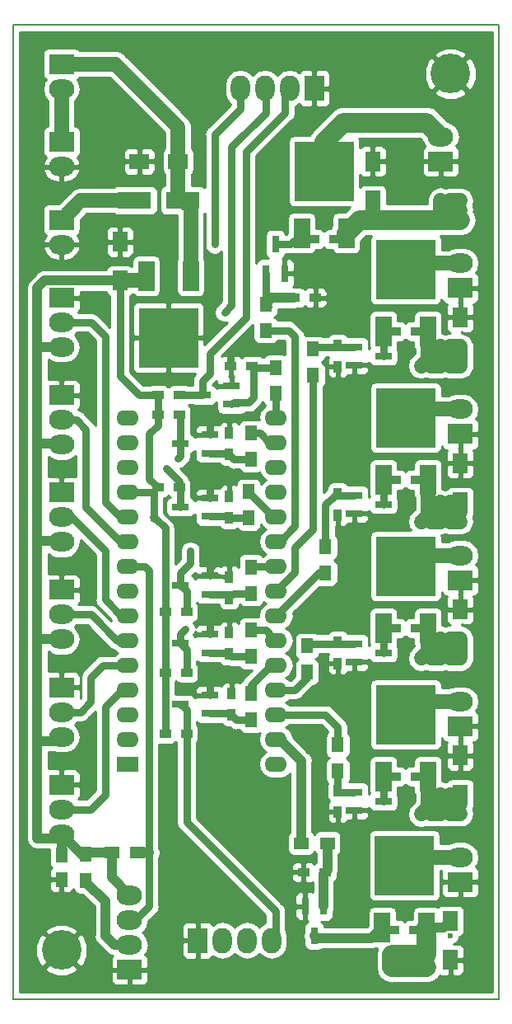
<source format=gtl>
G04 #@! TF.GenerationSoftware,KiCad,Pcbnew,(5.0.2)-1*
G04 #@! TF.CreationDate,2019-03-14T17:16:41+01:00*
G04 #@! TF.ProjectId,ventirad,76656e74-6972-4616-942e-6b696361645f,rev?*
G04 #@! TF.SameCoordinates,Original*
G04 #@! TF.FileFunction,Copper,L1,Top*
G04 #@! TF.FilePolarity,Positive*
%FSLAX46Y46*%
G04 Gerber Fmt 4.6, Leading zero omitted, Abs format (unit mm)*
G04 Created by KiCad (PCBNEW (5.0.2)-1) date 14/03/2019 17:16:41*
%MOMM*%
%LPD*%
G01*
G04 APERTURE LIST*
G04 #@! TA.AperFunction,NonConductor*
%ADD10C,0.150000*%
G04 #@! TD*
G04 #@! TA.AperFunction,ComponentPad*
%ADD11R,2.286000X1.574800*%
G04 #@! TD*
G04 #@! TA.AperFunction,ComponentPad*
%ADD12O,2.286000X1.574800*%
G04 #@! TD*
G04 #@! TA.AperFunction,ComponentPad*
%ADD13R,2.600000X2.000000*%
G04 #@! TD*
G04 #@! TA.AperFunction,ComponentPad*
%ADD14O,2.600000X2.000000*%
G04 #@! TD*
G04 #@! TA.AperFunction,SMDPad,CuDef*
%ADD15R,2.000000X1.600000*%
G04 #@! TD*
G04 #@! TA.AperFunction,SMDPad,CuDef*
%ADD16R,1.600000X2.000000*%
G04 #@! TD*
G04 #@! TA.AperFunction,SMDPad,CuDef*
%ADD17R,1.250000X1.500000*%
G04 #@! TD*
G04 #@! TA.AperFunction,SMDPad,CuDef*
%ADD18R,0.800100X1.800860*%
G04 #@! TD*
G04 #@! TA.AperFunction,SMDPad,CuDef*
%ADD19R,1.651000X3.048000*%
G04 #@! TD*
G04 #@! TA.AperFunction,SMDPad,CuDef*
%ADD20R,6.096000X6.096000*%
G04 #@! TD*
G04 #@! TA.AperFunction,SMDPad,CuDef*
%ADD21R,1.800860X0.800100*%
G04 #@! TD*
G04 #@! TA.AperFunction,SMDPad,CuDef*
%ADD22R,3.500120X1.800860*%
G04 #@! TD*
G04 #@! TA.AperFunction,SMDPad,CuDef*
%ADD23R,1.300000X1.500000*%
G04 #@! TD*
G04 #@! TA.AperFunction,SMDPad,CuDef*
%ADD24R,0.900000X1.200000*%
G04 #@! TD*
G04 #@! TA.AperFunction,SMDPad,CuDef*
%ADD25R,1.200000X0.900000*%
G04 #@! TD*
G04 #@! TA.AperFunction,SMDPad,CuDef*
%ADD26R,1.500000X1.300000*%
G04 #@! TD*
G04 #@! TA.AperFunction,ComponentPad*
%ADD27R,2.000000X2.600000*%
G04 #@! TD*
G04 #@! TA.AperFunction,ComponentPad*
%ADD28O,2.000000X2.600000*%
G04 #@! TD*
G04 #@! TA.AperFunction,ComponentPad*
%ADD29C,4.064000*%
G04 #@! TD*
G04 #@! TA.AperFunction,ViaPad*
%ADD30C,0.600000*%
G04 #@! TD*
G04 #@! TA.AperFunction,Conductor*
%ADD31C,1.500000*%
G04 #@! TD*
G04 #@! TA.AperFunction,Conductor*
%ADD32C,0.250000*%
G04 #@! TD*
G04 #@! TA.AperFunction,Conductor*
%ADD33C,0.800000*%
G04 #@! TD*
G04 #@! TA.AperFunction,Conductor*
%ADD34C,2.000000*%
G04 #@! TD*
G04 #@! TA.AperFunction,Conductor*
%ADD35C,1.000000*%
G04 #@! TD*
G04 #@! TA.AperFunction,Conductor*
%ADD36C,0.254000*%
G04 #@! TD*
G04 APERTURE END LIST*
D10*
X107000000Y-60000000D02*
X157000000Y-60000000D01*
X107000000Y-160000000D02*
X107000000Y-60000000D01*
X157000000Y-160000000D02*
X107000000Y-160000000D01*
X157000000Y-60000000D02*
X157000000Y-160000000D01*
D11*
G04 #@! TO.P,U2,1*
G04 #@! TO.N,N/C*
X118825000Y-135890000D03*
D12*
G04 #@! TO.P,U2,2*
X118825000Y-133350000D03*
G04 #@! TO.P,U2,3*
X118825000Y-130810000D03*
G04 #@! TO.P,U2,4*
G04 #@! TO.N,Net-(P2-Pad2)*
X118825000Y-128270000D03*
G04 #@! TO.P,U2,5*
G04 #@! TO.N,Net-(P3-Pad2)*
X118825000Y-125730000D03*
G04 #@! TO.P,U2,6*
G04 #@! TO.N,Net-(P4-Pad2)*
X118825000Y-123190000D03*
G04 #@! TO.P,U2,7*
G04 #@! TO.N,Net-(P5-Pad2)*
X118825000Y-120650000D03*
G04 #@! TO.P,U2,8*
G04 #@! TO.N,Net-(P8-Pad2)*
X118825000Y-118110000D03*
G04 #@! TO.P,U2,9*
G04 #@! TO.N,Net-(P8-Pad3)*
X118825000Y-115570000D03*
G04 #@! TO.P,U2,10*
G04 #@! TO.N,Net-(P6-Pad2)*
X118825000Y-113030000D03*
G04 #@! TO.P,U2,11*
G04 #@! TO.N,Net-(P7-Pad2)*
X118825000Y-110490000D03*
G04 #@! TO.P,U2,12*
G04 #@! TO.N,+5V*
X118825000Y-107950000D03*
G04 #@! TO.P,U2,13*
G04 #@! TO.N,N/C*
X118825000Y-105410000D03*
G04 #@! TO.P,U2,14*
G04 #@! TO.N,GND*
X118825000Y-102870000D03*
G04 #@! TO.P,U2,15*
G04 #@! TO.N,N/C*
X118825000Y-100330000D03*
G04 #@! TO.P,U2,16*
G04 #@! TO.N,Net-(R32-Pad2)*
X134065000Y-100330000D03*
G04 #@! TO.P,U2,17*
G04 #@! TO.N,Net-(R30-Pad2)*
X134065000Y-102870000D03*
G04 #@! TO.P,U2,18*
G04 #@! TO.N,N/C*
X134065000Y-105410000D03*
G04 #@! TO.P,U2,19*
G04 #@! TO.N,GND*
X134065000Y-107950000D03*
G04 #@! TO.P,U2,20*
G04 #@! TO.N,Net-(R29-Pad2)*
X134065000Y-110490000D03*
G04 #@! TO.P,U2,21*
G04 #@! TO.N,Net-(R23-Pad2)*
X134065000Y-113030000D03*
G04 #@! TO.P,U2,22*
G04 #@! TO.N,Net-(R28-Pad2)*
X134065000Y-115570000D03*
G04 #@! TO.P,U2,23*
G04 #@! TO.N,Net-(R20-Pad2)*
X134065000Y-118110000D03*
G04 #@! TO.P,U2,24*
G04 #@! TO.N,Net-(R17-Pad2)*
X134065000Y-120650000D03*
G04 #@! TO.P,U2,25*
G04 #@! TO.N,Net-(R27-Pad2)*
X134065000Y-123190000D03*
G04 #@! TO.P,U2,26*
G04 #@! TO.N,Net-(R26-Pad2)*
X134065000Y-125730000D03*
G04 #@! TO.P,U2,27*
G04 #@! TO.N,Net-(R14-Pad2)*
X134065000Y-128270000D03*
G04 #@! TO.P,U2,28*
G04 #@! TO.N,Net-(R11-Pad2)*
X134065000Y-130810000D03*
G04 #@! TO.P,U2,29*
G04 #@! TO.N,Net-(R8-Pad2)*
X134065000Y-133350000D03*
G04 #@! TO.P,U2,30*
G04 #@! TO.N,N/C*
X134065000Y-135890000D03*
G04 #@! TD*
D13*
G04 #@! TO.P,,1*
G04 #@! TO.N,+12V*
X112000000Y-64000000D03*
D14*
G04 #@! TO.P,,2*
G04 #@! TO.N,Net-(C11-Pad2)*
X112000000Y-66540000D03*
G04 #@! TD*
D15*
G04 #@! TO.P,C1,1*
G04 #@! TO.N,+12V*
X124000000Y-74000000D03*
G04 #@! TO.P,C1,2*
G04 #@! TO.N,GND*
X120000000Y-74000000D03*
G04 #@! TD*
D16*
G04 #@! TO.P,C3,1*
G04 #@! TO.N,+5V*
X118000000Y-86250000D03*
G04 #@! TO.P,C3,2*
G04 #@! TO.N,GND*
X118000000Y-82250000D03*
G04 #@! TD*
D17*
G04 #@! TO.P,C4,1*
G04 #@! TO.N,+5V*
X112000000Y-145250000D03*
G04 #@! TO.P,C4,2*
G04 #@! TO.N,GND*
X112000000Y-147750000D03*
G04 #@! TD*
D18*
G04 #@! TO.P,Q1,1*
G04 #@! TO.N,Net-(Q1-Pad1)*
X138950000Y-150498860D03*
G04 #@! TO.P,Q1,2*
G04 #@! TO.N,GND*
X137050000Y-150498860D03*
G04 #@! TO.P,Q1,3*
G04 #@! TO.N,Net-(Q1-Pad3)*
X138000000Y-153501140D03*
G04 #@! TD*
D19*
G04 #@! TO.P,Q2,1*
G04 #@! TO.N,Net-(Q1-Pad3)*
X144987000Y-152654000D03*
D20*
G04 #@! TO.P,Q2,2*
G04 #@! TO.N,Net-(C5-Pad1)*
X147273000Y-146304000D03*
D19*
G04 #@! TO.P,Q2,3*
G04 #@! TO.N,Net-(C11-Pad2)*
X149559000Y-152654000D03*
G04 #@! TD*
D21*
G04 #@! TO.P,Q3,1*
G04 #@! TO.N,Net-(Q3-Pad1)*
X142088860Y-138750000D03*
G04 #@! TO.P,Q3,2*
G04 #@! TO.N,GND*
X142088860Y-140650000D03*
G04 #@! TO.P,Q3,3*
G04 #@! TO.N,Net-(Q3-Pad3)*
X145091140Y-139700000D03*
G04 #@! TD*
D19*
G04 #@! TO.P,Q4,1*
G04 #@! TO.N,Net-(Q3-Pad3)*
X145114000Y-137160000D03*
D20*
G04 #@! TO.P,Q4,2*
G04 #@! TO.N,Net-(C6-Pad1)*
X147400000Y-130810000D03*
D19*
G04 #@! TO.P,Q4,3*
G04 #@! TO.N,Net-(C11-Pad2)*
X149686000Y-137160000D03*
G04 #@! TD*
D21*
G04 #@! TO.P,Q5,1*
G04 #@! TO.N,Net-(Q5-Pad1)*
X142088860Y-123510000D03*
G04 #@! TO.P,Q5,2*
G04 #@! TO.N,GND*
X142088860Y-125410000D03*
G04 #@! TO.P,Q5,3*
G04 #@! TO.N,Net-(Q5-Pad3)*
X145091140Y-124460000D03*
G04 #@! TD*
D19*
G04 #@! TO.P,Q6,1*
G04 #@! TO.N,Net-(Q5-Pad3)*
X145114000Y-121920000D03*
D20*
G04 #@! TO.P,Q6,2*
G04 #@! TO.N,Net-(C7-Pad1)*
X147400000Y-115570000D03*
D19*
G04 #@! TO.P,Q6,3*
G04 #@! TO.N,Net-(C11-Pad2)*
X149686000Y-121920000D03*
G04 #@! TD*
D21*
G04 #@! TO.P,Q7,1*
G04 #@! TO.N,Net-(Q7-Pad1)*
X142088860Y-108270000D03*
G04 #@! TO.P,Q7,2*
G04 #@! TO.N,GND*
X142088860Y-110170000D03*
G04 #@! TO.P,Q7,3*
G04 #@! TO.N,Net-(Q7-Pad3)*
X145091140Y-109220000D03*
G04 #@! TD*
D19*
G04 #@! TO.P,Q8,1*
G04 #@! TO.N,Net-(Q7-Pad3)*
X145114000Y-106680000D03*
D20*
G04 #@! TO.P,Q8,2*
G04 #@! TO.N,Net-(C8-Pad1)*
X147400000Y-100330000D03*
D19*
G04 #@! TO.P,Q8,3*
G04 #@! TO.N,Net-(C11-Pad2)*
X149686000Y-106680000D03*
G04 #@! TD*
D21*
G04 #@! TO.P,Q9,1*
G04 #@! TO.N,Net-(Q9-Pad1)*
X142088860Y-93030000D03*
G04 #@! TO.P,Q9,2*
G04 #@! TO.N,GND*
X142088860Y-94930000D03*
G04 #@! TO.P,Q9,3*
G04 #@! TO.N,Net-(Q10-Pad1)*
X145091140Y-93980000D03*
G04 #@! TD*
D19*
G04 #@! TO.P,Q10,1*
G04 #@! TO.N,Net-(Q10-Pad1)*
X145114000Y-91440000D03*
D20*
G04 #@! TO.P,Q10,2*
G04 #@! TO.N,Net-(C9-Pad1)*
X147400000Y-85090000D03*
D19*
G04 #@! TO.P,Q10,3*
G04 #@! TO.N,Net-(C11-Pad2)*
X149686000Y-91440000D03*
G04 #@! TD*
D18*
G04 #@! TO.P,Q11,1*
G04 #@! TO.N,Net-(Q11-Pad1)*
X133050000Y-85501140D03*
G04 #@! TO.P,Q11,2*
G04 #@! TO.N,GND*
X134950000Y-85501140D03*
G04 #@! TO.P,Q11,3*
G04 #@! TO.N,Net-(Q11-Pad3)*
X134000000Y-82498860D03*
G04 #@! TD*
D19*
G04 #@! TO.P,Q12,1*
G04 #@! TO.N,Net-(Q11-Pad3)*
X136714000Y-81350000D03*
D20*
G04 #@! TO.P,Q12,2*
G04 #@! TO.N,Net-(C10-Pad1)*
X139000000Y-75000000D03*
D19*
G04 #@! TO.P,Q12,3*
G04 #@! TO.N,Net-(C11-Pad2)*
X141286000Y-81350000D03*
G04 #@! TD*
G04 #@! TO.P,U1,1*
G04 #@! TO.N,+12V*
X125286000Y-85750000D03*
D20*
G04 #@! TO.P,U1,2*
G04 #@! TO.N,GND*
X123000000Y-92100000D03*
D19*
G04 #@! TO.P,U1,3*
G04 #@! TO.N,+5V*
X120714000Y-85750000D03*
G04 #@! TD*
D22*
G04 #@! TO.P,D1,1*
G04 #@! TO.N,+12V*
X124499360Y-78000000D03*
G04 #@! TO.P,D1,2*
G04 #@! TO.N,Net-(D1-Pad2)*
X119500640Y-78000000D03*
G04 #@! TD*
D13*
G04 #@! TO.P,,1*
G04 #@! TO.N,Net-(D1-Pad2)*
X112000000Y-80000000D03*
D14*
G04 #@! TO.P,,2*
G04 #@! TO.N,GND*
X112000000Y-82540000D03*
G04 #@! TD*
D13*
G04 #@! TO.P,,1*
G04 #@! TO.N,GND*
X112000000Y-138000000D03*
D14*
G04 #@! TO.P,,2*
G04 #@! TO.N,Net-(P2-Pad2)*
X112000000Y-140540000D03*
G04 #@! TO.P,,3*
G04 #@! TO.N,+5V*
X112000000Y-143080000D03*
G04 #@! TD*
D13*
G04 #@! TO.P,,1*
G04 #@! TO.N,GND*
X112000000Y-128000000D03*
D14*
G04 #@! TO.P,,2*
G04 #@! TO.N,Net-(P3-Pad2)*
X112000000Y-130540000D03*
G04 #@! TO.P,,3*
G04 #@! TO.N,+5V*
X112000000Y-133080000D03*
G04 #@! TD*
D13*
G04 #@! TO.P,,1*
G04 #@! TO.N,GND*
X112000000Y-118000000D03*
D14*
G04 #@! TO.P,,2*
G04 #@! TO.N,Net-(P4-Pad2)*
X112000000Y-120540000D03*
G04 #@! TO.P,,3*
G04 #@! TO.N,+5V*
X112000000Y-123080000D03*
G04 #@! TD*
D13*
G04 #@! TO.P,,1*
G04 #@! TO.N,GND*
X112000000Y-108000000D03*
D14*
G04 #@! TO.P,,2*
G04 #@! TO.N,Net-(P5-Pad2)*
X112000000Y-110540000D03*
G04 #@! TO.P,,3*
G04 #@! TO.N,+5V*
X112000000Y-113080000D03*
G04 #@! TD*
D13*
G04 #@! TO.P,,1*
G04 #@! TO.N,GND*
X112000000Y-98000000D03*
D14*
G04 #@! TO.P,,2*
G04 #@! TO.N,Net-(P6-Pad2)*
X112000000Y-100540000D03*
G04 #@! TO.P,,3*
G04 #@! TO.N,+5V*
X112000000Y-103080000D03*
G04 #@! TD*
D13*
G04 #@! TO.P,,1*
G04 #@! TO.N,GND*
X112000000Y-88000000D03*
D14*
G04 #@! TO.P,,2*
G04 #@! TO.N,Net-(P7-Pad2)*
X112000000Y-90540000D03*
G04 #@! TO.P,,3*
G04 #@! TO.N,+5V*
X112000000Y-93080000D03*
G04 #@! TD*
D13*
G04 #@! TO.P,,1*
G04 #@! TO.N,GND*
X119000000Y-157000000D03*
D14*
G04 #@! TO.P,,2*
G04 #@! TO.N,Net-(P8-Pad2)*
X119000000Y-154460000D03*
G04 #@! TO.P,,3*
G04 #@! TO.N,Net-(P8-Pad3)*
X119000000Y-151920000D03*
G04 #@! TO.P,,4*
G04 #@! TO.N,+5V*
X119000000Y-149380000D03*
G04 #@! TD*
D13*
G04 #@! TO.P,,1*
G04 #@! TO.N,Net-(C11-Pad2)*
X112000000Y-72000000D03*
D14*
G04 #@! TO.P,,2*
G04 #@! TO.N,GND*
X112000000Y-74540000D03*
G04 #@! TD*
D13*
G04 #@! TO.P,,1*
G04 #@! TO.N,GND*
X153000000Y-148000000D03*
D14*
G04 #@! TO.P,,2*
G04 #@! TO.N,Net-(C5-Pad1)*
X153000000Y-145460000D03*
G04 #@! TD*
D13*
G04 #@! TO.P,,1*
G04 #@! TO.N,GND*
X153000000Y-132000000D03*
D14*
G04 #@! TO.P,,2*
G04 #@! TO.N,Net-(C6-Pad1)*
X153000000Y-129460000D03*
G04 #@! TD*
D13*
G04 #@! TO.P,,1*
G04 #@! TO.N,GND*
X153000000Y-117000000D03*
D14*
G04 #@! TO.P,,2*
G04 #@! TO.N,Net-(C7-Pad1)*
X153000000Y-114460000D03*
G04 #@! TD*
D13*
G04 #@! TO.P,,1*
G04 #@! TO.N,GND*
X153000000Y-102000000D03*
D14*
G04 #@! TO.P,,2*
G04 #@! TO.N,Net-(C8-Pad1)*
X153000000Y-99460000D03*
G04 #@! TD*
D13*
G04 #@! TO.P,,1*
G04 #@! TO.N,GND*
X153000000Y-87000000D03*
D14*
G04 #@! TO.P,,2*
G04 #@! TO.N,Net-(C9-Pad1)*
X153000000Y-84460000D03*
G04 #@! TD*
D13*
G04 #@! TO.P,,1*
G04 #@! TO.N,GND*
X151000000Y-74000000D03*
D14*
G04 #@! TO.P,,2*
G04 #@! TO.N,Net-(C10-Pad1)*
X151000000Y-71460000D03*
G04 #@! TD*
D23*
G04 #@! TO.P,R11,1*
G04 #@! TO.N,Net-(Q3-Pad1)*
X140415000Y-136605000D03*
G04 #@! TO.P,R11,2*
G04 #@! TO.N,Net-(R11-Pad2)*
X140415000Y-133905000D03*
G04 #@! TD*
D24*
G04 #@! TO.P,R12,1*
G04 #@! TO.N,Net-(Q3-Pad1)*
X140415000Y-138600000D03*
G04 #@! TO.P,R12,2*
G04 #@! TO.N,GND*
X140415000Y-140800000D03*
G04 #@! TD*
D25*
G04 #@! TO.P,R13,1*
G04 #@! TO.N,Net-(C11-Pad2)*
X148500000Y-137160000D03*
G04 #@! TO.P,R13,2*
G04 #@! TO.N,Net-(Q3-Pad3)*
X146300000Y-137160000D03*
G04 #@! TD*
D23*
G04 #@! TO.P,R14,1*
G04 #@! TO.N,Net-(Q5-Pad1)*
X137240000Y-123745000D03*
G04 #@! TO.P,R14,2*
G04 #@! TO.N,Net-(R14-Pad2)*
X137240000Y-126445000D03*
G04 #@! TD*
D24*
G04 #@! TO.P,R15,1*
G04 #@! TO.N,Net-(Q5-Pad1)*
X140415000Y-123360000D03*
G04 #@! TO.P,R15,2*
G04 #@! TO.N,GND*
X140415000Y-125560000D03*
G04 #@! TD*
D25*
G04 #@! TO.P,R16,1*
G04 #@! TO.N,Net-(C11-Pad2)*
X148500000Y-121920000D03*
G04 #@! TO.P,R16,2*
G04 #@! TO.N,Net-(Q5-Pad3)*
X146300000Y-121920000D03*
G04 #@! TD*
D23*
G04 #@! TO.P,R17,1*
G04 #@! TO.N,Net-(Q7-Pad1)*
X139145000Y-113585000D03*
G04 #@! TO.P,R17,2*
G04 #@! TO.N,Net-(R17-Pad2)*
X139145000Y-116285000D03*
G04 #@! TD*
D24*
G04 #@! TO.P,R18,1*
G04 #@! TO.N,Net-(Q7-Pad1)*
X140415000Y-108120000D03*
G04 #@! TO.P,R18,2*
G04 #@! TO.N,GND*
X140415000Y-110320000D03*
G04 #@! TD*
D25*
G04 #@! TO.P,R19,1*
G04 #@! TO.N,Net-(C11-Pad2)*
X148500000Y-106680000D03*
G04 #@! TO.P,R19,2*
G04 #@! TO.N,Net-(Q7-Pad3)*
X146300000Y-106680000D03*
G04 #@! TD*
D23*
G04 #@! TO.P,R20,1*
G04 #@! TO.N,Net-(Q9-Pad1)*
X137875000Y-93265000D03*
G04 #@! TO.P,R20,2*
G04 #@! TO.N,Net-(R20-Pad2)*
X137875000Y-95965000D03*
G04 #@! TD*
D24*
G04 #@! TO.P,R21,1*
G04 #@! TO.N,Net-(Q9-Pad1)*
X140415000Y-92880000D03*
G04 #@! TO.P,R21,2*
G04 #@! TO.N,GND*
X140415000Y-95080000D03*
G04 #@! TD*
D25*
G04 #@! TO.P,R22,1*
G04 #@! TO.N,Net-(C11-Pad2)*
X148500000Y-91440000D03*
G04 #@! TO.P,R22,2*
G04 #@! TO.N,Net-(Q10-Pad1)*
X146300000Y-91440000D03*
G04 #@! TD*
D23*
G04 #@! TO.P,R23,1*
G04 #@! TO.N,Net-(Q11-Pad1)*
X133000000Y-88650000D03*
G04 #@! TO.P,R23,2*
G04 #@! TO.N,Net-(R23-Pad2)*
X133000000Y-91350000D03*
G04 #@! TD*
D25*
G04 #@! TO.P,R24,1*
G04 #@! TO.N,Net-(Q11-Pad1)*
X135900000Y-88000000D03*
G04 #@! TO.P,R24,2*
G04 #@! TO.N,GND*
X138100000Y-88000000D03*
G04 #@! TD*
G04 #@! TO.P,R25,1*
G04 #@! TO.N,Net-(C11-Pad2)*
X140100000Y-82000000D03*
G04 #@! TO.P,R25,2*
G04 #@! TO.N,Net-(Q11-Pad3)*
X137900000Y-82000000D03*
G04 #@! TD*
D23*
G04 #@! TO.P,R31,1*
G04 #@! TO.N,Net-(P8-Pad2)*
X114500000Y-147850000D03*
G04 #@! TO.P,R31,2*
G04 #@! TO.N,+5V*
X114500000Y-145150000D03*
G04 #@! TD*
D26*
G04 #@! TO.P,R1,1*
G04 #@! TO.N,Net-(P8-Pad3)*
X119850000Y-145000000D03*
G04 #@! TO.P,R1,2*
G04 #@! TO.N,+5V*
X117150000Y-145000000D03*
G04 #@! TD*
G04 #@! TO.P,R8,1*
G04 #@! TO.N,Net-(Q1-Pad1)*
X139350000Y-144000000D03*
G04 #@! TO.P,R8,2*
G04 #@! TO.N,Net-(R8-Pad2)*
X136650000Y-144000000D03*
G04 #@! TD*
D25*
G04 #@! TO.P,R9,1*
G04 #@! TO.N,Net-(Q1-Pad1)*
X139100000Y-147000000D03*
G04 #@! TO.P,R9,2*
G04 #@! TO.N,GND*
X136900000Y-147000000D03*
G04 #@! TD*
G04 #@! TO.P,R10,1*
G04 #@! TO.N,Net-(C11-Pad2)*
X148373000Y-152908000D03*
G04 #@! TO.P,R10,2*
G04 #@! TO.N,Net-(Q1-Pad3)*
X146173000Y-152908000D03*
G04 #@! TD*
D27*
G04 #@! TO.P,,1*
G04 #@! TO.N,GND*
X126000000Y-154000000D03*
D28*
G04 #@! TO.P,,2*
G04 #@! TO.N,Net-(P17-Pad2)*
X128540000Y-154000000D03*
G04 #@! TO.P,,3*
G04 #@! TO.N,Net-(P17-Pad3)*
X131080000Y-154000000D03*
G04 #@! TO.P,,4*
G04 #@! TO.N,Net-(P17-Pad4)*
X133620000Y-154000000D03*
G04 #@! TD*
D27*
G04 #@! TO.P,,1*
G04 #@! TO.N,GND*
X138000000Y-66500000D03*
D28*
G04 #@! TO.P,,2*
G04 #@! TO.N,Net-(P18-Pad2)*
X135460000Y-66500000D03*
G04 #@! TO.P,,3*
G04 #@! TO.N,Net-(P18-Pad3)*
X132920000Y-66500000D03*
G04 #@! TO.P,,4*
G04 #@! TO.N,Net-(P18-Pad4)*
X130380000Y-66500000D03*
G04 #@! TD*
D21*
G04 #@! TO.P,Q13,1*
G04 #@! TO.N,Net-(Q13-Pad1)*
X127251140Y-130700000D03*
G04 #@! TO.P,Q13,2*
G04 #@! TO.N,GND*
X127251140Y-128800000D03*
G04 #@! TO.P,Q13,3*
G04 #@! TO.N,Net-(P17-Pad4)*
X124248860Y-129750000D03*
G04 #@! TD*
G04 #@! TO.P,Q14,1*
G04 #@! TO.N,Net-(Q14-Pad1)*
X127251140Y-124450000D03*
G04 #@! TO.P,Q14,2*
G04 #@! TO.N,GND*
X127251140Y-122550000D03*
G04 #@! TO.P,Q14,3*
G04 #@! TO.N,Net-(P17-Pad3)*
X124248860Y-123500000D03*
G04 #@! TD*
G04 #@! TO.P,Q15,1*
G04 #@! TO.N,Net-(Q15-Pad1)*
X127251140Y-118450000D03*
G04 #@! TO.P,Q15,2*
G04 #@! TO.N,GND*
X127251140Y-116550000D03*
G04 #@! TO.P,Q15,3*
G04 #@! TO.N,Net-(P17-Pad2)*
X124248860Y-117500000D03*
G04 #@! TD*
G04 #@! TO.P,Q16,1*
G04 #@! TO.N,Net-(Q16-Pad1)*
X127251140Y-110450000D03*
G04 #@! TO.P,Q16,2*
G04 #@! TO.N,GND*
X127251140Y-108550000D03*
G04 #@! TO.P,Q16,3*
G04 #@! TO.N,Net-(P18-Pad4)*
X124248860Y-109500000D03*
G04 #@! TD*
G04 #@! TO.P,Q17,1*
G04 #@! TO.N,Net-(Q17-Pad1)*
X127251140Y-103950000D03*
G04 #@! TO.P,Q17,2*
G04 #@! TO.N,GND*
X127251140Y-102050000D03*
G04 #@! TO.P,Q17,3*
G04 #@! TO.N,Net-(P18-Pad3)*
X124248860Y-103000000D03*
G04 #@! TD*
G04 #@! TO.P,Q18,1*
G04 #@! TO.N,Net-(Q18-Pad1)*
X129501140Y-98950000D03*
G04 #@! TO.P,Q18,2*
G04 #@! TO.N,GND*
X129501140Y-97050000D03*
G04 #@! TO.P,Q18,3*
G04 #@! TO.N,Net-(P18-Pad2)*
X126498860Y-98000000D03*
G04 #@! TD*
D24*
G04 #@! TO.P,R2,1*
G04 #@! TO.N,Net-(Q13-Pad1)*
X129500000Y-130850000D03*
G04 #@! TO.P,R2,2*
G04 #@! TO.N,GND*
X129500000Y-128650000D03*
G04 #@! TD*
G04 #@! TO.P,R3,1*
G04 #@! TO.N,Net-(Q14-Pad1)*
X129250000Y-124600000D03*
G04 #@! TO.P,R3,2*
G04 #@! TO.N,GND*
X129250000Y-122400000D03*
G04 #@! TD*
G04 #@! TO.P,R4,1*
G04 #@! TO.N,Net-(Q15-Pad1)*
X129250000Y-118850000D03*
G04 #@! TO.P,R4,2*
G04 #@! TO.N,GND*
X129250000Y-116650000D03*
G04 #@! TD*
G04 #@! TO.P,R5,1*
G04 #@! TO.N,Net-(Q16-Pad1)*
X129250000Y-110600000D03*
G04 #@! TO.P,R5,2*
G04 #@! TO.N,GND*
X129250000Y-108400000D03*
G04 #@! TD*
G04 #@! TO.P,R6,1*
G04 #@! TO.N,Net-(Q17-Pad1)*
X129250000Y-104100000D03*
G04 #@! TO.P,R6,2*
G04 #@! TO.N,GND*
X129250000Y-101900000D03*
G04 #@! TD*
D25*
G04 #@! TO.P,R7,1*
G04 #@! TO.N,Net-(Q18-Pad1)*
X131600000Y-95000000D03*
G04 #@! TO.P,R7,2*
G04 #@! TO.N,GND*
X129400000Y-95000000D03*
G04 #@! TD*
D23*
G04 #@! TO.P,R26,1*
G04 #@! TO.N,Net-(Q13-Pad1)*
X131500000Y-131350000D03*
G04 #@! TO.P,R26,2*
G04 #@! TO.N,Net-(R26-Pad2)*
X131500000Y-128650000D03*
G04 #@! TD*
G04 #@! TO.P,R27,1*
G04 #@! TO.N,Net-(Q14-Pad1)*
X131500000Y-124850000D03*
G04 #@! TO.P,R27,2*
G04 #@! TO.N,Net-(R27-Pad2)*
X131500000Y-122150000D03*
G04 #@! TD*
G04 #@! TO.P,R28,1*
G04 #@! TO.N,Net-(Q15-Pad1)*
X131500000Y-118350000D03*
G04 #@! TO.P,R28,2*
G04 #@! TO.N,Net-(R28-Pad2)*
X131500000Y-115650000D03*
G04 #@! TD*
G04 #@! TO.P,R29,1*
G04 #@! TO.N,Net-(Q16-Pad1)*
X131250000Y-110600000D03*
G04 #@! TO.P,R29,2*
G04 #@! TO.N,Net-(R29-Pad2)*
X131250000Y-107900000D03*
G04 #@! TD*
G04 #@! TO.P,R30,1*
G04 #@! TO.N,Net-(Q17-Pad1)*
X131500000Y-104600000D03*
G04 #@! TO.P,R30,2*
G04 #@! TO.N,Net-(R30-Pad2)*
X131500000Y-101900000D03*
G04 #@! TD*
G04 #@! TO.P,R32,1*
G04 #@! TO.N,Net-(Q18-Pad1)*
X134000000Y-95150000D03*
G04 #@! TO.P,R32,2*
G04 #@! TO.N,Net-(R32-Pad2)*
X134000000Y-97850000D03*
G04 #@! TD*
D25*
G04 #@! TO.P,R33,1*
G04 #@! TO.N,+5V*
X122650000Y-132750000D03*
G04 #@! TO.P,R33,2*
G04 #@! TO.N,Net-(P17-Pad4)*
X124850000Y-132750000D03*
G04 #@! TD*
G04 #@! TO.P,R34,1*
G04 #@! TO.N,+5V*
X122650000Y-126500000D03*
G04 #@! TO.P,R34,2*
G04 #@! TO.N,Net-(P17-Pad3)*
X124850000Y-126500000D03*
G04 #@! TD*
G04 #@! TO.P,R35,1*
G04 #@! TO.N,+5V*
X122650000Y-120250000D03*
G04 #@! TO.P,R35,2*
G04 #@! TO.N,Net-(P17-Pad2)*
X124850000Y-120250000D03*
G04 #@! TD*
G04 #@! TO.P,R36,1*
G04 #@! TO.N,+5V*
X121900000Y-107500000D03*
G04 #@! TO.P,R36,2*
G04 #@! TO.N,Net-(P18-Pad4)*
X124100000Y-107500000D03*
G04 #@! TD*
G04 #@! TO.P,R37,1*
G04 #@! TO.N,+5V*
X121900000Y-100000000D03*
G04 #@! TO.P,R37,2*
G04 #@! TO.N,Net-(P18-Pad3)*
X124100000Y-100000000D03*
G04 #@! TD*
G04 #@! TO.P,R38,1*
G04 #@! TO.N,+5V*
X121900000Y-98000000D03*
G04 #@! TO.P,R38,2*
G04 #@! TO.N,Net-(P18-Pad2)*
X124100000Y-98000000D03*
G04 #@! TD*
D29*
G04 #@! TO.P,,1*
G04 #@! TO.N,GND*
X152000000Y-65000000D03*
G04 #@! TD*
G04 #@! TO.P,,1*
G04 #@! TO.N,GND*
X112000000Y-155000000D03*
G04 #@! TD*
D16*
G04 #@! TO.P,C11,1*
G04 #@! TO.N,GND*
X144000000Y-74000000D03*
G04 #@! TO.P,C11,2*
G04 #@! TO.N,Net-(C11-Pad2)*
X144000000Y-78000000D03*
G04 #@! TD*
G04 #@! TO.P,C12,1*
G04 #@! TO.N,GND*
X153000000Y-135000000D03*
G04 #@! TO.P,C12,2*
G04 #@! TO.N,Net-(C11-Pad2)*
X153000000Y-139000000D03*
G04 #@! TD*
G04 #@! TO.P,C13,1*
G04 #@! TO.N,GND*
X153000000Y-120000000D03*
G04 #@! TO.P,C13,2*
G04 #@! TO.N,Net-(C11-Pad2)*
X153000000Y-124000000D03*
G04 #@! TD*
G04 #@! TO.P,C14,1*
G04 #@! TO.N,GND*
X153000000Y-90000000D03*
G04 #@! TO.P,C14,2*
G04 #@! TO.N,Net-(C11-Pad2)*
X153000000Y-94000000D03*
G04 #@! TD*
G04 #@! TO.P,C15,1*
G04 #@! TO.N,GND*
X153000000Y-105000000D03*
G04 #@! TO.P,C15,2*
G04 #@! TO.N,Net-(C11-Pad2)*
X153000000Y-109000000D03*
G04 #@! TD*
G04 #@! TO.P,C16,1*
G04 #@! TO.N,GND*
X152000000Y-156000000D03*
G04 #@! TO.P,C16,2*
G04 #@! TO.N,Net-(C11-Pad2)*
X152000000Y-152000000D03*
G04 #@! TD*
D30*
G04 #@! TO.N,GND*
X141000000Y-149000000D03*
X141000000Y-148000000D03*
X141000000Y-147000000D03*
X142000000Y-147000000D03*
X143000000Y-147000000D03*
X143000000Y-148000000D03*
X143000000Y-149000000D03*
X139500000Y-102000000D03*
X139500000Y-100500000D03*
X139500000Y-99000000D03*
X139500000Y-97500000D03*
X141000000Y-97500000D03*
X142500000Y-97500000D03*
X142500000Y-137000000D03*
X142500000Y-134000000D03*
X142500000Y-133000000D03*
X142500000Y-132000000D03*
X141500000Y-121500000D03*
X140000000Y-121500000D03*
X140000000Y-120000000D03*
X140000000Y-118500000D03*
X141000000Y-117000000D03*
X142500000Y-117000000D03*
X139500000Y-90500000D03*
X139500000Y-89000000D03*
X139500000Y-87500000D03*
X139500000Y-86000000D03*
X141000000Y-86000000D03*
X142500000Y-86000000D03*
X126000000Y-107250000D03*
X126000000Y-106000000D03*
X127250000Y-106000000D03*
X127250000Y-107250000D03*
X126000000Y-100750000D03*
X126000000Y-99500000D03*
X127250000Y-99500000D03*
X127250000Y-100750000D03*
X134750000Y-93500000D03*
X133500000Y-93500000D03*
X132250000Y-93500000D03*
X131000000Y-93500000D03*
X129750000Y-93500000D03*
X128500000Y-126500000D03*
X127250000Y-126500000D03*
X127250000Y-127500000D03*
X128000000Y-115000000D03*
X128000000Y-113750000D03*
X126750000Y-113750000D03*
X128250000Y-120500000D03*
X127250000Y-120500000D03*
X127250000Y-121500000D03*
G04 #@! TO.N,Net-(P17-Pad2)*
X125250000Y-114000000D03*
G04 #@! TO.N,Net-(P17-Pad3)*
X124750000Y-122000000D03*
G04 #@! TO.N,Net-(P18-Pad3)*
X124000000Y-104500000D03*
X128750000Y-89500000D03*
G04 #@! TO.N,Net-(P18-Pad4)*
X127750000Y-82500000D03*
X122750000Y-105500000D03*
G04 #@! TO.N,Net-(C11-Pad2)*
X149500000Y-153450001D03*
X152000000Y-152000000D03*
X152000000Y-153500000D03*
X146000000Y-156750000D03*
X148000000Y-156750000D03*
X149500000Y-156750000D03*
X149500000Y-155500000D03*
X148000000Y-155500000D03*
X146000000Y-155500000D03*
X153000000Y-93000000D03*
X152000000Y-93000000D03*
X151000000Y-93000000D03*
X151000000Y-94000000D03*
X152000000Y-94000000D03*
X153000000Y-94000000D03*
X153000000Y-95000000D03*
X152000000Y-95000000D03*
X151000000Y-95000000D03*
X150000000Y-95000000D03*
X149000000Y-95000000D03*
X153000000Y-78000000D03*
X152000000Y-78000000D03*
X151000000Y-78000000D03*
X151000000Y-79000000D03*
X152000000Y-79000000D03*
X153000000Y-79000000D03*
X153000000Y-80000000D03*
X152000000Y-80000000D03*
X151000000Y-80000000D03*
X150000000Y-80000000D03*
X153000000Y-139000000D03*
X152000000Y-139000000D03*
X151000000Y-139000000D03*
X151000000Y-140000000D03*
X152000000Y-140000000D03*
X153000000Y-140000000D03*
X153000000Y-141000000D03*
X152000000Y-141000000D03*
X151000000Y-141000000D03*
X150000000Y-141000000D03*
X149000000Y-141000000D03*
X153000000Y-123000000D03*
X152000000Y-123000000D03*
X151000000Y-123000000D03*
X151000000Y-124000000D03*
X152000000Y-124000000D03*
X153000000Y-124000000D03*
X153000000Y-125000000D03*
X152000000Y-125000000D03*
X151000000Y-125000000D03*
X150000000Y-125000000D03*
X153000000Y-109000000D03*
X152000000Y-109000000D03*
X151000000Y-109000000D03*
X151000000Y-110000000D03*
X152000000Y-110000000D03*
X153000000Y-110000000D03*
X153000000Y-111000000D03*
X152000000Y-111000000D03*
X151000000Y-111000000D03*
X150000000Y-111000000D03*
X149000000Y-111000000D03*
X149000000Y-125000000D03*
G04 #@! TD*
D31*
G04 #@! TO.N,+12V*
X112000000Y-64000000D02*
X117500000Y-64000000D01*
X124000000Y-70500000D02*
X124000000Y-74000000D01*
X117500000Y-64000000D02*
X124000000Y-70500000D01*
X124000000Y-74000000D02*
X124000000Y-77500640D01*
X124000000Y-77500640D02*
X124499360Y-78000000D01*
X124000000Y-77500640D02*
X124499360Y-78000000D01*
X125286000Y-85750000D02*
X125286000Y-78786640D01*
X125286000Y-78786640D02*
X124000000Y-77500640D01*
D32*
G04 #@! TO.N,GND*
X141000000Y-147000000D02*
X141000000Y-148000000D01*
X143000000Y-147000000D02*
X142000000Y-147000000D01*
X143000000Y-149000000D02*
X143000000Y-148000000D01*
X139500000Y-100500000D02*
X139500000Y-102000000D01*
X139500000Y-97500000D02*
X139500000Y-99000000D01*
X142500000Y-97500000D02*
X141000000Y-97500000D01*
X142500000Y-134000000D02*
X142500000Y-137000000D01*
X142500000Y-132000000D02*
X142500000Y-133000000D01*
X140000000Y-121500000D02*
X141500000Y-121500000D01*
X140000000Y-118500000D02*
X140000000Y-120000000D01*
X142500000Y-117000000D02*
X141000000Y-117000000D01*
X139500000Y-89000000D02*
X139500000Y-90500000D01*
X139500000Y-86000000D02*
X139500000Y-87500000D01*
X142500000Y-86000000D02*
X141000000Y-86000000D01*
D33*
X127251140Y-108550000D02*
X127251140Y-107251140D01*
X127250000Y-106000000D02*
X126000000Y-106000000D01*
X127251140Y-107251140D02*
X127250000Y-107250000D01*
X127251140Y-102050000D02*
X127251140Y-100751140D01*
X127250000Y-99500000D02*
X126000000Y-99500000D01*
X127251140Y-100751140D02*
X127250000Y-100750000D01*
X129400000Y-95000000D02*
X129400000Y-93850000D01*
X133500000Y-93500000D02*
X134750000Y-93500000D01*
X131000000Y-93500000D02*
X132250000Y-93500000D01*
X129400000Y-93850000D02*
X129750000Y-93500000D01*
X127251140Y-128800000D02*
X127251140Y-127501140D01*
X127250000Y-126500000D02*
X128500000Y-126500000D01*
X127251140Y-127501140D02*
X127250000Y-127500000D01*
X127251140Y-122550000D02*
X127251140Y-121501140D01*
X127251140Y-115748860D02*
X127251140Y-116550000D01*
X128000000Y-115000000D02*
X127251140Y-115748860D01*
X126750000Y-113750000D02*
X128000000Y-113750000D01*
X127250000Y-120500000D02*
X128250000Y-120500000D01*
X127251140Y-121501140D02*
X127250000Y-121500000D01*
D31*
G04 #@! TO.N,Net-(C5-Pad1)*
X153000000Y-145460000D02*
X148117000Y-145460000D01*
X148117000Y-145460000D02*
X147273000Y-146304000D01*
X147527000Y-146050000D02*
X147273000Y-146304000D01*
X147527000Y-146050000D02*
X147273000Y-146304000D01*
G04 #@! TO.N,Net-(C6-Pad1)*
X153000000Y-129460000D02*
X148750000Y-129460000D01*
X148750000Y-129460000D02*
X147400000Y-130810000D01*
X147750000Y-130460000D02*
X147400000Y-130810000D01*
G04 #@! TO.N,Net-(C7-Pad1)*
X153000000Y-114460000D02*
X148510000Y-114460000D01*
X148510000Y-114460000D02*
X147400000Y-115570000D01*
G04 #@! TO.N,Net-(C8-Pad1)*
X153000000Y-99460000D02*
X148270000Y-99460000D01*
X148270000Y-99460000D02*
X147400000Y-100330000D01*
G04 #@! TO.N,Net-(C9-Pad1)*
X153000000Y-84460000D02*
X148030000Y-84460000D01*
X148030000Y-84460000D02*
X147400000Y-85090000D01*
D34*
G04 #@! TO.N,Net-(C10-Pad1)*
X139000000Y-75000000D02*
X139000000Y-72000000D01*
X139000000Y-72000000D02*
X141000000Y-70000000D01*
X141000000Y-70000000D02*
X149540000Y-70000000D01*
X149540000Y-70000000D02*
X151000000Y-71460000D01*
D31*
G04 #@! TO.N,Net-(D1-Pad2)*
X119500640Y-78000000D02*
X114000000Y-78000000D01*
X114000000Y-78000000D02*
X112000000Y-80000000D01*
D35*
G04 #@! TO.N,+5V*
X117150000Y-145000000D02*
X117150000Y-147530000D01*
X117150000Y-147530000D02*
X119000000Y-149380000D01*
X112000000Y-143080000D02*
X112000000Y-145250000D01*
X117150000Y-145000000D02*
X114650000Y-145000000D01*
X114650000Y-145000000D02*
X114400000Y-145250000D01*
X114400000Y-145250000D02*
X114170000Y-145250000D01*
X114170000Y-145250000D02*
X112000000Y-143080000D01*
D33*
X121500000Y-110650000D02*
X121650000Y-110650000D01*
X122650000Y-111650000D02*
X122650000Y-120250000D01*
X121650000Y-110650000D02*
X122650000Y-111650000D01*
D35*
X109500000Y-143500000D02*
X111580000Y-143500000D01*
X111580000Y-143500000D02*
X112000000Y-143080000D01*
X109500000Y-133500000D02*
X111580000Y-133500000D01*
X111580000Y-133500000D02*
X112000000Y-133080000D01*
X109500000Y-123000000D02*
X111920000Y-123000000D01*
X111920000Y-123000000D02*
X112000000Y-123080000D01*
X109500000Y-113000000D02*
X111920000Y-113000000D01*
X111920000Y-113000000D02*
X112000000Y-113080000D01*
X109500000Y-103000000D02*
X111920000Y-103000000D01*
X111920000Y-103000000D02*
X112000000Y-103080000D01*
X112000000Y-93080000D02*
X109500000Y-93080000D01*
X109500000Y-93080000D02*
X109500000Y-93000000D01*
X118000000Y-86250000D02*
X110250000Y-86250000D01*
X109500000Y-87000000D02*
X109500000Y-93000000D01*
X109500000Y-93000000D02*
X109500000Y-103000000D01*
X109500000Y-103000000D02*
X109500000Y-113000000D01*
X109500000Y-113000000D02*
X109500000Y-123000000D01*
X109500000Y-123000000D02*
X109500000Y-133500000D01*
X109500000Y-133500000D02*
X109500000Y-143500000D01*
X110250000Y-86250000D02*
X109500000Y-87000000D01*
D33*
X121900000Y-98000000D02*
X120000000Y-98000000D01*
X118000000Y-96000000D02*
X118000000Y-86250000D01*
X120000000Y-98000000D02*
X118000000Y-96000000D01*
D31*
X118000000Y-86250000D02*
X120214000Y-86250000D01*
X120214000Y-86250000D02*
X120714000Y-85750000D01*
D33*
X121900000Y-98000000D02*
X121900000Y-100000000D01*
X121900000Y-100000000D02*
X121900000Y-99900000D01*
X121900000Y-100000000D02*
X121900000Y-101100000D01*
X121000000Y-106600000D02*
X121900000Y-107500000D01*
X121000000Y-102000000D02*
X121000000Y-106600000D01*
X121900000Y-101100000D02*
X121000000Y-102000000D01*
X121500000Y-110650000D02*
X121500000Y-107900000D01*
X121500000Y-107900000D02*
X121450000Y-107950000D01*
X121450000Y-107950000D02*
X118825000Y-107950000D01*
X122650000Y-132750000D02*
X122650000Y-126500000D01*
X122650000Y-126500000D02*
X122650000Y-120250000D01*
X122650000Y-120250000D02*
X122500000Y-120100000D01*
X121385000Y-110535000D02*
X121500000Y-110650000D01*
D35*
G04 #@! TO.N,Net-(P8-Pad3)*
X121000000Y-145000000D02*
X119850000Y-145000000D01*
D33*
X121000000Y-150500000D02*
X119580000Y-151920000D01*
X119580000Y-151920000D02*
X119000000Y-151920000D01*
X119000000Y-151920000D02*
X119580000Y-151920000D01*
X119580000Y-151920000D02*
X121000000Y-150500000D01*
X121000000Y-150500000D02*
X121000000Y-145000000D01*
X121000000Y-145000000D02*
X121000000Y-116000000D01*
X121000000Y-116000000D02*
X120570000Y-115570000D01*
X120570000Y-115570000D02*
X118825000Y-115570000D01*
D35*
G04 #@! TO.N,Net-(Q1-Pad1)*
X138950000Y-150498860D02*
X138950000Y-147150000D01*
X138950000Y-147150000D02*
X139350000Y-146750000D01*
X139350000Y-146750000D02*
X139350000Y-144000000D01*
D33*
G04 #@! TO.N,Net-(Q3-Pad1)*
X142088860Y-138750000D02*
X140415000Y-138750000D01*
X140415000Y-136505000D02*
X140415000Y-138750000D01*
G04 #@! TO.N,Net-(Q5-Pad1)*
X142088860Y-123510000D02*
X140415000Y-123510000D01*
X140415000Y-123510000D02*
X137575000Y-123510000D01*
X137575000Y-123510000D02*
X137240000Y-123845000D01*
G04 #@! TO.N,Net-(Q7-Pad1)*
X139145000Y-113685000D02*
X139145000Y-109220000D01*
X139145000Y-109220000D02*
X140095000Y-108270000D01*
X140095000Y-108270000D02*
X140415000Y-108270000D01*
X142088860Y-108270000D02*
X140415000Y-108270000D01*
G04 #@! TO.N,Net-(Q9-Pad1)*
X142088860Y-93030000D02*
X140415000Y-93030000D01*
X140415000Y-93030000D02*
X138210000Y-93030000D01*
X138210000Y-93030000D02*
X137875000Y-93365000D01*
G04 #@! TO.N,Net-(Q10-Pad1)*
X145091140Y-93980000D02*
X145091140Y-91462860D01*
X145091140Y-91462860D02*
X145114000Y-91440000D01*
X146450000Y-91440000D02*
X145114000Y-91440000D01*
D35*
G04 #@! TO.N,Net-(Q11-Pad1)*
X135900000Y-88000000D02*
X133650000Y-88000000D01*
X133650000Y-88000000D02*
X133000000Y-88650000D01*
D33*
X133250000Y-88900000D02*
X133000000Y-88650000D01*
X133000000Y-88650000D02*
X133000000Y-85551140D01*
X133000000Y-85551140D02*
X133050000Y-85501140D01*
D35*
G04 #@! TO.N,Net-(R8-Pad2)*
X134065000Y-133350000D02*
X134420600Y-133350000D01*
X134420600Y-133350000D02*
X136650000Y-135579400D01*
X136650000Y-135579400D02*
X136650000Y-142350000D01*
X136650000Y-142350000D02*
X136650000Y-144000000D01*
D33*
G04 #@! TO.N,Net-(R11-Pad2)*
X134065000Y-130810000D02*
X139145000Y-130810000D01*
X140415000Y-132080000D02*
X140415000Y-134005000D01*
X139145000Y-130810000D02*
X140415000Y-132080000D01*
G04 #@! TO.N,Net-(R14-Pad2)*
X137240000Y-126345000D02*
X137240000Y-127000000D01*
X137240000Y-127000000D02*
X135970000Y-128270000D01*
X135970000Y-128270000D02*
X134065000Y-128270000D01*
G04 #@! TO.N,Net-(R17-Pad2)*
X139145000Y-116185000D02*
X138530000Y-116185000D01*
X138530000Y-116185000D02*
X134065000Y-120650000D01*
G04 #@! TO.N,Net-(R20-Pad2)*
X137875000Y-95865000D02*
X137875000Y-111760000D01*
X135970000Y-116205000D02*
X134065000Y-118110000D01*
X135970000Y-113665000D02*
X135970000Y-116205000D01*
X137875000Y-111760000D02*
X135970000Y-113665000D01*
X134065000Y-118110000D02*
X134446000Y-118110000D01*
G04 #@! TO.N,Net-(R23-Pad2)*
X133000000Y-91350000D02*
X135350000Y-91350000D01*
X135350000Y-91350000D02*
X136008000Y-92008000D01*
X136008000Y-92008000D02*
X136008000Y-111442600D01*
X136008000Y-111442600D02*
X134420600Y-113030000D01*
X134420600Y-113030000D02*
X134065000Y-113030000D01*
D35*
G04 #@! TO.N,Net-(Q1-Pad3)*
X144987000Y-152654000D02*
X143891000Y-153750000D01*
X143891000Y-153750000D02*
X138248860Y-153750000D01*
X138248860Y-153750000D02*
X138000000Y-153501140D01*
D33*
X146323000Y-152908000D02*
X145241000Y-152908000D01*
X145241000Y-152908000D02*
X144987000Y-152654000D01*
X144710140Y-152930860D02*
X144987000Y-152654000D01*
G04 #@! TO.N,Net-(Q3-Pad3)*
X146450000Y-137160000D02*
X145114000Y-137160000D01*
X145091140Y-139700000D02*
X145091140Y-137182860D01*
X145091140Y-137182860D02*
X145114000Y-137160000D01*
G04 #@! TO.N,Net-(Q5-Pad3)*
X146450000Y-121920000D02*
X145114000Y-121920000D01*
X145091140Y-124460000D02*
X145091140Y-121942860D01*
X145091140Y-121942860D02*
X145114000Y-121920000D01*
G04 #@! TO.N,Net-(Q7-Pad3)*
X145091140Y-109220000D02*
X145091140Y-106702860D01*
X145091140Y-106702860D02*
X145114000Y-106680000D01*
X146450000Y-106680000D02*
X145114000Y-106680000D01*
G04 #@! TO.N,Net-(Q11-Pad3)*
X134000000Y-82498860D02*
X135565140Y-82498860D01*
X135565140Y-82498860D02*
X136714000Y-81350000D01*
X137900000Y-82000000D02*
X137364000Y-82000000D01*
X137364000Y-82000000D02*
X136714000Y-81350000D01*
G04 #@! TO.N,Net-(P17-Pad2)*
X124248860Y-117500000D02*
X124248860Y-116251140D01*
X125250000Y-115250000D02*
X125250000Y-114000000D01*
X124248860Y-116251140D02*
X125250000Y-115250000D01*
X124850000Y-120250000D02*
X124850000Y-118101140D01*
X124850000Y-118101140D02*
X124248860Y-117500000D01*
G04 #@! TO.N,Net-(P17-Pad3)*
X124248860Y-122501140D02*
X124248860Y-123500000D01*
X124750000Y-122000000D02*
X124248860Y-122501140D01*
X124850000Y-126500000D02*
X124850000Y-124101140D01*
X124850000Y-124101140D02*
X124248860Y-123500000D01*
G04 #@! TO.N,Net-(P17-Pad4)*
X133620000Y-154000000D02*
X134000000Y-153620000D01*
X134000000Y-153620000D02*
X134000000Y-151000000D01*
X134000000Y-151000000D02*
X124850000Y-141850000D01*
X124850000Y-141850000D02*
X124850000Y-135350000D01*
X124850000Y-135350000D02*
X124850000Y-132750000D01*
X124850000Y-132750000D02*
X124850000Y-130351140D01*
X124850000Y-130351140D02*
X124248860Y-129750000D01*
G04 #@! TO.N,Net-(P18-Pad2)*
X126498860Y-98000000D02*
X126498860Y-96501140D01*
X126498860Y-96501140D02*
X127250000Y-95750000D01*
X135000000Y-66960000D02*
X135460000Y-66500000D01*
X127250000Y-95750000D02*
X127250000Y-93750000D01*
X131000000Y-90000000D02*
X131000000Y-73000000D01*
X127250000Y-93750000D02*
X131000000Y-90000000D01*
X131000000Y-73000000D02*
X135000000Y-69000000D01*
X135000000Y-69000000D02*
X135000000Y-66960000D01*
X126498860Y-98000000D02*
X124100000Y-98000000D01*
G04 #@! TO.N,Net-(P18-Pad3)*
X132920000Y-66500000D02*
X133000000Y-66580000D01*
X133000000Y-66580000D02*
X133000000Y-69000000D01*
X133000000Y-69000000D02*
X129500000Y-72500000D01*
X129500000Y-72500000D02*
X129500000Y-88750000D01*
X129500000Y-88750000D02*
X128750000Y-89500000D01*
X124248860Y-104251140D02*
X124248860Y-103000000D01*
X124000000Y-104500000D02*
X124248860Y-104251140D01*
X124248860Y-103000000D02*
X124248860Y-100148860D01*
X124248860Y-100148860D02*
X124100000Y-100000000D01*
G04 #@! TO.N,Net-(P18-Pad4)*
X127750000Y-82500000D02*
X127750000Y-71250000D01*
X127750000Y-71250000D02*
X130380000Y-68620000D01*
X130380000Y-68620000D02*
X130380000Y-66500000D01*
X124100000Y-107500000D02*
X124100000Y-106850000D01*
X124100000Y-106850000D02*
X122750000Y-105500000D01*
X124248860Y-109500000D02*
X124248860Y-107648860D01*
X124248860Y-107648860D02*
X124100000Y-107500000D01*
G04 #@! TO.N,Net-(Q13-Pad1)*
X131500000Y-131350000D02*
X130000000Y-131350000D01*
X130000000Y-131350000D02*
X129350000Y-130700000D01*
X129350000Y-130700000D02*
X127251140Y-130700000D01*
G04 #@! TO.N,Net-(Q14-Pad1)*
X131500000Y-124850000D02*
X129500000Y-124850000D01*
X129500000Y-124850000D02*
X129100000Y-124450000D01*
X129100000Y-124450000D02*
X127251140Y-124450000D01*
G04 #@! TO.N,Net-(Q15-Pad1)*
X131500000Y-118350000D02*
X129750000Y-118350000D01*
X129750000Y-118350000D02*
X129650000Y-118450000D01*
X129650000Y-118450000D02*
X127251140Y-118450000D01*
G04 #@! TO.N,Net-(Q16-Pad1)*
X131250000Y-110600000D02*
X129250000Y-110600000D01*
X129250000Y-110600000D02*
X129100000Y-110450000D01*
X129100000Y-110450000D02*
X127251140Y-110450000D01*
G04 #@! TO.N,Net-(Q17-Pad1)*
X131500000Y-104600000D02*
X129750000Y-104600000D01*
X129750000Y-104600000D02*
X129100000Y-103950000D01*
X129100000Y-103950000D02*
X127251140Y-103950000D01*
G04 #@! TO.N,Net-(Q18-Pad1)*
X134000000Y-95150000D02*
X131750000Y-95150000D01*
X131750000Y-95150000D02*
X131750000Y-98250000D01*
X131750000Y-98250000D02*
X131250000Y-98750000D01*
X131250000Y-98750000D02*
X129701140Y-98750000D01*
X129701140Y-98750000D02*
X129501140Y-98950000D01*
G04 #@! TO.N,Net-(R26-Pad2)*
X134065000Y-125730000D02*
X133520000Y-125730000D01*
X133520000Y-125730000D02*
X131500000Y-127750000D01*
X131500000Y-127750000D02*
X131500000Y-128650000D01*
X134065000Y-125730000D02*
X133770000Y-125730000D01*
G04 #@! TO.N,Net-(R27-Pad2)*
X131500000Y-122150000D02*
X133025000Y-122150000D01*
X133025000Y-122150000D02*
X134065000Y-123190000D01*
G04 #@! TO.N,Net-(R28-Pad2)*
X134065000Y-115570000D02*
X131580000Y-115570000D01*
X131580000Y-115570000D02*
X131500000Y-115650000D01*
G04 #@! TO.N,Net-(R29-Pad2)*
X134065000Y-110490000D02*
X133740000Y-110490000D01*
X133740000Y-110490000D02*
X131250000Y-108000000D01*
X131250000Y-108000000D02*
X131250000Y-107900000D01*
G04 #@! TO.N,Net-(R30-Pad2)*
X131500000Y-101900000D02*
X132400000Y-101900000D01*
X132400000Y-101900000D02*
X133370000Y-102870000D01*
X133370000Y-102870000D02*
X134065000Y-102870000D01*
G04 #@! TO.N,Net-(R32-Pad2)*
X134000000Y-97850000D02*
X134000000Y-100265000D01*
X134000000Y-100265000D02*
X134065000Y-100330000D01*
X134065000Y-97915000D02*
X134000000Y-97850000D01*
D34*
G04 #@! TO.N,Net-(C11-Pad2)*
X148000000Y-156750000D02*
X149500000Y-156750000D01*
X146000000Y-156750000D02*
X148000000Y-156750000D01*
X146000000Y-155500000D02*
X146000000Y-156750000D01*
X149500000Y-155500000D02*
X146000000Y-155500000D01*
X149559000Y-155441000D02*
X149559000Y-152654000D01*
X149500000Y-155500000D02*
X149559000Y-155441000D01*
D35*
X149559000Y-152654000D02*
X151346000Y-152654000D01*
X151346000Y-152654000D02*
X152000000Y-152000000D01*
D33*
X144000000Y-78000000D02*
X144000000Y-80000000D01*
X140100000Y-82000000D02*
X140636000Y-82000000D01*
X140636000Y-82000000D02*
X141286000Y-81350000D01*
D34*
X141286000Y-81350000D02*
X142636000Y-80000000D01*
X142636000Y-80000000D02*
X144000000Y-80000000D01*
X144000000Y-80000000D02*
X153000000Y-80000000D01*
D31*
X152000000Y-93000000D02*
X153000000Y-93000000D01*
X151000000Y-94000000D02*
X151000000Y-93000000D01*
X153000000Y-94000000D02*
X152000000Y-94000000D01*
X152000000Y-95000000D02*
X153000000Y-95000000D01*
X150000000Y-95000000D02*
X151000000Y-95000000D01*
X152000000Y-78000000D02*
X153000000Y-78000000D01*
X151000000Y-79000000D02*
X151000000Y-78000000D01*
X153000000Y-79000000D02*
X152000000Y-79000000D01*
X152000000Y-80000000D02*
X153000000Y-80000000D01*
X150000000Y-80000000D02*
X151000000Y-80000000D01*
X112000000Y-66540000D02*
X112000000Y-72000000D01*
X152000000Y-139000000D02*
X153000000Y-139000000D01*
X151000000Y-140000000D02*
X151000000Y-139000000D01*
X153000000Y-140000000D02*
X152000000Y-140000000D01*
X152000000Y-141000000D02*
X153000000Y-141000000D01*
X150000000Y-141000000D02*
X151000000Y-141000000D01*
X149686000Y-137160000D02*
X149686000Y-140314000D01*
X149686000Y-140314000D02*
X149000000Y-141000000D01*
X152000000Y-123000000D02*
X153000000Y-123000000D01*
X151000000Y-124000000D02*
X151000000Y-123000000D01*
X153000000Y-124000000D02*
X152000000Y-124000000D01*
X152000000Y-125000000D02*
X153000000Y-125000000D01*
X150000000Y-125000000D02*
X151000000Y-125000000D01*
X152000000Y-109000000D02*
X153000000Y-109000000D01*
X151000000Y-110000000D02*
X151000000Y-109000000D01*
X153000000Y-110000000D02*
X152000000Y-110000000D01*
X152000000Y-111000000D02*
X153000000Y-111000000D01*
X150000000Y-111000000D02*
X151000000Y-111000000D01*
X149686000Y-106680000D02*
X149686000Y-110314000D01*
X149686000Y-110314000D02*
X149000000Y-111000000D01*
X149686000Y-121920000D02*
X149686000Y-124314000D01*
X149686000Y-124314000D02*
X149000000Y-125000000D01*
X149686000Y-91440000D02*
X149686000Y-94314000D01*
X149686000Y-94314000D02*
X149000000Y-95000000D01*
D33*
X148223000Y-152908000D02*
X149305000Y-152908000D01*
X149305000Y-152908000D02*
X149559000Y-152654000D01*
X148350000Y-137160000D02*
X149686000Y-137160000D01*
X148350000Y-121920000D02*
X149686000Y-121920000D01*
X148350000Y-106680000D02*
X149686000Y-106680000D01*
X148350000Y-91440000D02*
X149686000Y-91440000D01*
G04 #@! TO.N,Net-(P2-Pad2)*
X118825000Y-128270000D02*
X118230000Y-128270000D01*
X118230000Y-128270000D02*
X116500000Y-130000000D01*
X114960000Y-140540000D02*
X112000000Y-140540000D01*
X116500000Y-139000000D02*
X114960000Y-140540000D01*
X116500000Y-130000000D02*
X116500000Y-139000000D01*
G04 #@! TO.N,Net-(P3-Pad2)*
X118825000Y-125730000D02*
X116270000Y-125730000D01*
X113960000Y-130540000D02*
X112000000Y-130540000D01*
X115000000Y-129500000D02*
X113960000Y-130540000D01*
X115000000Y-127000000D02*
X115000000Y-129500000D01*
X116270000Y-125730000D02*
X115000000Y-127000000D01*
G04 #@! TO.N,Net-(P4-Pad2)*
X118825000Y-123190000D02*
X117690000Y-123190000D01*
X117690000Y-123190000D02*
X115040000Y-120540000D01*
X115040000Y-120540000D02*
X112000000Y-120540000D01*
X118715000Y-123080000D02*
X118825000Y-123190000D01*
G04 #@! TO.N,Net-(P5-Pad2)*
X118825000Y-120650000D02*
X118150000Y-120650000D01*
X118150000Y-120650000D02*
X116500000Y-119000000D01*
X116500000Y-119000000D02*
X116500000Y-114000000D01*
X116500000Y-114000000D02*
X113040000Y-110540000D01*
X113040000Y-110540000D02*
X112000000Y-110540000D01*
G04 #@! TO.N,Net-(P6-Pad2)*
X118825000Y-113030000D02*
X118030000Y-113030000D01*
X118030000Y-113030000D02*
X114500000Y-109500000D01*
X113540000Y-100540000D02*
X112000000Y-100540000D01*
X114500000Y-101500000D02*
X113540000Y-100540000D01*
X114500000Y-109500000D02*
X114500000Y-101500000D01*
X118795000Y-113000000D02*
X118825000Y-113030000D01*
X118190000Y-113030000D02*
X118825000Y-113030000D01*
G04 #@! TO.N,Net-(P7-Pad2)*
X118825000Y-110490000D02*
X117990000Y-110490000D01*
X117990000Y-110490000D02*
X116500000Y-109000000D01*
X115040000Y-90540000D02*
X112000000Y-90540000D01*
X116500000Y-92000000D02*
X115040000Y-90540000D01*
X116500000Y-109000000D02*
X116500000Y-92000000D01*
X118825000Y-110490000D02*
X118190000Y-110490000D01*
D35*
G04 #@! TO.N,Net-(P8-Pad2)*
X114500000Y-147850000D02*
X114500000Y-148000000D01*
X114500000Y-148000000D02*
X116500000Y-150000000D01*
X116500000Y-150000000D02*
X116500000Y-153500000D01*
X116500000Y-153500000D02*
X117460000Y-154460000D01*
X117460000Y-154460000D02*
X119000000Y-154460000D01*
D33*
X117960000Y-154460000D02*
X119000000Y-154460000D01*
G04 #@! TD*
D36*
G04 #@! TO.N,GND*
G36*
X156290001Y-159290000D02*
X107710000Y-159290000D01*
X107710000Y-156898121D01*
X110281484Y-156898121D01*
X110506154Y-157272168D01*
X111489388Y-157670880D01*
X112550357Y-157662975D01*
X113461056Y-157285750D01*
X117065000Y-157285750D01*
X117065000Y-158126309D01*
X117161673Y-158359698D01*
X117340301Y-158538327D01*
X117573690Y-158635000D01*
X118714250Y-158635000D01*
X118873000Y-158476250D01*
X118873000Y-157127000D01*
X119127000Y-157127000D01*
X119127000Y-158476250D01*
X119285750Y-158635000D01*
X120426310Y-158635000D01*
X120659699Y-158538327D01*
X120838327Y-158359698D01*
X120935000Y-158126309D01*
X120935000Y-157285750D01*
X120776250Y-157127000D01*
X119127000Y-157127000D01*
X118873000Y-157127000D01*
X117223750Y-157127000D01*
X117065000Y-157285750D01*
X113461056Y-157285750D01*
X113493846Y-157272168D01*
X113718516Y-156898121D01*
X112000000Y-155179605D01*
X110281484Y-156898121D01*
X107710000Y-156898121D01*
X107710000Y-154489388D01*
X109329120Y-154489388D01*
X109337025Y-155550357D01*
X109727832Y-156493846D01*
X110101879Y-156718516D01*
X111820395Y-155000000D01*
X112179605Y-155000000D01*
X113898121Y-156718516D01*
X114272168Y-156493846D01*
X114670880Y-155510612D01*
X114662975Y-154449643D01*
X114272168Y-153506154D01*
X113898121Y-153281484D01*
X112179605Y-155000000D01*
X111820395Y-155000000D01*
X110101879Y-153281484D01*
X109727832Y-153506154D01*
X109329120Y-154489388D01*
X107710000Y-154489388D01*
X107710000Y-153101879D01*
X110281484Y-153101879D01*
X112000000Y-154820395D01*
X113718516Y-153101879D01*
X113493846Y-152727832D01*
X112510612Y-152329120D01*
X111449643Y-152337025D01*
X110506154Y-152727832D01*
X110281484Y-153101879D01*
X107710000Y-153101879D01*
X107710000Y-148035750D01*
X110740000Y-148035750D01*
X110740000Y-148626309D01*
X110836673Y-148859698D01*
X111015301Y-149038327D01*
X111248690Y-149135000D01*
X111714250Y-149135000D01*
X111873000Y-148976250D01*
X111873000Y-147877000D01*
X110898750Y-147877000D01*
X110740000Y-148035750D01*
X107710000Y-148035750D01*
X107710000Y-87000000D01*
X108342765Y-87000000D01*
X108365000Y-87111783D01*
X108365001Y-92888213D01*
X108365000Y-92888218D01*
X108365000Y-92968217D01*
X108342765Y-93080000D01*
X108365000Y-93191782D01*
X108365001Y-102888212D01*
X108342765Y-103000000D01*
X108365000Y-103111783D01*
X108365001Y-112888212D01*
X108342765Y-113000000D01*
X108365000Y-113111783D01*
X108365001Y-122888212D01*
X108342765Y-123000000D01*
X108365000Y-123111783D01*
X108365001Y-133388212D01*
X108342765Y-133500000D01*
X108365000Y-133611783D01*
X108365001Y-143388212D01*
X108342765Y-143500000D01*
X108430854Y-143942855D01*
X108681711Y-144318289D01*
X109057145Y-144569146D01*
X109388217Y-144635000D01*
X109500000Y-144657235D01*
X109611783Y-144635000D01*
X110727560Y-144635000D01*
X110727560Y-146000000D01*
X110776843Y-146247765D01*
X110917191Y-146457809D01*
X110978320Y-146498654D01*
X110836673Y-146640302D01*
X110740000Y-146873691D01*
X110740000Y-147464250D01*
X110898750Y-147623000D01*
X111873000Y-147623000D01*
X111873000Y-147603000D01*
X112127000Y-147603000D01*
X112127000Y-147623000D01*
X112147000Y-147623000D01*
X112147000Y-147877000D01*
X112127000Y-147877000D01*
X112127000Y-148976250D01*
X112285750Y-149135000D01*
X112751310Y-149135000D01*
X112984699Y-149038327D01*
X113163327Y-148859698D01*
X113224730Y-148711458D01*
X113251843Y-148847765D01*
X113392191Y-149057809D01*
X113602235Y-149198157D01*
X113850000Y-149247440D01*
X114142309Y-149247440D01*
X115365000Y-150470132D01*
X115365001Y-153388212D01*
X115342765Y-153500000D01*
X115430854Y-153942854D01*
X115430855Y-153942855D01*
X115681712Y-154318289D01*
X115776479Y-154381611D01*
X116578389Y-155183521D01*
X116641711Y-155278289D01*
X116966042Y-155495000D01*
X117017145Y-155529146D01*
X117230408Y-155571567D01*
X117161673Y-155640302D01*
X117065000Y-155873691D01*
X117065000Y-156714250D01*
X117223750Y-156873000D01*
X118873000Y-156873000D01*
X118873000Y-156853000D01*
X119127000Y-156853000D01*
X119127000Y-156873000D01*
X120776250Y-156873000D01*
X120935000Y-156714250D01*
X120935000Y-155873691D01*
X120838327Y-155640302D01*
X120659699Y-155461673D01*
X120610670Y-155441365D01*
X120840136Y-155097945D01*
X120967031Y-154460000D01*
X120932371Y-154285750D01*
X124365000Y-154285750D01*
X124365000Y-155426310D01*
X124461673Y-155659699D01*
X124640302Y-155838327D01*
X124873691Y-155935000D01*
X125714250Y-155935000D01*
X125873000Y-155776250D01*
X125873000Y-154127000D01*
X124523750Y-154127000D01*
X124365000Y-154285750D01*
X120932371Y-154285750D01*
X120840136Y-153822055D01*
X120478769Y-153281231D01*
X120342232Y-153190000D01*
X120478769Y-153098769D01*
X120829615Y-152573690D01*
X124365000Y-152573690D01*
X124365000Y-153714250D01*
X124523750Y-153873000D01*
X125873000Y-153873000D01*
X125873000Y-152223750D01*
X125714250Y-152065000D01*
X124873691Y-152065000D01*
X124640302Y-152161673D01*
X124461673Y-152340301D01*
X124365000Y-152573690D01*
X120829615Y-152573690D01*
X120840136Y-152557945D01*
X120947991Y-152015719D01*
X121659776Y-151303935D01*
X121746193Y-151246193D01*
X121974948Y-150903837D01*
X121998664Y-150784610D01*
X122055276Y-150500001D01*
X122035000Y-150398066D01*
X122035000Y-145493958D01*
X122069146Y-145442855D01*
X122157235Y-145000000D01*
X122069146Y-144557145D01*
X122035000Y-144506042D01*
X122035000Y-133844456D01*
X122050000Y-133847440D01*
X123250000Y-133847440D01*
X123497765Y-133798157D01*
X123707809Y-133657809D01*
X123750000Y-133594666D01*
X123792191Y-133657809D01*
X123815001Y-133673050D01*
X123815000Y-135451934D01*
X123815001Y-135451939D01*
X123815000Y-141748066D01*
X123794724Y-141850000D01*
X123871945Y-142238217D01*
X123875052Y-142253836D01*
X124103807Y-142596193D01*
X124190227Y-142653937D01*
X132965001Y-151428712D01*
X132965001Y-152171259D01*
X132441231Y-152521231D01*
X132350000Y-152657768D01*
X132258769Y-152521231D01*
X131717944Y-152159864D01*
X131080000Y-152032969D01*
X130442055Y-152159864D01*
X129901231Y-152521231D01*
X129810000Y-152657768D01*
X129718769Y-152521231D01*
X129177944Y-152159864D01*
X128540000Y-152032969D01*
X127902055Y-152159864D01*
X127558635Y-152389330D01*
X127538327Y-152340301D01*
X127359698Y-152161673D01*
X127126309Y-152065000D01*
X126285750Y-152065000D01*
X126127000Y-152223750D01*
X126127000Y-153873000D01*
X126147000Y-153873000D01*
X126147000Y-154127000D01*
X126127000Y-154127000D01*
X126127000Y-155776250D01*
X126285750Y-155935000D01*
X127126309Y-155935000D01*
X127359698Y-155838327D01*
X127538327Y-155659699D01*
X127558635Y-155610670D01*
X127902056Y-155840136D01*
X128540000Y-155967031D01*
X129177945Y-155840136D01*
X129718769Y-155478769D01*
X129810000Y-155342232D01*
X129901231Y-155478769D01*
X130442056Y-155840136D01*
X131080000Y-155967031D01*
X131717945Y-155840136D01*
X132258769Y-155478769D01*
X132350000Y-155342232D01*
X132441231Y-155478769D01*
X132982056Y-155840136D01*
X133620000Y-155967031D01*
X134257945Y-155840136D01*
X134798769Y-155478769D01*
X135160136Y-154937945D01*
X135255000Y-154461030D01*
X135255000Y-153538969D01*
X135160136Y-153062055D01*
X135035000Y-152874776D01*
X135035000Y-151101934D01*
X135055276Y-150999999D01*
X135012433Y-150784610D01*
X136014950Y-150784610D01*
X136014950Y-151525600D01*
X136111623Y-151758989D01*
X136290252Y-151937617D01*
X136523641Y-152034290D01*
X136764250Y-152034290D01*
X136923000Y-151875540D01*
X136923000Y-150625860D01*
X136173700Y-150625860D01*
X136014950Y-150784610D01*
X135012433Y-150784610D01*
X134974948Y-150596163D01*
X134938885Y-150542191D01*
X134746193Y-150253807D01*
X134659776Y-150196065D01*
X133935831Y-149472120D01*
X136014950Y-149472120D01*
X136014950Y-150213110D01*
X136173700Y-150371860D01*
X136923000Y-150371860D01*
X136923000Y-149122180D01*
X136764250Y-148963430D01*
X136523641Y-148963430D01*
X136290252Y-149060103D01*
X136111623Y-149238731D01*
X136014950Y-149472120D01*
X133935831Y-149472120D01*
X131749461Y-147285750D01*
X135665000Y-147285750D01*
X135665000Y-147576310D01*
X135761673Y-147809699D01*
X135940302Y-147988327D01*
X136173691Y-148085000D01*
X136614250Y-148085000D01*
X136773000Y-147926250D01*
X136773000Y-147127000D01*
X135823750Y-147127000D01*
X135665000Y-147285750D01*
X131749461Y-147285750D01*
X130887401Y-146423690D01*
X135665000Y-146423690D01*
X135665000Y-146714250D01*
X135823750Y-146873000D01*
X136773000Y-146873000D01*
X136773000Y-146073750D01*
X136614250Y-145915000D01*
X136173691Y-145915000D01*
X135940302Y-146011673D01*
X135761673Y-146190301D01*
X135665000Y-146423690D01*
X130887401Y-146423690D01*
X125885000Y-141421290D01*
X125885000Y-133673050D01*
X125907809Y-133657809D01*
X126048157Y-133447765D01*
X126097440Y-133200000D01*
X126097440Y-132300000D01*
X126048157Y-132052235D01*
X125907809Y-131842191D01*
X125885000Y-131826950D01*
X125885000Y-131546034D01*
X125892901Y-131557859D01*
X126102945Y-131698207D01*
X126350710Y-131747490D01*
X128151570Y-131747490D01*
X128214362Y-131735000D01*
X128476723Y-131735000D01*
X128592191Y-131907809D01*
X128802235Y-132048157D01*
X129050000Y-132097440D01*
X129255673Y-132097440D01*
X129501524Y-132261712D01*
X129596163Y-132324948D01*
X130000000Y-132405276D01*
X130101934Y-132385000D01*
X130276723Y-132385000D01*
X130392191Y-132557809D01*
X130602235Y-132698157D01*
X130850000Y-132747440D01*
X132150000Y-132747440D01*
X132397765Y-132698157D01*
X132463664Y-132654125D01*
X132369529Y-132795007D01*
X132259134Y-133350000D01*
X132369529Y-133904993D01*
X132683907Y-134375493D01*
X133049838Y-134620000D01*
X132683907Y-134864507D01*
X132369529Y-135335007D01*
X132259134Y-135890000D01*
X132369529Y-136444993D01*
X132683907Y-136915493D01*
X133154407Y-137229871D01*
X133569308Y-137312400D01*
X134560692Y-137312400D01*
X134975593Y-137229871D01*
X135446093Y-136915493D01*
X135515000Y-136812366D01*
X135515001Y-142238213D01*
X135515000Y-142238218D01*
X135515000Y-142843541D01*
X135442191Y-142892191D01*
X135301843Y-143102235D01*
X135252560Y-143350000D01*
X135252560Y-144650000D01*
X135301843Y-144897765D01*
X135442191Y-145107809D01*
X135652235Y-145248157D01*
X135900000Y-145297440D01*
X137400000Y-145297440D01*
X137647765Y-145248157D01*
X137857809Y-145107809D01*
X137998157Y-144897765D01*
X138000000Y-144888500D01*
X138001843Y-144897765D01*
X138142191Y-145107809D01*
X138215001Y-145156459D01*
X138215000Y-145976723D01*
X138042191Y-146092191D01*
X138001346Y-146153320D01*
X137859698Y-146011673D01*
X137626309Y-145915000D01*
X137185750Y-145915000D01*
X137027000Y-146073750D01*
X137027000Y-146873000D01*
X137047000Y-146873000D01*
X137047000Y-147127000D01*
X137027000Y-147127000D01*
X137027000Y-147926250D01*
X137185750Y-148085000D01*
X137626309Y-148085000D01*
X137815001Y-148006841D01*
X137815000Y-149065355D01*
X137809748Y-149060103D01*
X137576359Y-148963430D01*
X137335750Y-148963430D01*
X137177000Y-149122180D01*
X137177000Y-150371860D01*
X137197000Y-150371860D01*
X137197000Y-150625860D01*
X137177000Y-150625860D01*
X137177000Y-151875540D01*
X137323308Y-152021848D01*
X137142141Y-152142901D01*
X137001793Y-152352945D01*
X136952510Y-152600710D01*
X136952510Y-153025876D01*
X136930854Y-153058286D01*
X136842765Y-153501140D01*
X136930854Y-153943994D01*
X136952510Y-153976404D01*
X136952510Y-154401570D01*
X137001793Y-154649335D01*
X137142141Y-154859379D01*
X137352185Y-154999727D01*
X137599950Y-155049010D01*
X138400050Y-155049010D01*
X138647815Y-154999727D01*
X138819515Y-154885000D01*
X143779217Y-154885000D01*
X143891000Y-154907235D01*
X144002783Y-154885000D01*
X144302213Y-154825440D01*
X144484329Y-154825440D01*
X144459864Y-154862055D01*
X144332969Y-155500000D01*
X144365000Y-155661031D01*
X144365000Y-156588969D01*
X144332969Y-156750000D01*
X144459864Y-157387945D01*
X144821231Y-157928769D01*
X145362055Y-158290136D01*
X145838969Y-158385000D01*
X146000000Y-158417031D01*
X146161031Y-158385000D01*
X149661031Y-158385000D01*
X150137945Y-158290136D01*
X150678769Y-157928769D01*
X150918117Y-157570559D01*
X151073690Y-157635000D01*
X151714250Y-157635000D01*
X151873000Y-157476250D01*
X151873000Y-156127000D01*
X152127000Y-156127000D01*
X152127000Y-157476250D01*
X152285750Y-157635000D01*
X152926310Y-157635000D01*
X153159699Y-157538327D01*
X153338327Y-157359698D01*
X153435000Y-157126309D01*
X153435000Y-156285750D01*
X153276250Y-156127000D01*
X152127000Y-156127000D01*
X151873000Y-156127000D01*
X151853000Y-156127000D01*
X151853000Y-155873000D01*
X151873000Y-155873000D01*
X151873000Y-155853000D01*
X152127000Y-155853000D01*
X152127000Y-155873000D01*
X153276250Y-155873000D01*
X153435000Y-155714250D01*
X153435000Y-154873691D01*
X153338327Y-154640302D01*
X153159699Y-154461673D01*
X152926310Y-154365000D01*
X152354978Y-154365000D01*
X152529635Y-154292655D01*
X152792655Y-154029635D01*
X152935000Y-153685983D01*
X152935000Y-153620587D01*
X153047765Y-153598157D01*
X153257809Y-153457809D01*
X153398157Y-153247765D01*
X153447440Y-153000000D01*
X153447440Y-151000000D01*
X153398157Y-150752235D01*
X153257809Y-150542191D01*
X153047765Y-150401843D01*
X152800000Y-150352560D01*
X151200000Y-150352560D01*
X150952235Y-150401843D01*
X150742191Y-150542191D01*
X150713041Y-150585816D01*
X150632265Y-150531843D01*
X150384500Y-150482560D01*
X148733500Y-150482560D01*
X148485735Y-150531843D01*
X148275691Y-150672191D01*
X148135343Y-150882235D01*
X148086060Y-151130000D01*
X148086060Y-151810560D01*
X147773000Y-151810560D01*
X147525235Y-151859843D01*
X147315191Y-152000191D01*
X147273000Y-152063334D01*
X147230809Y-152000191D01*
X147020765Y-151859843D01*
X146773000Y-151810560D01*
X146459940Y-151810560D01*
X146459940Y-151130000D01*
X146410657Y-150882235D01*
X146270309Y-150672191D01*
X146060265Y-150531843D01*
X145812500Y-150482560D01*
X144161500Y-150482560D01*
X143913735Y-150531843D01*
X143703691Y-150672191D01*
X143563343Y-150882235D01*
X143514060Y-151130000D01*
X143514060Y-152521809D01*
X143420869Y-152615000D01*
X139047490Y-152615000D01*
X139047490Y-152600710D01*
X138998207Y-152352945D01*
X138857859Y-152142901D01*
X138713930Y-152046730D01*
X139350050Y-152046730D01*
X139597815Y-151997447D01*
X139807859Y-151857099D01*
X139948207Y-151647055D01*
X139997490Y-151399290D01*
X139997490Y-150974125D01*
X140019146Y-150941715D01*
X140085000Y-150610643D01*
X140085000Y-147956459D01*
X140157809Y-147907809D01*
X140298157Y-147697765D01*
X140347440Y-147450000D01*
X140347440Y-147300171D01*
X140419146Y-147192855D01*
X140485000Y-146861783D01*
X140485000Y-146861782D01*
X140507235Y-146750001D01*
X140485000Y-146638219D01*
X140485000Y-145156459D01*
X140557809Y-145107809D01*
X140698157Y-144897765D01*
X140747440Y-144650000D01*
X140747440Y-143350000D01*
X140728743Y-143256000D01*
X143577560Y-143256000D01*
X143577560Y-149352000D01*
X143626843Y-149599765D01*
X143767191Y-149809809D01*
X143977235Y-149950157D01*
X144225000Y-149999440D01*
X150321000Y-149999440D01*
X150568765Y-149950157D01*
X150778809Y-149809809D01*
X150919157Y-149599765D01*
X150968440Y-149352000D01*
X150968440Y-148285750D01*
X151065000Y-148285750D01*
X151065000Y-149126309D01*
X151161673Y-149359698D01*
X151340301Y-149538327D01*
X151573690Y-149635000D01*
X152714250Y-149635000D01*
X152873000Y-149476250D01*
X152873000Y-148127000D01*
X153127000Y-148127000D01*
X153127000Y-149476250D01*
X153285750Y-149635000D01*
X154426310Y-149635000D01*
X154659699Y-149538327D01*
X154838327Y-149359698D01*
X154935000Y-149126309D01*
X154935000Y-148285750D01*
X154776250Y-148127000D01*
X153127000Y-148127000D01*
X152873000Y-148127000D01*
X151223750Y-148127000D01*
X151065000Y-148285750D01*
X150968440Y-148285750D01*
X150968440Y-146845000D01*
X151076884Y-146845000D01*
X151065000Y-146873691D01*
X151065000Y-147714250D01*
X151223750Y-147873000D01*
X152873000Y-147873000D01*
X152873000Y-147853000D01*
X153127000Y-147853000D01*
X153127000Y-147873000D01*
X154776250Y-147873000D01*
X154935000Y-147714250D01*
X154935000Y-146873691D01*
X154838327Y-146640302D01*
X154659699Y-146461673D01*
X154610670Y-146441365D01*
X154840136Y-146097945D01*
X154967031Y-145460000D01*
X154840136Y-144822055D01*
X154478769Y-144281231D01*
X153937945Y-143919864D01*
X153461031Y-143825000D01*
X152538969Y-143825000D01*
X152062055Y-143919864D01*
X151829878Y-144075000D01*
X150968440Y-144075000D01*
X150968440Y-143256000D01*
X150919157Y-143008235D01*
X150778809Y-142798191D01*
X150568765Y-142657843D01*
X150321000Y-142608560D01*
X144225000Y-142608560D01*
X143977235Y-142657843D01*
X143767191Y-142798191D01*
X143626843Y-143008235D01*
X143577560Y-143256000D01*
X140728743Y-143256000D01*
X140698157Y-143102235D01*
X140557809Y-142892191D01*
X140347765Y-142751843D01*
X140100000Y-142702560D01*
X138600000Y-142702560D01*
X138352235Y-142751843D01*
X138142191Y-142892191D01*
X138001843Y-143102235D01*
X138000000Y-143111500D01*
X137998157Y-143102235D01*
X137857809Y-142892191D01*
X137785000Y-142843541D01*
X137785000Y-141085750D01*
X139330000Y-141085750D01*
X139330000Y-141526309D01*
X139426673Y-141759698D01*
X139605301Y-141938327D01*
X139838690Y-142035000D01*
X140129250Y-142035000D01*
X140288000Y-141876250D01*
X140288000Y-140927000D01*
X139488750Y-140927000D01*
X139330000Y-141085750D01*
X137785000Y-141085750D01*
X137785000Y-135691183D01*
X137807235Y-135579400D01*
X137719146Y-135136545D01*
X137696465Y-135102600D01*
X137468289Y-134761111D01*
X137373521Y-134697789D01*
X135832412Y-133156681D01*
X135760471Y-132795007D01*
X135446093Y-132324507D01*
X135080162Y-132080000D01*
X135431865Y-131845000D01*
X138716290Y-131845000D01*
X139380000Y-132508711D01*
X139380000Y-132648541D01*
X139307191Y-132697191D01*
X139166843Y-132907235D01*
X139117560Y-133155000D01*
X139117560Y-134655000D01*
X139166843Y-134902765D01*
X139307191Y-135112809D01*
X139517235Y-135253157D01*
X139526500Y-135255000D01*
X139517235Y-135256843D01*
X139307191Y-135397191D01*
X139166843Y-135607235D01*
X139117560Y-135855000D01*
X139117560Y-137355000D01*
X139166843Y-137602765D01*
X139307191Y-137812809D01*
X139349210Y-137840885D01*
X139317560Y-138000000D01*
X139317560Y-139200000D01*
X139366843Y-139447765D01*
X139507191Y-139657809D01*
X139568320Y-139698654D01*
X139426673Y-139840302D01*
X139330000Y-140073691D01*
X139330000Y-140514250D01*
X139488750Y-140673000D01*
X140288000Y-140673000D01*
X140288000Y-140653000D01*
X140542000Y-140653000D01*
X140542000Y-140673000D01*
X140553430Y-140673000D01*
X140553430Y-140777002D01*
X140562000Y-140777002D01*
X140562000Y-140927000D01*
X140542000Y-140927000D01*
X140542000Y-141876250D01*
X140700750Y-142035000D01*
X140991310Y-142035000D01*
X141224699Y-141938327D01*
X141403327Y-141759698D01*
X141434247Y-141685050D01*
X141803110Y-141685050D01*
X141961860Y-141526300D01*
X141961860Y-140777000D01*
X142215860Y-140777000D01*
X142215860Y-141526300D01*
X142374610Y-141685050D01*
X143115600Y-141685050D01*
X143348989Y-141588377D01*
X143527617Y-141409748D01*
X143624290Y-141176359D01*
X143624290Y-140935750D01*
X143465540Y-140777000D01*
X142215860Y-140777000D01*
X141961860Y-140777000D01*
X141941860Y-140777000D01*
X141941860Y-140523000D01*
X141961860Y-140523000D01*
X141961860Y-140503000D01*
X142215860Y-140503000D01*
X142215860Y-140523000D01*
X143465540Y-140523000D01*
X143611848Y-140376692D01*
X143732901Y-140557859D01*
X143942945Y-140698207D01*
X144190710Y-140747490D01*
X145051997Y-140747490D01*
X145091140Y-140755276D01*
X145130283Y-140747490D01*
X145991570Y-140747490D01*
X146239335Y-140698207D01*
X146449379Y-140557859D01*
X146589727Y-140347815D01*
X146639010Y-140100050D01*
X146639010Y-139299950D01*
X146589727Y-139052185D01*
X146523461Y-138953011D01*
X146537657Y-138931765D01*
X146586940Y-138684000D01*
X146586940Y-138257440D01*
X146900000Y-138257440D01*
X147147765Y-138208157D01*
X147357809Y-138067809D01*
X147400000Y-138004666D01*
X147442191Y-138067809D01*
X147652235Y-138208157D01*
X147900000Y-138257440D01*
X148213060Y-138257440D01*
X148213060Y-138684000D01*
X148262343Y-138931765D01*
X148301001Y-138989620D01*
X148301001Y-139740314D01*
X147924203Y-140117112D01*
X147695359Y-140459601D01*
X147587867Y-141000000D01*
X147695359Y-141540399D01*
X148001472Y-141998528D01*
X148459601Y-142304641D01*
X149000000Y-142412133D01*
X149500000Y-142312677D01*
X149863593Y-142385000D01*
X151136407Y-142385000D01*
X151500000Y-142312677D01*
X151863593Y-142385000D01*
X153136407Y-142385000D01*
X153540400Y-142304641D01*
X153998529Y-141998529D01*
X154304641Y-141540400D01*
X154412133Y-141000000D01*
X154312677Y-140500000D01*
X154347884Y-140323004D01*
X154398157Y-140247765D01*
X154447440Y-140000000D01*
X154447440Y-138000000D01*
X154398157Y-137752235D01*
X154257809Y-137542191D01*
X154047765Y-137401843D01*
X153800000Y-137352560D01*
X152200000Y-137352560D01*
X151952235Y-137401843D01*
X151742191Y-137542191D01*
X151667475Y-137654010D01*
X151500000Y-137687323D01*
X151158940Y-137619482D01*
X151158940Y-135636000D01*
X151109657Y-135388235D01*
X151041179Y-135285750D01*
X151565000Y-135285750D01*
X151565000Y-136126309D01*
X151661673Y-136359698D01*
X151840301Y-136538327D01*
X152073690Y-136635000D01*
X152714250Y-136635000D01*
X152873000Y-136476250D01*
X152873000Y-135127000D01*
X153127000Y-135127000D01*
X153127000Y-136476250D01*
X153285750Y-136635000D01*
X153926310Y-136635000D01*
X154159699Y-136538327D01*
X154338327Y-136359698D01*
X154435000Y-136126309D01*
X154435000Y-135285750D01*
X154276250Y-135127000D01*
X153127000Y-135127000D01*
X152873000Y-135127000D01*
X151723750Y-135127000D01*
X151565000Y-135285750D01*
X151041179Y-135285750D01*
X150969309Y-135178191D01*
X150759265Y-135037843D01*
X150511500Y-134988560D01*
X148860500Y-134988560D01*
X148612735Y-135037843D01*
X148402691Y-135178191D01*
X148262343Y-135388235D01*
X148213060Y-135636000D01*
X148213060Y-136062560D01*
X147900000Y-136062560D01*
X147652235Y-136111843D01*
X147442191Y-136252191D01*
X147400000Y-136315334D01*
X147357809Y-136252191D01*
X147147765Y-136111843D01*
X146900000Y-136062560D01*
X146586940Y-136062560D01*
X146586940Y-135636000D01*
X146537657Y-135388235D01*
X146397309Y-135178191D01*
X146187265Y-135037843D01*
X145939500Y-134988560D01*
X144288500Y-134988560D01*
X144040735Y-135037843D01*
X143830691Y-135178191D01*
X143690343Y-135388235D01*
X143641060Y-135636000D01*
X143641060Y-138684000D01*
X143686368Y-138911782D01*
X143636730Y-138986070D01*
X143636730Y-138349950D01*
X143587447Y-138102185D01*
X143447099Y-137892141D01*
X143237055Y-137751793D01*
X142989290Y-137702510D01*
X141596509Y-137702510D01*
X141663157Y-137602765D01*
X141712440Y-137355000D01*
X141712440Y-135855000D01*
X141663157Y-135607235D01*
X141522809Y-135397191D01*
X141312765Y-135256843D01*
X141303500Y-135255000D01*
X141312765Y-135253157D01*
X141522809Y-135112809D01*
X141663157Y-134902765D01*
X141712440Y-134655000D01*
X141712440Y-133155000D01*
X141663157Y-132907235D01*
X141522809Y-132697191D01*
X141450000Y-132648541D01*
X141450000Y-132181934D01*
X141470276Y-132079999D01*
X141389948Y-131676163D01*
X141310900Y-131557859D01*
X141161193Y-131333807D01*
X141074776Y-131276065D01*
X139948937Y-130150227D01*
X139891193Y-130063807D01*
X139548837Y-129835052D01*
X139246935Y-129775000D01*
X139246934Y-129775000D01*
X139145000Y-129754724D01*
X139043066Y-129775000D01*
X135431865Y-129775000D01*
X135080162Y-129540000D01*
X135431865Y-129305000D01*
X135868066Y-129305000D01*
X135970000Y-129325276D01*
X136071934Y-129305000D01*
X136071935Y-129305000D01*
X136373837Y-129244948D01*
X136716193Y-129016193D01*
X136773937Y-128929773D01*
X137861271Y-127842440D01*
X137890000Y-127842440D01*
X138137765Y-127793157D01*
X138184394Y-127762000D01*
X143704560Y-127762000D01*
X143704560Y-133858000D01*
X143753843Y-134105765D01*
X143894191Y-134315809D01*
X144104235Y-134456157D01*
X144352000Y-134505440D01*
X150448000Y-134505440D01*
X150695765Y-134456157D01*
X150905809Y-134315809D01*
X151046157Y-134105765D01*
X151095440Y-133858000D01*
X151095440Y-133199798D01*
X151161673Y-133359698D01*
X151340301Y-133538327D01*
X151573690Y-133635000D01*
X151666975Y-133635000D01*
X151661673Y-133640302D01*
X151565000Y-133873691D01*
X151565000Y-134714250D01*
X151723750Y-134873000D01*
X152873000Y-134873000D01*
X152873000Y-133523750D01*
X152849250Y-133500000D01*
X152873000Y-133476250D01*
X152873000Y-132127000D01*
X153127000Y-132127000D01*
X153127000Y-133476250D01*
X153150750Y-133500000D01*
X153127000Y-133523750D01*
X153127000Y-134873000D01*
X154276250Y-134873000D01*
X154435000Y-134714250D01*
X154435000Y-133873691D01*
X154338327Y-133640302D01*
X154333025Y-133635000D01*
X154426310Y-133635000D01*
X154659699Y-133538327D01*
X154838327Y-133359698D01*
X154935000Y-133126309D01*
X154935000Y-132285750D01*
X154776250Y-132127000D01*
X153127000Y-132127000D01*
X152873000Y-132127000D01*
X152853000Y-132127000D01*
X152853000Y-131873000D01*
X152873000Y-131873000D01*
X152873000Y-131853000D01*
X153127000Y-131853000D01*
X153127000Y-131873000D01*
X154776250Y-131873000D01*
X154935000Y-131714250D01*
X154935000Y-130873691D01*
X154838327Y-130640302D01*
X154659699Y-130461673D01*
X154610670Y-130441365D01*
X154840136Y-130097945D01*
X154967031Y-129460000D01*
X154840136Y-128822055D01*
X154478769Y-128281231D01*
X153937945Y-127919864D01*
X153461031Y-127825000D01*
X152538969Y-127825000D01*
X152062055Y-127919864D01*
X151829878Y-128075000D01*
X151095440Y-128075000D01*
X151095440Y-127762000D01*
X151046157Y-127514235D01*
X150905809Y-127304191D01*
X150695765Y-127163843D01*
X150448000Y-127114560D01*
X144352000Y-127114560D01*
X144104235Y-127163843D01*
X143894191Y-127304191D01*
X143753843Y-127514235D01*
X143704560Y-127762000D01*
X138184394Y-127762000D01*
X138347809Y-127652809D01*
X138488157Y-127442765D01*
X138537440Y-127195000D01*
X138537440Y-125845750D01*
X139330000Y-125845750D01*
X139330000Y-126286309D01*
X139426673Y-126519698D01*
X139605301Y-126698327D01*
X139838690Y-126795000D01*
X140129250Y-126795000D01*
X140288000Y-126636250D01*
X140288000Y-125687000D01*
X139488750Y-125687000D01*
X139330000Y-125845750D01*
X138537440Y-125845750D01*
X138537440Y-125695000D01*
X138488157Y-125447235D01*
X138347809Y-125237191D01*
X138137765Y-125096843D01*
X138128500Y-125095000D01*
X138137765Y-125093157D01*
X138347809Y-124952809D01*
X138488157Y-124742765D01*
X138527494Y-124545000D01*
X139481975Y-124545000D01*
X139426673Y-124600302D01*
X139330000Y-124833691D01*
X139330000Y-125274250D01*
X139488750Y-125433000D01*
X140288000Y-125433000D01*
X140288000Y-125413000D01*
X140542000Y-125413000D01*
X140542000Y-125433000D01*
X140553430Y-125433000D01*
X140553430Y-125537002D01*
X140562000Y-125537002D01*
X140562000Y-125687000D01*
X140542000Y-125687000D01*
X140542000Y-126636250D01*
X140700750Y-126795000D01*
X140991310Y-126795000D01*
X141224699Y-126698327D01*
X141403327Y-126519698D01*
X141434247Y-126445050D01*
X141803110Y-126445050D01*
X141961860Y-126286300D01*
X141961860Y-125537000D01*
X142215860Y-125537000D01*
X142215860Y-126286300D01*
X142374610Y-126445050D01*
X143115600Y-126445050D01*
X143348989Y-126348377D01*
X143527617Y-126169748D01*
X143624290Y-125936359D01*
X143624290Y-125695750D01*
X143465540Y-125537000D01*
X142215860Y-125537000D01*
X141961860Y-125537000D01*
X141941860Y-125537000D01*
X141941860Y-125283000D01*
X141961860Y-125283000D01*
X141961860Y-125263000D01*
X142215860Y-125263000D01*
X142215860Y-125283000D01*
X143465540Y-125283000D01*
X143611848Y-125136692D01*
X143732901Y-125317859D01*
X143942945Y-125458207D01*
X144190710Y-125507490D01*
X145051997Y-125507490D01*
X145091140Y-125515276D01*
X145130283Y-125507490D01*
X145991570Y-125507490D01*
X146239335Y-125458207D01*
X146449379Y-125317859D01*
X146589727Y-125107815D01*
X146639010Y-124860050D01*
X146639010Y-124059950D01*
X146589727Y-123812185D01*
X146523461Y-123713011D01*
X146537657Y-123691765D01*
X146586940Y-123444000D01*
X146586940Y-123017440D01*
X146900000Y-123017440D01*
X147147765Y-122968157D01*
X147357809Y-122827809D01*
X147400000Y-122764666D01*
X147442191Y-122827809D01*
X147652235Y-122968157D01*
X147900000Y-123017440D01*
X148213060Y-123017440D01*
X148213060Y-123444000D01*
X148262343Y-123691765D01*
X148297273Y-123744042D01*
X147924203Y-124117112D01*
X147695359Y-124459601D01*
X147587867Y-125000000D01*
X147695359Y-125540399D01*
X148001472Y-125998528D01*
X148459601Y-126304641D01*
X149000000Y-126412133D01*
X149500000Y-126312677D01*
X149863593Y-126385000D01*
X151136407Y-126385000D01*
X151500000Y-126312677D01*
X151863593Y-126385000D01*
X153136407Y-126385000D01*
X153540400Y-126304641D01*
X153998529Y-125998529D01*
X154304641Y-125540400D01*
X154347884Y-125323004D01*
X154398157Y-125247765D01*
X154447440Y-125000000D01*
X154447440Y-123000000D01*
X154398157Y-122752235D01*
X154347884Y-122676996D01*
X154304641Y-122459600D01*
X153998529Y-122001471D01*
X153540400Y-121695359D01*
X153136407Y-121615000D01*
X153127002Y-121615000D01*
X153127002Y-121476252D01*
X153285750Y-121635000D01*
X153926310Y-121635000D01*
X154159699Y-121538327D01*
X154338327Y-121359698D01*
X154435000Y-121126309D01*
X154435000Y-120285750D01*
X154276250Y-120127000D01*
X153127000Y-120127000D01*
X153127000Y-120147000D01*
X152873000Y-120147000D01*
X152873000Y-120127000D01*
X151723750Y-120127000D01*
X151565000Y-120285750D01*
X151565000Y-121126309D01*
X151661673Y-121359698D01*
X151840301Y-121538327D01*
X152025406Y-121615000D01*
X151863593Y-121615000D01*
X151500000Y-121687323D01*
X151158940Y-121619482D01*
X151158940Y-120396000D01*
X151109657Y-120148235D01*
X150969309Y-119938191D01*
X150759265Y-119797843D01*
X150511500Y-119748560D01*
X148860500Y-119748560D01*
X148612735Y-119797843D01*
X148402691Y-119938191D01*
X148262343Y-120148235D01*
X148213060Y-120396000D01*
X148213060Y-120822560D01*
X147900000Y-120822560D01*
X147652235Y-120871843D01*
X147442191Y-121012191D01*
X147400000Y-121075334D01*
X147357809Y-121012191D01*
X147147765Y-120871843D01*
X146900000Y-120822560D01*
X146586940Y-120822560D01*
X146586940Y-120396000D01*
X146537657Y-120148235D01*
X146397309Y-119938191D01*
X146187265Y-119797843D01*
X145939500Y-119748560D01*
X144288500Y-119748560D01*
X144040735Y-119797843D01*
X143830691Y-119938191D01*
X143690343Y-120148235D01*
X143641060Y-120396000D01*
X143641060Y-123444000D01*
X143686368Y-123671782D01*
X143636730Y-123746070D01*
X143636730Y-123109950D01*
X143587447Y-122862185D01*
X143447099Y-122652141D01*
X143237055Y-122511793D01*
X142989290Y-122462510D01*
X141429932Y-122462510D01*
X141322809Y-122302191D01*
X141112765Y-122161843D01*
X140865000Y-122112560D01*
X139965000Y-122112560D01*
X139717235Y-122161843D01*
X139507191Y-122302191D01*
X139391723Y-122475000D01*
X138254734Y-122475000D01*
X138137765Y-122396843D01*
X137890000Y-122347560D01*
X136590000Y-122347560D01*
X136342235Y-122396843D01*
X136132191Y-122537191D01*
X135991843Y-122747235D01*
X135942560Y-122995000D01*
X135942560Y-124495000D01*
X135991843Y-124742765D01*
X136132191Y-124952809D01*
X136342235Y-125093157D01*
X136351500Y-125095000D01*
X136342235Y-125096843D01*
X136132191Y-125237191D01*
X135991843Y-125447235D01*
X135942560Y-125695000D01*
X135942560Y-126833729D01*
X135541290Y-127235000D01*
X135431865Y-127235000D01*
X135080162Y-127000000D01*
X135446093Y-126755493D01*
X135760471Y-126284993D01*
X135870866Y-125730000D01*
X135760471Y-125175007D01*
X135446093Y-124704507D01*
X135080162Y-124460000D01*
X135446093Y-124215493D01*
X135760471Y-123744993D01*
X135870866Y-123190000D01*
X135760471Y-122635007D01*
X135446093Y-122164507D01*
X135080162Y-121920000D01*
X135446093Y-121675493D01*
X135760471Y-121204993D01*
X135870866Y-120650000D01*
X135814099Y-120364612D01*
X138496271Y-117682440D01*
X139795000Y-117682440D01*
X140042765Y-117633157D01*
X140252809Y-117492809D01*
X140393157Y-117282765D01*
X140442440Y-117035000D01*
X140442440Y-115535000D01*
X140393157Y-115287235D01*
X140252809Y-115077191D01*
X140042765Y-114936843D01*
X140033500Y-114935000D01*
X140042765Y-114933157D01*
X140252809Y-114792809D01*
X140393157Y-114582765D01*
X140442440Y-114335000D01*
X140442440Y-112835000D01*
X140393157Y-112587235D01*
X140252809Y-112377191D01*
X140180000Y-112328541D01*
X140180000Y-111504250D01*
X140288000Y-111396250D01*
X140288000Y-110447000D01*
X140268000Y-110447000D01*
X140268000Y-110193000D01*
X140288000Y-110193000D01*
X140288000Y-110173000D01*
X140542000Y-110173000D01*
X140542000Y-110193000D01*
X140553430Y-110193000D01*
X140553430Y-110297002D01*
X140562000Y-110297002D01*
X140562000Y-110447000D01*
X140542000Y-110447000D01*
X140542000Y-111396250D01*
X140700750Y-111555000D01*
X140991310Y-111555000D01*
X141224699Y-111458327D01*
X141403327Y-111279698D01*
X141434247Y-111205050D01*
X141803110Y-111205050D01*
X141961860Y-111046300D01*
X141961860Y-110297000D01*
X142215860Y-110297000D01*
X142215860Y-111046300D01*
X142374610Y-111205050D01*
X143115600Y-111205050D01*
X143348989Y-111108377D01*
X143527617Y-110929748D01*
X143624290Y-110696359D01*
X143624290Y-110455750D01*
X143465540Y-110297000D01*
X142215860Y-110297000D01*
X141961860Y-110297000D01*
X141941860Y-110297000D01*
X141941860Y-110043000D01*
X141961860Y-110043000D01*
X141961860Y-110023000D01*
X142215860Y-110023000D01*
X142215860Y-110043000D01*
X143465540Y-110043000D01*
X143611848Y-109896692D01*
X143732901Y-110077859D01*
X143942945Y-110218207D01*
X144190710Y-110267490D01*
X145051997Y-110267490D01*
X145091140Y-110275276D01*
X145130283Y-110267490D01*
X145991570Y-110267490D01*
X146239335Y-110218207D01*
X146449379Y-110077859D01*
X146589727Y-109867815D01*
X146639010Y-109620050D01*
X146639010Y-108819950D01*
X146589727Y-108572185D01*
X146523461Y-108473011D01*
X146537657Y-108451765D01*
X146586940Y-108204000D01*
X146586940Y-107777440D01*
X146900000Y-107777440D01*
X147147765Y-107728157D01*
X147357809Y-107587809D01*
X147400000Y-107524666D01*
X147442191Y-107587809D01*
X147652235Y-107728157D01*
X147900000Y-107777440D01*
X148213060Y-107777440D01*
X148213060Y-108204000D01*
X148262343Y-108451765D01*
X148301001Y-108509620D01*
X148301001Y-109740314D01*
X147924203Y-110117112D01*
X147695359Y-110459601D01*
X147587867Y-111000000D01*
X147695359Y-111540399D01*
X147918639Y-111874560D01*
X144352000Y-111874560D01*
X144104235Y-111923843D01*
X143894191Y-112064191D01*
X143753843Y-112274235D01*
X143704560Y-112522000D01*
X143704560Y-118618000D01*
X143753843Y-118865765D01*
X143894191Y-119075809D01*
X144104235Y-119216157D01*
X144352000Y-119265440D01*
X150448000Y-119265440D01*
X150695765Y-119216157D01*
X150905809Y-119075809D01*
X151046157Y-118865765D01*
X151095440Y-118618000D01*
X151095440Y-118199798D01*
X151161673Y-118359698D01*
X151340301Y-118538327D01*
X151573690Y-118635000D01*
X151666975Y-118635000D01*
X151661673Y-118640302D01*
X151565000Y-118873691D01*
X151565000Y-119714250D01*
X151723750Y-119873000D01*
X152873000Y-119873000D01*
X152873000Y-118523750D01*
X152849250Y-118500000D01*
X152873000Y-118476250D01*
X152873000Y-117127000D01*
X153127000Y-117127000D01*
X153127000Y-118476250D01*
X153150750Y-118500000D01*
X153127000Y-118523750D01*
X153127000Y-119873000D01*
X154276250Y-119873000D01*
X154435000Y-119714250D01*
X154435000Y-118873691D01*
X154338327Y-118640302D01*
X154333025Y-118635000D01*
X154426310Y-118635000D01*
X154659699Y-118538327D01*
X154838327Y-118359698D01*
X154935000Y-118126309D01*
X154935000Y-117285750D01*
X154776250Y-117127000D01*
X153127000Y-117127000D01*
X152873000Y-117127000D01*
X152853000Y-117127000D01*
X152853000Y-116873000D01*
X152873000Y-116873000D01*
X152873000Y-116853000D01*
X153127000Y-116853000D01*
X153127000Y-116873000D01*
X154776250Y-116873000D01*
X154935000Y-116714250D01*
X154935000Y-115873691D01*
X154838327Y-115640302D01*
X154659699Y-115461673D01*
X154610670Y-115441365D01*
X154840136Y-115097945D01*
X154967031Y-114460000D01*
X154840136Y-113822055D01*
X154478769Y-113281231D01*
X153937945Y-112919864D01*
X153461031Y-112825000D01*
X152538969Y-112825000D01*
X152062055Y-112919864D01*
X151829878Y-113075000D01*
X151095440Y-113075000D01*
X151095440Y-112522000D01*
X151068189Y-112385000D01*
X151136407Y-112385000D01*
X151500000Y-112312677D01*
X151863593Y-112385000D01*
X153136407Y-112385000D01*
X153540400Y-112304641D01*
X153998529Y-111998529D01*
X154304641Y-111540400D01*
X154412133Y-111000000D01*
X154312677Y-110500000D01*
X154347884Y-110323004D01*
X154398157Y-110247765D01*
X154447440Y-110000000D01*
X154447440Y-108000000D01*
X154398157Y-107752235D01*
X154257809Y-107542191D01*
X154047765Y-107401843D01*
X153800000Y-107352560D01*
X152200000Y-107352560D01*
X151952235Y-107401843D01*
X151742191Y-107542191D01*
X151667475Y-107654010D01*
X151500000Y-107687323D01*
X151158940Y-107619482D01*
X151158940Y-105285750D01*
X151565000Y-105285750D01*
X151565000Y-106126309D01*
X151661673Y-106359698D01*
X151840301Y-106538327D01*
X152073690Y-106635000D01*
X152714250Y-106635000D01*
X152873000Y-106476250D01*
X152873000Y-105127000D01*
X153127000Y-105127000D01*
X153127000Y-106476250D01*
X153285750Y-106635000D01*
X153926310Y-106635000D01*
X154159699Y-106538327D01*
X154338327Y-106359698D01*
X154435000Y-106126309D01*
X154435000Y-105285750D01*
X154276250Y-105127000D01*
X153127000Y-105127000D01*
X152873000Y-105127000D01*
X151723750Y-105127000D01*
X151565000Y-105285750D01*
X151158940Y-105285750D01*
X151158940Y-105156000D01*
X151109657Y-104908235D01*
X150969309Y-104698191D01*
X150759265Y-104557843D01*
X150511500Y-104508560D01*
X148860500Y-104508560D01*
X148612735Y-104557843D01*
X148402691Y-104698191D01*
X148262343Y-104908235D01*
X148213060Y-105156000D01*
X148213060Y-105582560D01*
X147900000Y-105582560D01*
X147652235Y-105631843D01*
X147442191Y-105772191D01*
X147400000Y-105835334D01*
X147357809Y-105772191D01*
X147147765Y-105631843D01*
X146900000Y-105582560D01*
X146586940Y-105582560D01*
X146586940Y-105156000D01*
X146537657Y-104908235D01*
X146397309Y-104698191D01*
X146187265Y-104557843D01*
X145939500Y-104508560D01*
X144288500Y-104508560D01*
X144040735Y-104557843D01*
X143830691Y-104698191D01*
X143690343Y-104908235D01*
X143641060Y-105156000D01*
X143641060Y-108204000D01*
X143686368Y-108431782D01*
X143636730Y-108506070D01*
X143636730Y-107869950D01*
X143587447Y-107622185D01*
X143447099Y-107412141D01*
X143237055Y-107271793D01*
X142989290Y-107222510D01*
X141429932Y-107222510D01*
X141322809Y-107062191D01*
X141112765Y-106921843D01*
X140865000Y-106872560D01*
X139965000Y-106872560D01*
X139717235Y-106921843D01*
X139507191Y-107062191D01*
X139366843Y-107272235D01*
X139317560Y-107520000D01*
X139317560Y-107570571D01*
X139291065Y-107610224D01*
X138910000Y-107991289D01*
X138910000Y-97282000D01*
X143704560Y-97282000D01*
X143704560Y-103378000D01*
X143753843Y-103625765D01*
X143894191Y-103835809D01*
X144104235Y-103976157D01*
X144352000Y-104025440D01*
X150448000Y-104025440D01*
X150695765Y-103976157D01*
X150905809Y-103835809D01*
X151046157Y-103625765D01*
X151095440Y-103378000D01*
X151095440Y-103199798D01*
X151161673Y-103359698D01*
X151340301Y-103538327D01*
X151573690Y-103635000D01*
X151666975Y-103635000D01*
X151661673Y-103640302D01*
X151565000Y-103873691D01*
X151565000Y-104714250D01*
X151723750Y-104873000D01*
X152873000Y-104873000D01*
X152873000Y-103523750D01*
X152849250Y-103500000D01*
X152873000Y-103476250D01*
X152873000Y-102127000D01*
X153127000Y-102127000D01*
X153127000Y-103476250D01*
X153150750Y-103500000D01*
X153127000Y-103523750D01*
X153127000Y-104873000D01*
X154276250Y-104873000D01*
X154435000Y-104714250D01*
X154435000Y-103873691D01*
X154338327Y-103640302D01*
X154333025Y-103635000D01*
X154426310Y-103635000D01*
X154659699Y-103538327D01*
X154838327Y-103359698D01*
X154935000Y-103126309D01*
X154935000Y-102285750D01*
X154776250Y-102127000D01*
X153127000Y-102127000D01*
X152873000Y-102127000D01*
X152853000Y-102127000D01*
X152853000Y-101873000D01*
X152873000Y-101873000D01*
X152873000Y-101853000D01*
X153127000Y-101853000D01*
X153127000Y-101873000D01*
X154776250Y-101873000D01*
X154935000Y-101714250D01*
X154935000Y-100873691D01*
X154838327Y-100640302D01*
X154659699Y-100461673D01*
X154610670Y-100441365D01*
X154840136Y-100097945D01*
X154967031Y-99460000D01*
X154840136Y-98822055D01*
X154478769Y-98281231D01*
X153937945Y-97919864D01*
X153461031Y-97825000D01*
X152538969Y-97825000D01*
X152062055Y-97919864D01*
X151829878Y-98075000D01*
X151095440Y-98075000D01*
X151095440Y-97282000D01*
X151046157Y-97034235D01*
X150905809Y-96824191D01*
X150695765Y-96683843D01*
X150448000Y-96634560D01*
X144352000Y-96634560D01*
X144104235Y-96683843D01*
X143894191Y-96824191D01*
X143753843Y-97034235D01*
X143704560Y-97282000D01*
X138910000Y-97282000D01*
X138910000Y-97221459D01*
X138982809Y-97172809D01*
X139123157Y-96962765D01*
X139172440Y-96715000D01*
X139172440Y-95365750D01*
X139330000Y-95365750D01*
X139330000Y-95806309D01*
X139426673Y-96039698D01*
X139605301Y-96218327D01*
X139838690Y-96315000D01*
X140129250Y-96315000D01*
X140288000Y-96156250D01*
X140288000Y-95207000D01*
X139488750Y-95207000D01*
X139330000Y-95365750D01*
X139172440Y-95365750D01*
X139172440Y-95215000D01*
X139123157Y-94967235D01*
X138982809Y-94757191D01*
X138772765Y-94616843D01*
X138763500Y-94615000D01*
X138772765Y-94613157D01*
X138982809Y-94472809D01*
X139123157Y-94262765D01*
X139162494Y-94065000D01*
X139481975Y-94065000D01*
X139426673Y-94120302D01*
X139330000Y-94353691D01*
X139330000Y-94794250D01*
X139488750Y-94953000D01*
X140288000Y-94953000D01*
X140288000Y-94933000D01*
X140542000Y-94933000D01*
X140542000Y-94953000D01*
X140553430Y-94953000D01*
X140553430Y-95057002D01*
X140562000Y-95057002D01*
X140562000Y-95207000D01*
X140542000Y-95207000D01*
X140542000Y-96156250D01*
X140700750Y-96315000D01*
X140991310Y-96315000D01*
X141224699Y-96218327D01*
X141403327Y-96039698D01*
X141434247Y-95965050D01*
X141803110Y-95965050D01*
X141961860Y-95806300D01*
X141961860Y-95057000D01*
X142215860Y-95057000D01*
X142215860Y-95806300D01*
X142374610Y-95965050D01*
X143115600Y-95965050D01*
X143348989Y-95868377D01*
X143527617Y-95689748D01*
X143624290Y-95456359D01*
X143624290Y-95215750D01*
X143465540Y-95057000D01*
X142215860Y-95057000D01*
X141961860Y-95057000D01*
X141941860Y-95057000D01*
X141941860Y-94803000D01*
X141961860Y-94803000D01*
X141961860Y-94783000D01*
X142215860Y-94783000D01*
X142215860Y-94803000D01*
X143465540Y-94803000D01*
X143611848Y-94656692D01*
X143732901Y-94837859D01*
X143942945Y-94978207D01*
X144190710Y-95027490D01*
X145051997Y-95027490D01*
X145091140Y-95035276D01*
X145130283Y-95027490D01*
X145991570Y-95027490D01*
X146239335Y-94978207D01*
X146449379Y-94837859D01*
X146589727Y-94627815D01*
X146639010Y-94380050D01*
X146639010Y-93579950D01*
X146589727Y-93332185D01*
X146523461Y-93233011D01*
X146537657Y-93211765D01*
X146586940Y-92964000D01*
X146586940Y-92537440D01*
X146900000Y-92537440D01*
X147147765Y-92488157D01*
X147357809Y-92347809D01*
X147400000Y-92284666D01*
X147442191Y-92347809D01*
X147652235Y-92488157D01*
X147900000Y-92537440D01*
X148213060Y-92537440D01*
X148213060Y-92964000D01*
X148262343Y-93211765D01*
X148301001Y-93269620D01*
X148301001Y-93740314D01*
X147924203Y-94117112D01*
X147695359Y-94459601D01*
X147587867Y-95000000D01*
X147695359Y-95540399D01*
X148001472Y-95998528D01*
X148459601Y-96304641D01*
X149000000Y-96412133D01*
X149500000Y-96312677D01*
X149863593Y-96385000D01*
X151136407Y-96385000D01*
X151500000Y-96312677D01*
X151863593Y-96385000D01*
X153136407Y-96385000D01*
X153540400Y-96304641D01*
X153998529Y-95998529D01*
X154304641Y-95540400D01*
X154347884Y-95323004D01*
X154398157Y-95247765D01*
X154447440Y-95000000D01*
X154447440Y-93000000D01*
X154398157Y-92752235D01*
X154347884Y-92676996D01*
X154304641Y-92459600D01*
X153998529Y-92001471D01*
X153540400Y-91695359D01*
X153136407Y-91615000D01*
X153127002Y-91615000D01*
X153127002Y-91476252D01*
X153285750Y-91635000D01*
X153926310Y-91635000D01*
X154159699Y-91538327D01*
X154338327Y-91359698D01*
X154435000Y-91126309D01*
X154435000Y-90285750D01*
X154276250Y-90127000D01*
X153127000Y-90127000D01*
X153127000Y-90147000D01*
X152873000Y-90147000D01*
X152873000Y-90127000D01*
X151723750Y-90127000D01*
X151565000Y-90285750D01*
X151565000Y-91126309D01*
X151661673Y-91359698D01*
X151840301Y-91538327D01*
X152025406Y-91615000D01*
X151863593Y-91615000D01*
X151500000Y-91687323D01*
X151158940Y-91619482D01*
X151158940Y-89916000D01*
X151109657Y-89668235D01*
X150969309Y-89458191D01*
X150759265Y-89317843D01*
X150511500Y-89268560D01*
X148860500Y-89268560D01*
X148612735Y-89317843D01*
X148402691Y-89458191D01*
X148262343Y-89668235D01*
X148213060Y-89916000D01*
X148213060Y-90342560D01*
X147900000Y-90342560D01*
X147652235Y-90391843D01*
X147442191Y-90532191D01*
X147400000Y-90595334D01*
X147357809Y-90532191D01*
X147147765Y-90391843D01*
X146900000Y-90342560D01*
X146586940Y-90342560D01*
X146586940Y-89916000D01*
X146537657Y-89668235D01*
X146397309Y-89458191D01*
X146187265Y-89317843D01*
X145939500Y-89268560D01*
X144288500Y-89268560D01*
X144040735Y-89317843D01*
X143830691Y-89458191D01*
X143690343Y-89668235D01*
X143641060Y-89916000D01*
X143641060Y-92964000D01*
X143686368Y-93191782D01*
X143636730Y-93266070D01*
X143636730Y-92629950D01*
X143587447Y-92382185D01*
X143447099Y-92172141D01*
X143237055Y-92031793D01*
X142989290Y-91982510D01*
X141429932Y-91982510D01*
X141322809Y-91822191D01*
X141112765Y-91681843D01*
X140865000Y-91632560D01*
X139965000Y-91632560D01*
X139717235Y-91681843D01*
X139507191Y-91822191D01*
X139391723Y-91995000D01*
X138889734Y-91995000D01*
X138772765Y-91916843D01*
X138525000Y-91867560D01*
X137225000Y-91867560D01*
X137042559Y-91903849D01*
X136998400Y-91681843D01*
X136982948Y-91604163D01*
X136754193Y-91261807D01*
X136667773Y-91204063D01*
X136153937Y-90690227D01*
X136096193Y-90603807D01*
X135753837Y-90375052D01*
X135451935Y-90315000D01*
X135451934Y-90315000D01*
X135350000Y-90294724D01*
X135248066Y-90315000D01*
X134223277Y-90315000D01*
X134107809Y-90142191D01*
X133897765Y-90001843D01*
X133888500Y-90000000D01*
X133897765Y-89998157D01*
X134107809Y-89857809D01*
X134248157Y-89647765D01*
X134297440Y-89400000D01*
X134297440Y-89135000D01*
X136011783Y-89135000D01*
X136200611Y-89097440D01*
X136500000Y-89097440D01*
X136747765Y-89048157D01*
X136957809Y-88907809D01*
X136998654Y-88846680D01*
X137140302Y-88988327D01*
X137373691Y-89085000D01*
X137814250Y-89085000D01*
X137973000Y-88926250D01*
X137973000Y-88127000D01*
X138227000Y-88127000D01*
X138227000Y-88926250D01*
X138385750Y-89085000D01*
X138826309Y-89085000D01*
X139059698Y-88988327D01*
X139238327Y-88809699D01*
X139335000Y-88576310D01*
X139335000Y-88285750D01*
X139176250Y-88127000D01*
X138227000Y-88127000D01*
X137973000Y-88127000D01*
X137953000Y-88127000D01*
X137953000Y-87873000D01*
X137973000Y-87873000D01*
X137973000Y-87073750D01*
X138227000Y-87073750D01*
X138227000Y-87873000D01*
X139176250Y-87873000D01*
X139335000Y-87714250D01*
X139335000Y-87423690D01*
X139238327Y-87190301D01*
X139059698Y-87011673D01*
X138826309Y-86915000D01*
X138385750Y-86915000D01*
X138227000Y-87073750D01*
X137973000Y-87073750D01*
X137814250Y-86915000D01*
X137373691Y-86915000D01*
X137140302Y-87011673D01*
X136998654Y-87153320D01*
X136957809Y-87092191D01*
X136747765Y-86951843D01*
X136500000Y-86902560D01*
X136200611Y-86902560D01*
X136011783Y-86865000D01*
X135784645Y-86865000D01*
X135888377Y-86761269D01*
X135985050Y-86527880D01*
X135985050Y-85786890D01*
X135826300Y-85628140D01*
X135077000Y-85628140D01*
X135077000Y-85648140D01*
X134823000Y-85648140D01*
X134823000Y-85628140D01*
X134803000Y-85628140D01*
X134803000Y-85374140D01*
X134823000Y-85374140D01*
X134823000Y-84124460D01*
X135077000Y-84124460D01*
X135077000Y-85374140D01*
X135826300Y-85374140D01*
X135985050Y-85215390D01*
X135985050Y-84474400D01*
X135888377Y-84241011D01*
X135709748Y-84062383D01*
X135476359Y-83965710D01*
X135235750Y-83965710D01*
X135077000Y-84124460D01*
X134823000Y-84124460D01*
X134676692Y-83978152D01*
X134857859Y-83857099D01*
X134998207Y-83647055D01*
X135020723Y-83533860D01*
X135463206Y-83533860D01*
X135565140Y-83554136D01*
X135667074Y-83533860D01*
X135667075Y-83533860D01*
X135809007Y-83505628D01*
X135888500Y-83521440D01*
X137539500Y-83521440D01*
X137787265Y-83472157D01*
X137997309Y-83331809D01*
X138137657Y-83121765D01*
X138142495Y-83097440D01*
X138500000Y-83097440D01*
X138747765Y-83048157D01*
X138957809Y-82907809D01*
X139000000Y-82844666D01*
X139042191Y-82907809D01*
X139252235Y-83048157D01*
X139500000Y-83097440D01*
X139857505Y-83097440D01*
X139862343Y-83121765D01*
X140002691Y-83331809D01*
X140212735Y-83472157D01*
X140460500Y-83521440D01*
X142111500Y-83521440D01*
X142359265Y-83472157D01*
X142569309Y-83331809D01*
X142709657Y-83121765D01*
X142758940Y-82874000D01*
X142758940Y-82189298D01*
X143313239Y-81635000D01*
X143860241Y-81635000D01*
X143753843Y-81794235D01*
X143704560Y-82042000D01*
X143704560Y-88138000D01*
X143753843Y-88385765D01*
X143894191Y-88595809D01*
X144104235Y-88736157D01*
X144352000Y-88785440D01*
X150448000Y-88785440D01*
X150695765Y-88736157D01*
X150905809Y-88595809D01*
X151046157Y-88385765D01*
X151087136Y-88179749D01*
X151161673Y-88359698D01*
X151340301Y-88538327D01*
X151573690Y-88635000D01*
X151666975Y-88635000D01*
X151661673Y-88640302D01*
X151565000Y-88873691D01*
X151565000Y-89714250D01*
X151723750Y-89873000D01*
X152873000Y-89873000D01*
X152873000Y-88523750D01*
X152849250Y-88500000D01*
X152873000Y-88476250D01*
X152873000Y-87127000D01*
X153127000Y-87127000D01*
X153127000Y-88476250D01*
X153150750Y-88500000D01*
X153127000Y-88523750D01*
X153127000Y-89873000D01*
X154276250Y-89873000D01*
X154435000Y-89714250D01*
X154435000Y-88873691D01*
X154338327Y-88640302D01*
X154333025Y-88635000D01*
X154426310Y-88635000D01*
X154659699Y-88538327D01*
X154838327Y-88359698D01*
X154935000Y-88126309D01*
X154935000Y-87285750D01*
X154776250Y-87127000D01*
X153127000Y-87127000D01*
X152873000Y-87127000D01*
X152853000Y-87127000D01*
X152853000Y-86873000D01*
X152873000Y-86873000D01*
X152873000Y-86853000D01*
X153127000Y-86853000D01*
X153127000Y-86873000D01*
X154776250Y-86873000D01*
X154935000Y-86714250D01*
X154935000Y-85873691D01*
X154838327Y-85640302D01*
X154659699Y-85461673D01*
X154610670Y-85441365D01*
X154840136Y-85097945D01*
X154967031Y-84460000D01*
X154840136Y-83822055D01*
X154478769Y-83281231D01*
X153937945Y-82919864D01*
X153461031Y-82825000D01*
X152538969Y-82825000D01*
X152062055Y-82919864D01*
X151829878Y-83075000D01*
X151095440Y-83075000D01*
X151095440Y-82042000D01*
X151046157Y-81794235D01*
X150939759Y-81635000D01*
X153161031Y-81635000D01*
X153637945Y-81540136D01*
X154178769Y-81178769D01*
X154540136Y-80637945D01*
X154667031Y-80000000D01*
X154540136Y-79362055D01*
X154386001Y-79131375D01*
X154412133Y-79000000D01*
X154312677Y-78500000D01*
X154412133Y-78000000D01*
X154304641Y-77459600D01*
X153998529Y-77001471D01*
X153540400Y-76695359D01*
X153136407Y-76615000D01*
X151863593Y-76615000D01*
X151500000Y-76687323D01*
X151000000Y-76587867D01*
X150459601Y-76695359D01*
X150001472Y-77001471D01*
X149695359Y-77459600D01*
X149615000Y-77863593D01*
X149615000Y-78365000D01*
X145447440Y-78365000D01*
X145447440Y-77000000D01*
X145398157Y-76752235D01*
X145257809Y-76542191D01*
X145047765Y-76401843D01*
X144800000Y-76352560D01*
X143200000Y-76352560D01*
X142952235Y-76401843D01*
X142742191Y-76542191D01*
X142695440Y-76612158D01*
X142695440Y-75393465D01*
X142840301Y-75538327D01*
X143073690Y-75635000D01*
X143714250Y-75635000D01*
X143873000Y-75476250D01*
X143873000Y-74127000D01*
X144127000Y-74127000D01*
X144127000Y-75476250D01*
X144285750Y-75635000D01*
X144926310Y-75635000D01*
X145159699Y-75538327D01*
X145338327Y-75359698D01*
X145435000Y-75126309D01*
X145435000Y-74285750D01*
X149065000Y-74285750D01*
X149065000Y-75126309D01*
X149161673Y-75359698D01*
X149340301Y-75538327D01*
X149573690Y-75635000D01*
X150714250Y-75635000D01*
X150873000Y-75476250D01*
X150873000Y-74127000D01*
X151127000Y-74127000D01*
X151127000Y-75476250D01*
X151285750Y-75635000D01*
X152426310Y-75635000D01*
X152659699Y-75538327D01*
X152838327Y-75359698D01*
X152935000Y-75126309D01*
X152935000Y-74285750D01*
X152776250Y-74127000D01*
X151127000Y-74127000D01*
X150873000Y-74127000D01*
X149223750Y-74127000D01*
X149065000Y-74285750D01*
X145435000Y-74285750D01*
X145276250Y-74127000D01*
X144127000Y-74127000D01*
X143873000Y-74127000D01*
X143853000Y-74127000D01*
X143853000Y-73873000D01*
X143873000Y-73873000D01*
X143873000Y-72523750D01*
X144127000Y-72523750D01*
X144127000Y-73873000D01*
X145276250Y-73873000D01*
X145435000Y-73714250D01*
X145435000Y-72873691D01*
X145338327Y-72640302D01*
X145159699Y-72461673D01*
X144926310Y-72365000D01*
X144285750Y-72365000D01*
X144127000Y-72523750D01*
X143873000Y-72523750D01*
X143714250Y-72365000D01*
X143073690Y-72365000D01*
X142840301Y-72461673D01*
X142695440Y-72606535D01*
X142695440Y-71952000D01*
X142646157Y-71704235D01*
X142599895Y-71635000D01*
X148862762Y-71635000D01*
X149118685Y-71890923D01*
X149159864Y-72097945D01*
X149389330Y-72441365D01*
X149340301Y-72461673D01*
X149161673Y-72640302D01*
X149065000Y-72873691D01*
X149065000Y-73714250D01*
X149223750Y-73873000D01*
X150873000Y-73873000D01*
X150873000Y-73853000D01*
X151127000Y-73853000D01*
X151127000Y-73873000D01*
X152776250Y-73873000D01*
X152935000Y-73714250D01*
X152935000Y-72873691D01*
X152838327Y-72640302D01*
X152659699Y-72461673D01*
X152610670Y-72441365D01*
X152840136Y-72097945D01*
X152967031Y-71460000D01*
X152840136Y-70822055D01*
X152478769Y-70281231D01*
X151937945Y-69919864D01*
X151730924Y-69878685D01*
X150809988Y-68957750D01*
X150718769Y-68821231D01*
X150177945Y-68459864D01*
X149701031Y-68365000D01*
X149701030Y-68365000D01*
X149540000Y-68332969D01*
X149378970Y-68365000D01*
X141161029Y-68365000D01*
X140999999Y-68332969D01*
X140838969Y-68365000D01*
X140362055Y-68459864D01*
X139821231Y-68821231D01*
X139730014Y-68957748D01*
X137957748Y-70730014D01*
X137821232Y-70821231D01*
X137730015Y-70957747D01*
X137498282Y-71304560D01*
X135952000Y-71304560D01*
X135704235Y-71353843D01*
X135494191Y-71494191D01*
X135353843Y-71704235D01*
X135304560Y-71952000D01*
X135304560Y-78048000D01*
X135353843Y-78295765D01*
X135494191Y-78505809D01*
X135704235Y-78646157D01*
X135952000Y-78695440D01*
X141645491Y-78695440D01*
X141457231Y-78821231D01*
X141366014Y-78957748D01*
X141145201Y-79178560D01*
X140460500Y-79178560D01*
X140212735Y-79227843D01*
X140002691Y-79368191D01*
X139862343Y-79578235D01*
X139813060Y-79826000D01*
X139813060Y-80611491D01*
X139745865Y-80712055D01*
X139707971Y-80902560D01*
X139500000Y-80902560D01*
X139252235Y-80951843D01*
X139042191Y-81092191D01*
X139000000Y-81155334D01*
X138957809Y-81092191D01*
X138747765Y-80951843D01*
X138500000Y-80902560D01*
X138186940Y-80902560D01*
X138186940Y-79826000D01*
X138137657Y-79578235D01*
X137997309Y-79368191D01*
X137787265Y-79227843D01*
X137539500Y-79178560D01*
X135888500Y-79178560D01*
X135640735Y-79227843D01*
X135430691Y-79368191D01*
X135290343Y-79578235D01*
X135241060Y-79826000D01*
X135241060Y-81359230D01*
X135136430Y-81463860D01*
X135020723Y-81463860D01*
X134998207Y-81350665D01*
X134857859Y-81140621D01*
X134647815Y-81000273D01*
X134400050Y-80950990D01*
X133599950Y-80950990D01*
X133352185Y-81000273D01*
X133142141Y-81140621D01*
X133001793Y-81350665D01*
X132952510Y-81598430D01*
X132952510Y-82459717D01*
X132944724Y-82498860D01*
X132952510Y-82538003D01*
X132952510Y-83399290D01*
X133001793Y-83647055D01*
X133142141Y-83857099D01*
X133286070Y-83953270D01*
X132649950Y-83953270D01*
X132402185Y-84002553D01*
X132192141Y-84142901D01*
X132051793Y-84352945D01*
X132035000Y-84437370D01*
X132035000Y-73428710D01*
X135659776Y-69803935D01*
X135746193Y-69746193D01*
X135974948Y-69403837D01*
X136035000Y-69101935D01*
X136035000Y-69101934D01*
X136055276Y-69000001D01*
X136035000Y-68898066D01*
X136035000Y-68352656D01*
X136097944Y-68340136D01*
X136441365Y-68110670D01*
X136461673Y-68159699D01*
X136640302Y-68338327D01*
X136873691Y-68435000D01*
X137714250Y-68435000D01*
X137873000Y-68276250D01*
X137873000Y-66627000D01*
X138127000Y-66627000D01*
X138127000Y-68276250D01*
X138285750Y-68435000D01*
X139126309Y-68435000D01*
X139359698Y-68338327D01*
X139538327Y-68159699D01*
X139635000Y-67926310D01*
X139635000Y-66898121D01*
X150281484Y-66898121D01*
X150506154Y-67272168D01*
X151489388Y-67670880D01*
X152550357Y-67662975D01*
X153493846Y-67272168D01*
X153718516Y-66898121D01*
X152000000Y-65179605D01*
X150281484Y-66898121D01*
X139635000Y-66898121D01*
X139635000Y-66785750D01*
X139476250Y-66627000D01*
X138127000Y-66627000D01*
X137873000Y-66627000D01*
X137853000Y-66627000D01*
X137853000Y-66373000D01*
X137873000Y-66373000D01*
X137873000Y-64723750D01*
X138127000Y-64723750D01*
X138127000Y-66373000D01*
X139476250Y-66373000D01*
X139635000Y-66214250D01*
X139635000Y-65073690D01*
X139538327Y-64840301D01*
X139359698Y-64661673D01*
X139126309Y-64565000D01*
X138285750Y-64565000D01*
X138127000Y-64723750D01*
X137873000Y-64723750D01*
X137714250Y-64565000D01*
X136873691Y-64565000D01*
X136640302Y-64661673D01*
X136461673Y-64840301D01*
X136441365Y-64889330D01*
X136097945Y-64659864D01*
X135460000Y-64532969D01*
X134822056Y-64659864D01*
X134281231Y-65021231D01*
X134190000Y-65157768D01*
X134098769Y-65021231D01*
X133557945Y-64659864D01*
X132920000Y-64532969D01*
X132282056Y-64659864D01*
X131741231Y-65021231D01*
X131650000Y-65157768D01*
X131558769Y-65021231D01*
X131017945Y-64659864D01*
X130380000Y-64532969D01*
X129742056Y-64659864D01*
X129201231Y-65021231D01*
X128839864Y-65562055D01*
X128745000Y-66038969D01*
X128745000Y-66961030D01*
X128839864Y-67437944D01*
X129201231Y-67978769D01*
X129345000Y-68074833D01*
X129345000Y-68191289D01*
X127090225Y-70446065D01*
X127003808Y-70503807D01*
X126946066Y-70590224D01*
X126775052Y-70846164D01*
X126694724Y-71250000D01*
X126715001Y-71351939D01*
X126715001Y-76653392D01*
X126707229Y-76641761D01*
X126497185Y-76501413D01*
X126249420Y-76452130D01*
X125385000Y-76452130D01*
X125385000Y-75306459D01*
X125457809Y-75257809D01*
X125598157Y-75047765D01*
X125647440Y-74800000D01*
X125647440Y-73200000D01*
X125598157Y-72952235D01*
X125457809Y-72742191D01*
X125385000Y-72693541D01*
X125385000Y-70636405D01*
X125412133Y-70499999D01*
X125382805Y-70352560D01*
X125304641Y-69959600D01*
X125162047Y-69746193D01*
X125075797Y-69617111D01*
X125075795Y-69617109D01*
X124998528Y-69501471D01*
X124882890Y-69424204D01*
X119948074Y-64489388D01*
X149329120Y-64489388D01*
X149337025Y-65550357D01*
X149727832Y-66493846D01*
X150101879Y-66718516D01*
X151820395Y-65000000D01*
X152179605Y-65000000D01*
X153898121Y-66718516D01*
X154272168Y-66493846D01*
X154670880Y-65510612D01*
X154662975Y-64449643D01*
X154272168Y-63506154D01*
X153898121Y-63281484D01*
X152179605Y-65000000D01*
X151820395Y-65000000D01*
X150101879Y-63281484D01*
X149727832Y-63506154D01*
X149329120Y-64489388D01*
X119948074Y-64489388D01*
X118575799Y-63117114D01*
X118565620Y-63101879D01*
X150281484Y-63101879D01*
X152000000Y-64820395D01*
X153718516Y-63101879D01*
X153493846Y-62727832D01*
X152510612Y-62329120D01*
X151449643Y-62337025D01*
X150506154Y-62727832D01*
X150281484Y-63101879D01*
X118565620Y-63101879D01*
X118498529Y-63001471D01*
X118040400Y-62695359D01*
X117636407Y-62615000D01*
X117500000Y-62587867D01*
X117363593Y-62615000D01*
X113806459Y-62615000D01*
X113757809Y-62542191D01*
X113547765Y-62401843D01*
X113300000Y-62352560D01*
X110700000Y-62352560D01*
X110452235Y-62401843D01*
X110242191Y-62542191D01*
X110101843Y-62752235D01*
X110052560Y-63000000D01*
X110052560Y-65000000D01*
X110101843Y-65247765D01*
X110242191Y-65457809D01*
X110390489Y-65556900D01*
X110159864Y-65902055D01*
X110032969Y-66540000D01*
X110159864Y-67177945D01*
X110521231Y-67718769D01*
X110615000Y-67781424D01*
X110615001Y-70369467D01*
X110452235Y-70401843D01*
X110242191Y-70542191D01*
X110101843Y-70752235D01*
X110052560Y-71000000D01*
X110052560Y-73000000D01*
X110101843Y-73247765D01*
X110242191Y-73457809D01*
X110402760Y-73565099D01*
X110140856Y-74031645D01*
X110109876Y-74159566D01*
X110229223Y-74413000D01*
X111873000Y-74413000D01*
X111873000Y-74393000D01*
X112127000Y-74393000D01*
X112127000Y-74413000D01*
X113770777Y-74413000D01*
X113830701Y-74285750D01*
X118365000Y-74285750D01*
X118365000Y-74926310D01*
X118461673Y-75159699D01*
X118640302Y-75338327D01*
X118873691Y-75435000D01*
X119714250Y-75435000D01*
X119873000Y-75276250D01*
X119873000Y-74127000D01*
X120127000Y-74127000D01*
X120127000Y-75276250D01*
X120285750Y-75435000D01*
X121126309Y-75435000D01*
X121359698Y-75338327D01*
X121538327Y-75159699D01*
X121635000Y-74926310D01*
X121635000Y-74285750D01*
X121476250Y-74127000D01*
X120127000Y-74127000D01*
X119873000Y-74127000D01*
X118523750Y-74127000D01*
X118365000Y-74285750D01*
X113830701Y-74285750D01*
X113890124Y-74159566D01*
X113859144Y-74031645D01*
X113597240Y-73565099D01*
X113757809Y-73457809D01*
X113898157Y-73247765D01*
X113932782Y-73073690D01*
X118365000Y-73073690D01*
X118365000Y-73714250D01*
X118523750Y-73873000D01*
X119873000Y-73873000D01*
X119873000Y-72723750D01*
X120127000Y-72723750D01*
X120127000Y-73873000D01*
X121476250Y-73873000D01*
X121635000Y-73714250D01*
X121635000Y-73073690D01*
X121538327Y-72840301D01*
X121359698Y-72661673D01*
X121126309Y-72565000D01*
X120285750Y-72565000D01*
X120127000Y-72723750D01*
X119873000Y-72723750D01*
X119714250Y-72565000D01*
X118873691Y-72565000D01*
X118640302Y-72661673D01*
X118461673Y-72840301D01*
X118365000Y-73073690D01*
X113932782Y-73073690D01*
X113947440Y-73000000D01*
X113947440Y-71000000D01*
X113898157Y-70752235D01*
X113757809Y-70542191D01*
X113547765Y-70401843D01*
X113385000Y-70369467D01*
X113385000Y-67781423D01*
X113478769Y-67718769D01*
X113840136Y-67177945D01*
X113967031Y-66540000D01*
X113840136Y-65902055D01*
X113609511Y-65556900D01*
X113757809Y-65457809D01*
X113806459Y-65385000D01*
X116926315Y-65385000D01*
X122615000Y-71073686D01*
X122615001Y-72693541D01*
X122542191Y-72742191D01*
X122401843Y-72952235D01*
X122352560Y-73200000D01*
X122352560Y-74800000D01*
X122401843Y-75047765D01*
X122542191Y-75257809D01*
X122615000Y-75306459D01*
X122615001Y-76478844D01*
X122501535Y-76501413D01*
X122291491Y-76641761D01*
X122151143Y-76851805D01*
X122101860Y-77099570D01*
X122101860Y-78900430D01*
X122151143Y-79148195D01*
X122291491Y-79358239D01*
X122501535Y-79498587D01*
X122749300Y-79547870D01*
X123901001Y-79547870D01*
X123901000Y-83920381D01*
X123862343Y-83978235D01*
X123813060Y-84226000D01*
X123813060Y-87274000D01*
X123862343Y-87521765D01*
X124002691Y-87731809D01*
X124212735Y-87872157D01*
X124460500Y-87921440D01*
X126111500Y-87921440D01*
X126359265Y-87872157D01*
X126569309Y-87731809D01*
X126709657Y-87521765D01*
X126758940Y-87274000D01*
X126758940Y-84226000D01*
X126709657Y-83978235D01*
X126671000Y-83920381D01*
X126671000Y-79382447D01*
X126707229Y-79358239D01*
X126715000Y-79346609D01*
X126715000Y-82601934D01*
X126775052Y-82903836D01*
X127003807Y-83246193D01*
X127346163Y-83474948D01*
X127750000Y-83555276D01*
X128153836Y-83474948D01*
X128465001Y-83267035D01*
X128465001Y-88321288D01*
X127946066Y-88840224D01*
X127775052Y-89096164D01*
X127694724Y-89500000D01*
X127775052Y-89903836D01*
X128003808Y-90246192D01*
X128346164Y-90474948D01*
X128750000Y-90555276D01*
X129038375Y-90497915D01*
X126683000Y-92853290D01*
X126683000Y-92385750D01*
X126524250Y-92227000D01*
X123127000Y-92227000D01*
X123127000Y-95624250D01*
X123285750Y-95783000D01*
X125733924Y-95783000D01*
X125694926Y-95841364D01*
X125523912Y-96097304D01*
X125443584Y-96501140D01*
X125463861Y-96603079D01*
X125463861Y-96965000D01*
X124967456Y-96965000D01*
X124947765Y-96951843D01*
X124700000Y-96902560D01*
X123500000Y-96902560D01*
X123252235Y-96951843D01*
X123042191Y-97092191D01*
X123000000Y-97155334D01*
X122957809Y-97092191D01*
X122747765Y-96951843D01*
X122500000Y-96902560D01*
X121300000Y-96902560D01*
X121052235Y-96951843D01*
X121032544Y-96965000D01*
X120428711Y-96965000D01*
X119035000Y-95571290D01*
X119035000Y-92385750D01*
X119317000Y-92385750D01*
X119317000Y-95274310D01*
X119413673Y-95507699D01*
X119592302Y-95686327D01*
X119825691Y-95783000D01*
X122714250Y-95783000D01*
X122873000Y-95624250D01*
X122873000Y-92227000D01*
X119475750Y-92227000D01*
X119317000Y-92385750D01*
X119035000Y-92385750D01*
X119035000Y-88925690D01*
X119317000Y-88925690D01*
X119317000Y-91814250D01*
X119475750Y-91973000D01*
X122873000Y-91973000D01*
X122873000Y-88575750D01*
X123127000Y-88575750D01*
X123127000Y-91973000D01*
X126524250Y-91973000D01*
X126683000Y-91814250D01*
X126683000Y-88925690D01*
X126586327Y-88692301D01*
X126407698Y-88513673D01*
X126174309Y-88417000D01*
X123285750Y-88417000D01*
X123127000Y-88575750D01*
X122873000Y-88575750D01*
X122714250Y-88417000D01*
X119825691Y-88417000D01*
X119592302Y-88513673D01*
X119413673Y-88692301D01*
X119317000Y-88925690D01*
X119035000Y-88925690D01*
X119035000Y-87850696D01*
X119047765Y-87848157D01*
X119257809Y-87707809D01*
X119306459Y-87635000D01*
X119366005Y-87635000D01*
X119430691Y-87731809D01*
X119640735Y-87872157D01*
X119888500Y-87921440D01*
X121539500Y-87921440D01*
X121787265Y-87872157D01*
X121997309Y-87731809D01*
X122137657Y-87521765D01*
X122186940Y-87274000D01*
X122186940Y-84226000D01*
X122137657Y-83978235D01*
X121997309Y-83768191D01*
X121787265Y-83627843D01*
X121539500Y-83578560D01*
X119888500Y-83578560D01*
X119640735Y-83627843D01*
X119430691Y-83768191D01*
X119290343Y-83978235D01*
X119241060Y-84226000D01*
X119241060Y-84781000D01*
X119047765Y-84651843D01*
X118800000Y-84602560D01*
X117200000Y-84602560D01*
X116952235Y-84651843D01*
X116742191Y-84792191D01*
X116601843Y-85002235D01*
X116579413Y-85115000D01*
X110361782Y-85115000D01*
X110249999Y-85092765D01*
X109975818Y-85147303D01*
X109807145Y-85180854D01*
X109431711Y-85431711D01*
X109368389Y-85526479D01*
X108776481Y-86118387D01*
X108681711Y-86181711D01*
X108451606Y-86526088D01*
X108430854Y-86557146D01*
X108342765Y-87000000D01*
X107710000Y-87000000D01*
X107710000Y-82920434D01*
X110109876Y-82920434D01*
X110140856Y-83048355D01*
X110454078Y-83606317D01*
X110956980Y-84001942D01*
X111573000Y-84175000D01*
X111873000Y-84175000D01*
X111873000Y-82667000D01*
X112127000Y-82667000D01*
X112127000Y-84175000D01*
X112427000Y-84175000D01*
X113043020Y-84001942D01*
X113545922Y-83606317D01*
X113859144Y-83048355D01*
X113890124Y-82920434D01*
X113770777Y-82667000D01*
X112127000Y-82667000D01*
X111873000Y-82667000D01*
X110229223Y-82667000D01*
X110109876Y-82920434D01*
X107710000Y-82920434D01*
X107710000Y-82535750D01*
X116565000Y-82535750D01*
X116565000Y-83376309D01*
X116661673Y-83609698D01*
X116840301Y-83788327D01*
X117073690Y-83885000D01*
X117714250Y-83885000D01*
X117873000Y-83726250D01*
X117873000Y-82377000D01*
X118127000Y-82377000D01*
X118127000Y-83726250D01*
X118285750Y-83885000D01*
X118926310Y-83885000D01*
X119159699Y-83788327D01*
X119338327Y-83609698D01*
X119435000Y-83376309D01*
X119435000Y-82535750D01*
X119276250Y-82377000D01*
X118127000Y-82377000D01*
X117873000Y-82377000D01*
X116723750Y-82377000D01*
X116565000Y-82535750D01*
X107710000Y-82535750D01*
X107710000Y-79000000D01*
X110052560Y-79000000D01*
X110052560Y-81000000D01*
X110101843Y-81247765D01*
X110242191Y-81457809D01*
X110402760Y-81565099D01*
X110140856Y-82031645D01*
X110109876Y-82159566D01*
X110229223Y-82413000D01*
X111873000Y-82413000D01*
X111873000Y-82393000D01*
X112127000Y-82393000D01*
X112127000Y-82413000D01*
X113770777Y-82413000D01*
X113890124Y-82159566D01*
X113859144Y-82031645D01*
X113597240Y-81565099D01*
X113757809Y-81457809D01*
X113898157Y-81247765D01*
X113922836Y-81123691D01*
X116565000Y-81123691D01*
X116565000Y-81964250D01*
X116723750Y-82123000D01*
X117873000Y-82123000D01*
X117873000Y-80773750D01*
X118127000Y-80773750D01*
X118127000Y-82123000D01*
X119276250Y-82123000D01*
X119435000Y-81964250D01*
X119435000Y-81123691D01*
X119338327Y-80890302D01*
X119159699Y-80711673D01*
X118926310Y-80615000D01*
X118285750Y-80615000D01*
X118127000Y-80773750D01*
X117873000Y-80773750D01*
X117714250Y-80615000D01*
X117073690Y-80615000D01*
X116840301Y-80711673D01*
X116661673Y-80890302D01*
X116565000Y-81123691D01*
X113922836Y-81123691D01*
X113947440Y-81000000D01*
X113947440Y-80011245D01*
X114573686Y-79385000D01*
X117332821Y-79385000D01*
X117502815Y-79498587D01*
X117750580Y-79547870D01*
X121250700Y-79547870D01*
X121498465Y-79498587D01*
X121708509Y-79358239D01*
X121848857Y-79148195D01*
X121898140Y-78900430D01*
X121898140Y-77099570D01*
X121848857Y-76851805D01*
X121708509Y-76641761D01*
X121498465Y-76501413D01*
X121250700Y-76452130D01*
X117750580Y-76452130D01*
X117502815Y-76501413D01*
X117332821Y-76615000D01*
X114136405Y-76615000D01*
X113999999Y-76587867D01*
X113863593Y-76615000D01*
X113459600Y-76695359D01*
X113001471Y-77001471D01*
X112924202Y-77117112D01*
X111688755Y-78352560D01*
X110700000Y-78352560D01*
X110452235Y-78401843D01*
X110242191Y-78542191D01*
X110101843Y-78752235D01*
X110052560Y-79000000D01*
X107710000Y-79000000D01*
X107710000Y-74920434D01*
X110109876Y-74920434D01*
X110140856Y-75048355D01*
X110454078Y-75606317D01*
X110956980Y-76001942D01*
X111573000Y-76175000D01*
X111873000Y-76175000D01*
X111873000Y-74667000D01*
X112127000Y-74667000D01*
X112127000Y-76175000D01*
X112427000Y-76175000D01*
X113043020Y-76001942D01*
X113545922Y-75606317D01*
X113859144Y-75048355D01*
X113890124Y-74920434D01*
X113770777Y-74667000D01*
X112127000Y-74667000D01*
X111873000Y-74667000D01*
X110229223Y-74667000D01*
X110109876Y-74920434D01*
X107710000Y-74920434D01*
X107710000Y-60710000D01*
X156290000Y-60710000D01*
X156290001Y-159290000D01*
X156290001Y-159290000D01*
G37*
X156290001Y-159290000D02*
X107710000Y-159290000D01*
X107710000Y-156898121D01*
X110281484Y-156898121D01*
X110506154Y-157272168D01*
X111489388Y-157670880D01*
X112550357Y-157662975D01*
X113461056Y-157285750D01*
X117065000Y-157285750D01*
X117065000Y-158126309D01*
X117161673Y-158359698D01*
X117340301Y-158538327D01*
X117573690Y-158635000D01*
X118714250Y-158635000D01*
X118873000Y-158476250D01*
X118873000Y-157127000D01*
X119127000Y-157127000D01*
X119127000Y-158476250D01*
X119285750Y-158635000D01*
X120426310Y-158635000D01*
X120659699Y-158538327D01*
X120838327Y-158359698D01*
X120935000Y-158126309D01*
X120935000Y-157285750D01*
X120776250Y-157127000D01*
X119127000Y-157127000D01*
X118873000Y-157127000D01*
X117223750Y-157127000D01*
X117065000Y-157285750D01*
X113461056Y-157285750D01*
X113493846Y-157272168D01*
X113718516Y-156898121D01*
X112000000Y-155179605D01*
X110281484Y-156898121D01*
X107710000Y-156898121D01*
X107710000Y-154489388D01*
X109329120Y-154489388D01*
X109337025Y-155550357D01*
X109727832Y-156493846D01*
X110101879Y-156718516D01*
X111820395Y-155000000D01*
X112179605Y-155000000D01*
X113898121Y-156718516D01*
X114272168Y-156493846D01*
X114670880Y-155510612D01*
X114662975Y-154449643D01*
X114272168Y-153506154D01*
X113898121Y-153281484D01*
X112179605Y-155000000D01*
X111820395Y-155000000D01*
X110101879Y-153281484D01*
X109727832Y-153506154D01*
X109329120Y-154489388D01*
X107710000Y-154489388D01*
X107710000Y-153101879D01*
X110281484Y-153101879D01*
X112000000Y-154820395D01*
X113718516Y-153101879D01*
X113493846Y-152727832D01*
X112510612Y-152329120D01*
X111449643Y-152337025D01*
X110506154Y-152727832D01*
X110281484Y-153101879D01*
X107710000Y-153101879D01*
X107710000Y-148035750D01*
X110740000Y-148035750D01*
X110740000Y-148626309D01*
X110836673Y-148859698D01*
X111015301Y-149038327D01*
X111248690Y-149135000D01*
X111714250Y-149135000D01*
X111873000Y-148976250D01*
X111873000Y-147877000D01*
X110898750Y-147877000D01*
X110740000Y-148035750D01*
X107710000Y-148035750D01*
X107710000Y-87000000D01*
X108342765Y-87000000D01*
X108365000Y-87111783D01*
X108365001Y-92888213D01*
X108365000Y-92888218D01*
X108365000Y-92968217D01*
X108342765Y-93080000D01*
X108365000Y-93191782D01*
X108365001Y-102888212D01*
X108342765Y-103000000D01*
X108365000Y-103111783D01*
X108365001Y-112888212D01*
X108342765Y-113000000D01*
X108365000Y-113111783D01*
X108365001Y-122888212D01*
X108342765Y-123000000D01*
X108365000Y-123111783D01*
X108365001Y-133388212D01*
X108342765Y-133500000D01*
X108365000Y-133611783D01*
X108365001Y-143388212D01*
X108342765Y-143500000D01*
X108430854Y-143942855D01*
X108681711Y-144318289D01*
X109057145Y-144569146D01*
X109388217Y-144635000D01*
X109500000Y-144657235D01*
X109611783Y-144635000D01*
X110727560Y-144635000D01*
X110727560Y-146000000D01*
X110776843Y-146247765D01*
X110917191Y-146457809D01*
X110978320Y-146498654D01*
X110836673Y-146640302D01*
X110740000Y-146873691D01*
X110740000Y-147464250D01*
X110898750Y-147623000D01*
X111873000Y-147623000D01*
X111873000Y-147603000D01*
X112127000Y-147603000D01*
X112127000Y-147623000D01*
X112147000Y-147623000D01*
X112147000Y-147877000D01*
X112127000Y-147877000D01*
X112127000Y-148976250D01*
X112285750Y-149135000D01*
X112751310Y-149135000D01*
X112984699Y-149038327D01*
X113163327Y-148859698D01*
X113224730Y-148711458D01*
X113251843Y-148847765D01*
X113392191Y-149057809D01*
X113602235Y-149198157D01*
X113850000Y-149247440D01*
X114142309Y-149247440D01*
X115365000Y-150470132D01*
X115365001Y-153388212D01*
X115342765Y-153500000D01*
X115430854Y-153942854D01*
X115430855Y-153942855D01*
X115681712Y-154318289D01*
X115776479Y-154381611D01*
X116578389Y-155183521D01*
X116641711Y-155278289D01*
X116966042Y-155495000D01*
X117017145Y-155529146D01*
X117230408Y-155571567D01*
X117161673Y-155640302D01*
X117065000Y-155873691D01*
X117065000Y-156714250D01*
X117223750Y-156873000D01*
X118873000Y-156873000D01*
X118873000Y-156853000D01*
X119127000Y-156853000D01*
X119127000Y-156873000D01*
X120776250Y-156873000D01*
X120935000Y-156714250D01*
X120935000Y-155873691D01*
X120838327Y-155640302D01*
X120659699Y-155461673D01*
X120610670Y-155441365D01*
X120840136Y-155097945D01*
X120967031Y-154460000D01*
X120932371Y-154285750D01*
X124365000Y-154285750D01*
X124365000Y-155426310D01*
X124461673Y-155659699D01*
X124640302Y-155838327D01*
X124873691Y-155935000D01*
X125714250Y-155935000D01*
X125873000Y-155776250D01*
X125873000Y-154127000D01*
X124523750Y-154127000D01*
X124365000Y-154285750D01*
X120932371Y-154285750D01*
X120840136Y-153822055D01*
X120478769Y-153281231D01*
X120342232Y-153190000D01*
X120478769Y-153098769D01*
X120829615Y-152573690D01*
X124365000Y-152573690D01*
X124365000Y-153714250D01*
X124523750Y-153873000D01*
X125873000Y-153873000D01*
X125873000Y-152223750D01*
X125714250Y-152065000D01*
X124873691Y-152065000D01*
X124640302Y-152161673D01*
X124461673Y-152340301D01*
X124365000Y-152573690D01*
X120829615Y-152573690D01*
X120840136Y-152557945D01*
X120947991Y-152015719D01*
X121659776Y-151303935D01*
X121746193Y-151246193D01*
X121974948Y-150903837D01*
X121998664Y-150784610D01*
X122055276Y-150500001D01*
X122035000Y-150398066D01*
X122035000Y-145493958D01*
X122069146Y-145442855D01*
X122157235Y-145000000D01*
X122069146Y-144557145D01*
X122035000Y-144506042D01*
X122035000Y-133844456D01*
X122050000Y-133847440D01*
X123250000Y-133847440D01*
X123497765Y-133798157D01*
X123707809Y-133657809D01*
X123750000Y-133594666D01*
X123792191Y-133657809D01*
X123815001Y-133673050D01*
X123815000Y-135451934D01*
X123815001Y-135451939D01*
X123815000Y-141748066D01*
X123794724Y-141850000D01*
X123871945Y-142238217D01*
X123875052Y-142253836D01*
X124103807Y-142596193D01*
X124190227Y-142653937D01*
X132965001Y-151428712D01*
X132965001Y-152171259D01*
X132441231Y-152521231D01*
X132350000Y-152657768D01*
X132258769Y-152521231D01*
X131717944Y-152159864D01*
X131080000Y-152032969D01*
X130442055Y-152159864D01*
X129901231Y-152521231D01*
X129810000Y-152657768D01*
X129718769Y-152521231D01*
X129177944Y-152159864D01*
X128540000Y-152032969D01*
X127902055Y-152159864D01*
X127558635Y-152389330D01*
X127538327Y-152340301D01*
X127359698Y-152161673D01*
X127126309Y-152065000D01*
X126285750Y-152065000D01*
X126127000Y-152223750D01*
X126127000Y-153873000D01*
X126147000Y-153873000D01*
X126147000Y-154127000D01*
X126127000Y-154127000D01*
X126127000Y-155776250D01*
X126285750Y-155935000D01*
X127126309Y-155935000D01*
X127359698Y-155838327D01*
X127538327Y-155659699D01*
X127558635Y-155610670D01*
X127902056Y-155840136D01*
X128540000Y-155967031D01*
X129177945Y-155840136D01*
X129718769Y-155478769D01*
X129810000Y-155342232D01*
X129901231Y-155478769D01*
X130442056Y-155840136D01*
X131080000Y-155967031D01*
X131717945Y-155840136D01*
X132258769Y-155478769D01*
X132350000Y-155342232D01*
X132441231Y-155478769D01*
X132982056Y-155840136D01*
X133620000Y-155967031D01*
X134257945Y-155840136D01*
X134798769Y-155478769D01*
X135160136Y-154937945D01*
X135255000Y-154461030D01*
X135255000Y-153538969D01*
X135160136Y-153062055D01*
X135035000Y-152874776D01*
X135035000Y-151101934D01*
X135055276Y-150999999D01*
X135012433Y-150784610D01*
X136014950Y-150784610D01*
X136014950Y-151525600D01*
X136111623Y-151758989D01*
X136290252Y-151937617D01*
X136523641Y-152034290D01*
X136764250Y-152034290D01*
X136923000Y-151875540D01*
X136923000Y-150625860D01*
X136173700Y-150625860D01*
X136014950Y-150784610D01*
X135012433Y-150784610D01*
X134974948Y-150596163D01*
X134938885Y-150542191D01*
X134746193Y-150253807D01*
X134659776Y-150196065D01*
X133935831Y-149472120D01*
X136014950Y-149472120D01*
X136014950Y-150213110D01*
X136173700Y-150371860D01*
X136923000Y-150371860D01*
X136923000Y-149122180D01*
X136764250Y-148963430D01*
X136523641Y-148963430D01*
X136290252Y-149060103D01*
X136111623Y-149238731D01*
X136014950Y-149472120D01*
X133935831Y-149472120D01*
X131749461Y-147285750D01*
X135665000Y-147285750D01*
X135665000Y-147576310D01*
X135761673Y-147809699D01*
X135940302Y-147988327D01*
X136173691Y-148085000D01*
X136614250Y-148085000D01*
X136773000Y-147926250D01*
X136773000Y-147127000D01*
X135823750Y-147127000D01*
X135665000Y-147285750D01*
X131749461Y-147285750D01*
X130887401Y-146423690D01*
X135665000Y-146423690D01*
X135665000Y-146714250D01*
X135823750Y-146873000D01*
X136773000Y-146873000D01*
X136773000Y-146073750D01*
X136614250Y-145915000D01*
X136173691Y-145915000D01*
X135940302Y-146011673D01*
X135761673Y-146190301D01*
X135665000Y-146423690D01*
X130887401Y-146423690D01*
X125885000Y-141421290D01*
X125885000Y-133673050D01*
X125907809Y-133657809D01*
X126048157Y-133447765D01*
X126097440Y-133200000D01*
X126097440Y-132300000D01*
X126048157Y-132052235D01*
X125907809Y-131842191D01*
X125885000Y-131826950D01*
X125885000Y-131546034D01*
X125892901Y-131557859D01*
X126102945Y-131698207D01*
X126350710Y-131747490D01*
X128151570Y-131747490D01*
X128214362Y-131735000D01*
X128476723Y-131735000D01*
X128592191Y-131907809D01*
X128802235Y-132048157D01*
X129050000Y-132097440D01*
X129255673Y-132097440D01*
X129501524Y-132261712D01*
X129596163Y-132324948D01*
X130000000Y-132405276D01*
X130101934Y-132385000D01*
X130276723Y-132385000D01*
X130392191Y-132557809D01*
X130602235Y-132698157D01*
X130850000Y-132747440D01*
X132150000Y-132747440D01*
X132397765Y-132698157D01*
X132463664Y-132654125D01*
X132369529Y-132795007D01*
X132259134Y-133350000D01*
X132369529Y-133904993D01*
X132683907Y-134375493D01*
X133049838Y-134620000D01*
X132683907Y-134864507D01*
X132369529Y-135335007D01*
X132259134Y-135890000D01*
X132369529Y-136444993D01*
X132683907Y-136915493D01*
X133154407Y-137229871D01*
X133569308Y-137312400D01*
X134560692Y-137312400D01*
X134975593Y-137229871D01*
X135446093Y-136915493D01*
X135515000Y-136812366D01*
X135515001Y-142238213D01*
X135515000Y-142238218D01*
X135515000Y-142843541D01*
X135442191Y-142892191D01*
X135301843Y-143102235D01*
X135252560Y-143350000D01*
X135252560Y-144650000D01*
X135301843Y-144897765D01*
X135442191Y-145107809D01*
X135652235Y-145248157D01*
X135900000Y-145297440D01*
X137400000Y-145297440D01*
X137647765Y-145248157D01*
X137857809Y-145107809D01*
X137998157Y-144897765D01*
X138000000Y-144888500D01*
X138001843Y-144897765D01*
X138142191Y-145107809D01*
X138215001Y-145156459D01*
X138215000Y-145976723D01*
X138042191Y-146092191D01*
X138001346Y-146153320D01*
X137859698Y-146011673D01*
X137626309Y-145915000D01*
X137185750Y-145915000D01*
X137027000Y-146073750D01*
X137027000Y-146873000D01*
X137047000Y-146873000D01*
X137047000Y-147127000D01*
X137027000Y-147127000D01*
X137027000Y-147926250D01*
X137185750Y-148085000D01*
X137626309Y-148085000D01*
X137815001Y-148006841D01*
X137815000Y-149065355D01*
X137809748Y-149060103D01*
X137576359Y-148963430D01*
X137335750Y-148963430D01*
X137177000Y-149122180D01*
X137177000Y-150371860D01*
X137197000Y-150371860D01*
X137197000Y-150625860D01*
X137177000Y-150625860D01*
X137177000Y-151875540D01*
X137323308Y-152021848D01*
X137142141Y-152142901D01*
X137001793Y-152352945D01*
X136952510Y-152600710D01*
X136952510Y-153025876D01*
X136930854Y-153058286D01*
X136842765Y-153501140D01*
X136930854Y-153943994D01*
X136952510Y-153976404D01*
X136952510Y-154401570D01*
X137001793Y-154649335D01*
X137142141Y-154859379D01*
X137352185Y-154999727D01*
X137599950Y-155049010D01*
X138400050Y-155049010D01*
X138647815Y-154999727D01*
X138819515Y-154885000D01*
X143779217Y-154885000D01*
X143891000Y-154907235D01*
X144002783Y-154885000D01*
X144302213Y-154825440D01*
X144484329Y-154825440D01*
X144459864Y-154862055D01*
X144332969Y-155500000D01*
X144365000Y-155661031D01*
X144365000Y-156588969D01*
X144332969Y-156750000D01*
X144459864Y-157387945D01*
X144821231Y-157928769D01*
X145362055Y-158290136D01*
X145838969Y-158385000D01*
X146000000Y-158417031D01*
X146161031Y-158385000D01*
X149661031Y-158385000D01*
X150137945Y-158290136D01*
X150678769Y-157928769D01*
X150918117Y-157570559D01*
X151073690Y-157635000D01*
X151714250Y-157635000D01*
X151873000Y-157476250D01*
X151873000Y-156127000D01*
X152127000Y-156127000D01*
X152127000Y-157476250D01*
X152285750Y-157635000D01*
X152926310Y-157635000D01*
X153159699Y-157538327D01*
X153338327Y-157359698D01*
X153435000Y-157126309D01*
X153435000Y-156285750D01*
X153276250Y-156127000D01*
X152127000Y-156127000D01*
X151873000Y-156127000D01*
X151853000Y-156127000D01*
X151853000Y-155873000D01*
X151873000Y-155873000D01*
X151873000Y-155853000D01*
X152127000Y-155853000D01*
X152127000Y-155873000D01*
X153276250Y-155873000D01*
X153435000Y-155714250D01*
X153435000Y-154873691D01*
X153338327Y-154640302D01*
X153159699Y-154461673D01*
X152926310Y-154365000D01*
X152354978Y-154365000D01*
X152529635Y-154292655D01*
X152792655Y-154029635D01*
X152935000Y-153685983D01*
X152935000Y-153620587D01*
X153047765Y-153598157D01*
X153257809Y-153457809D01*
X153398157Y-153247765D01*
X153447440Y-153000000D01*
X153447440Y-151000000D01*
X153398157Y-150752235D01*
X153257809Y-150542191D01*
X153047765Y-150401843D01*
X152800000Y-150352560D01*
X151200000Y-150352560D01*
X150952235Y-150401843D01*
X150742191Y-150542191D01*
X150713041Y-150585816D01*
X150632265Y-150531843D01*
X150384500Y-150482560D01*
X148733500Y-150482560D01*
X148485735Y-150531843D01*
X148275691Y-150672191D01*
X148135343Y-150882235D01*
X148086060Y-151130000D01*
X148086060Y-151810560D01*
X147773000Y-151810560D01*
X147525235Y-151859843D01*
X147315191Y-152000191D01*
X147273000Y-152063334D01*
X147230809Y-152000191D01*
X147020765Y-151859843D01*
X146773000Y-151810560D01*
X146459940Y-151810560D01*
X146459940Y-151130000D01*
X146410657Y-150882235D01*
X146270309Y-150672191D01*
X146060265Y-150531843D01*
X145812500Y-150482560D01*
X144161500Y-150482560D01*
X143913735Y-150531843D01*
X143703691Y-150672191D01*
X143563343Y-150882235D01*
X143514060Y-151130000D01*
X143514060Y-152521809D01*
X143420869Y-152615000D01*
X139047490Y-152615000D01*
X139047490Y-152600710D01*
X138998207Y-152352945D01*
X138857859Y-152142901D01*
X138713930Y-152046730D01*
X139350050Y-152046730D01*
X139597815Y-151997447D01*
X139807859Y-151857099D01*
X139948207Y-151647055D01*
X139997490Y-151399290D01*
X139997490Y-150974125D01*
X140019146Y-150941715D01*
X140085000Y-150610643D01*
X140085000Y-147956459D01*
X140157809Y-147907809D01*
X140298157Y-147697765D01*
X140347440Y-147450000D01*
X140347440Y-147300171D01*
X140419146Y-147192855D01*
X140485000Y-146861783D01*
X140485000Y-146861782D01*
X140507235Y-146750001D01*
X140485000Y-146638219D01*
X140485000Y-145156459D01*
X140557809Y-145107809D01*
X140698157Y-144897765D01*
X140747440Y-144650000D01*
X140747440Y-143350000D01*
X140728743Y-143256000D01*
X143577560Y-143256000D01*
X143577560Y-149352000D01*
X143626843Y-149599765D01*
X143767191Y-149809809D01*
X143977235Y-149950157D01*
X144225000Y-149999440D01*
X150321000Y-149999440D01*
X150568765Y-149950157D01*
X150778809Y-149809809D01*
X150919157Y-149599765D01*
X150968440Y-149352000D01*
X150968440Y-148285750D01*
X151065000Y-148285750D01*
X151065000Y-149126309D01*
X151161673Y-149359698D01*
X151340301Y-149538327D01*
X151573690Y-149635000D01*
X152714250Y-149635000D01*
X152873000Y-149476250D01*
X152873000Y-148127000D01*
X153127000Y-148127000D01*
X153127000Y-149476250D01*
X153285750Y-149635000D01*
X154426310Y-149635000D01*
X154659699Y-149538327D01*
X154838327Y-149359698D01*
X154935000Y-149126309D01*
X154935000Y-148285750D01*
X154776250Y-148127000D01*
X153127000Y-148127000D01*
X152873000Y-148127000D01*
X151223750Y-148127000D01*
X151065000Y-148285750D01*
X150968440Y-148285750D01*
X150968440Y-146845000D01*
X151076884Y-146845000D01*
X151065000Y-146873691D01*
X151065000Y-147714250D01*
X151223750Y-147873000D01*
X152873000Y-147873000D01*
X152873000Y-147853000D01*
X153127000Y-147853000D01*
X153127000Y-147873000D01*
X154776250Y-147873000D01*
X154935000Y-147714250D01*
X154935000Y-146873691D01*
X154838327Y-146640302D01*
X154659699Y-146461673D01*
X154610670Y-146441365D01*
X154840136Y-146097945D01*
X154967031Y-145460000D01*
X154840136Y-144822055D01*
X154478769Y-144281231D01*
X153937945Y-143919864D01*
X153461031Y-143825000D01*
X152538969Y-143825000D01*
X152062055Y-143919864D01*
X151829878Y-144075000D01*
X150968440Y-144075000D01*
X150968440Y-143256000D01*
X150919157Y-143008235D01*
X150778809Y-142798191D01*
X150568765Y-142657843D01*
X150321000Y-142608560D01*
X144225000Y-142608560D01*
X143977235Y-142657843D01*
X143767191Y-142798191D01*
X143626843Y-143008235D01*
X143577560Y-143256000D01*
X140728743Y-143256000D01*
X140698157Y-143102235D01*
X140557809Y-142892191D01*
X140347765Y-142751843D01*
X140100000Y-142702560D01*
X138600000Y-142702560D01*
X138352235Y-142751843D01*
X138142191Y-142892191D01*
X138001843Y-143102235D01*
X138000000Y-143111500D01*
X137998157Y-143102235D01*
X137857809Y-142892191D01*
X137785000Y-142843541D01*
X137785000Y-141085750D01*
X139330000Y-141085750D01*
X139330000Y-141526309D01*
X139426673Y-141759698D01*
X139605301Y-141938327D01*
X139838690Y-142035000D01*
X140129250Y-142035000D01*
X140288000Y-141876250D01*
X140288000Y-140927000D01*
X139488750Y-140927000D01*
X139330000Y-141085750D01*
X137785000Y-141085750D01*
X137785000Y-135691183D01*
X137807235Y-135579400D01*
X137719146Y-135136545D01*
X137696465Y-135102600D01*
X137468289Y-134761111D01*
X137373521Y-134697789D01*
X135832412Y-133156681D01*
X135760471Y-132795007D01*
X135446093Y-132324507D01*
X135080162Y-132080000D01*
X135431865Y-131845000D01*
X138716290Y-131845000D01*
X139380000Y-132508711D01*
X139380000Y-132648541D01*
X139307191Y-132697191D01*
X139166843Y-132907235D01*
X139117560Y-133155000D01*
X139117560Y-134655000D01*
X139166843Y-134902765D01*
X139307191Y-135112809D01*
X139517235Y-135253157D01*
X139526500Y-135255000D01*
X139517235Y-135256843D01*
X139307191Y-135397191D01*
X139166843Y-135607235D01*
X139117560Y-135855000D01*
X139117560Y-137355000D01*
X139166843Y-137602765D01*
X139307191Y-137812809D01*
X139349210Y-137840885D01*
X139317560Y-138000000D01*
X139317560Y-139200000D01*
X139366843Y-139447765D01*
X139507191Y-139657809D01*
X139568320Y-139698654D01*
X139426673Y-139840302D01*
X139330000Y-140073691D01*
X139330000Y-140514250D01*
X139488750Y-140673000D01*
X140288000Y-140673000D01*
X140288000Y-140653000D01*
X140542000Y-140653000D01*
X140542000Y-140673000D01*
X140553430Y-140673000D01*
X140553430Y-140777002D01*
X140562000Y-140777002D01*
X140562000Y-140927000D01*
X140542000Y-140927000D01*
X140542000Y-141876250D01*
X140700750Y-142035000D01*
X140991310Y-142035000D01*
X141224699Y-141938327D01*
X141403327Y-141759698D01*
X141434247Y-141685050D01*
X141803110Y-141685050D01*
X141961860Y-141526300D01*
X141961860Y-140777000D01*
X142215860Y-140777000D01*
X142215860Y-141526300D01*
X142374610Y-141685050D01*
X143115600Y-141685050D01*
X143348989Y-141588377D01*
X143527617Y-141409748D01*
X143624290Y-141176359D01*
X143624290Y-140935750D01*
X143465540Y-140777000D01*
X142215860Y-140777000D01*
X141961860Y-140777000D01*
X141941860Y-140777000D01*
X141941860Y-140523000D01*
X141961860Y-140523000D01*
X141961860Y-140503000D01*
X142215860Y-140503000D01*
X142215860Y-140523000D01*
X143465540Y-140523000D01*
X143611848Y-140376692D01*
X143732901Y-140557859D01*
X143942945Y-140698207D01*
X144190710Y-140747490D01*
X145051997Y-140747490D01*
X145091140Y-140755276D01*
X145130283Y-140747490D01*
X145991570Y-140747490D01*
X146239335Y-140698207D01*
X146449379Y-140557859D01*
X146589727Y-140347815D01*
X146639010Y-140100050D01*
X146639010Y-139299950D01*
X146589727Y-139052185D01*
X146523461Y-138953011D01*
X146537657Y-138931765D01*
X146586940Y-138684000D01*
X146586940Y-138257440D01*
X146900000Y-138257440D01*
X147147765Y-138208157D01*
X147357809Y-138067809D01*
X147400000Y-138004666D01*
X147442191Y-138067809D01*
X147652235Y-138208157D01*
X147900000Y-138257440D01*
X148213060Y-138257440D01*
X148213060Y-138684000D01*
X148262343Y-138931765D01*
X148301001Y-138989620D01*
X148301001Y-139740314D01*
X147924203Y-140117112D01*
X147695359Y-140459601D01*
X147587867Y-141000000D01*
X147695359Y-141540399D01*
X148001472Y-141998528D01*
X148459601Y-142304641D01*
X149000000Y-142412133D01*
X149500000Y-142312677D01*
X149863593Y-142385000D01*
X151136407Y-142385000D01*
X151500000Y-142312677D01*
X151863593Y-142385000D01*
X153136407Y-142385000D01*
X153540400Y-142304641D01*
X153998529Y-141998529D01*
X154304641Y-141540400D01*
X154412133Y-141000000D01*
X154312677Y-140500000D01*
X154347884Y-140323004D01*
X154398157Y-140247765D01*
X154447440Y-140000000D01*
X154447440Y-138000000D01*
X154398157Y-137752235D01*
X154257809Y-137542191D01*
X154047765Y-137401843D01*
X153800000Y-137352560D01*
X152200000Y-137352560D01*
X151952235Y-137401843D01*
X151742191Y-137542191D01*
X151667475Y-137654010D01*
X151500000Y-137687323D01*
X151158940Y-137619482D01*
X151158940Y-135636000D01*
X151109657Y-135388235D01*
X151041179Y-135285750D01*
X151565000Y-135285750D01*
X151565000Y-136126309D01*
X151661673Y-136359698D01*
X151840301Y-136538327D01*
X152073690Y-136635000D01*
X152714250Y-136635000D01*
X152873000Y-136476250D01*
X152873000Y-135127000D01*
X153127000Y-135127000D01*
X153127000Y-136476250D01*
X153285750Y-136635000D01*
X153926310Y-136635000D01*
X154159699Y-136538327D01*
X154338327Y-136359698D01*
X154435000Y-136126309D01*
X154435000Y-135285750D01*
X154276250Y-135127000D01*
X153127000Y-135127000D01*
X152873000Y-135127000D01*
X151723750Y-135127000D01*
X151565000Y-135285750D01*
X151041179Y-135285750D01*
X150969309Y-135178191D01*
X150759265Y-135037843D01*
X150511500Y-134988560D01*
X148860500Y-134988560D01*
X148612735Y-135037843D01*
X148402691Y-135178191D01*
X148262343Y-135388235D01*
X148213060Y-135636000D01*
X148213060Y-136062560D01*
X147900000Y-136062560D01*
X147652235Y-136111843D01*
X147442191Y-136252191D01*
X147400000Y-136315334D01*
X147357809Y-136252191D01*
X147147765Y-136111843D01*
X146900000Y-136062560D01*
X146586940Y-136062560D01*
X146586940Y-135636000D01*
X146537657Y-135388235D01*
X146397309Y-135178191D01*
X146187265Y-135037843D01*
X145939500Y-134988560D01*
X144288500Y-134988560D01*
X144040735Y-135037843D01*
X143830691Y-135178191D01*
X143690343Y-135388235D01*
X143641060Y-135636000D01*
X143641060Y-138684000D01*
X143686368Y-138911782D01*
X143636730Y-138986070D01*
X143636730Y-138349950D01*
X143587447Y-138102185D01*
X143447099Y-137892141D01*
X143237055Y-137751793D01*
X142989290Y-137702510D01*
X141596509Y-137702510D01*
X141663157Y-137602765D01*
X141712440Y-137355000D01*
X141712440Y-135855000D01*
X141663157Y-135607235D01*
X141522809Y-135397191D01*
X141312765Y-135256843D01*
X141303500Y-135255000D01*
X141312765Y-135253157D01*
X141522809Y-135112809D01*
X141663157Y-134902765D01*
X141712440Y-134655000D01*
X141712440Y-133155000D01*
X141663157Y-132907235D01*
X141522809Y-132697191D01*
X141450000Y-132648541D01*
X141450000Y-132181934D01*
X141470276Y-132079999D01*
X141389948Y-131676163D01*
X141310900Y-131557859D01*
X141161193Y-131333807D01*
X141074776Y-131276065D01*
X139948937Y-130150227D01*
X139891193Y-130063807D01*
X139548837Y-129835052D01*
X139246935Y-129775000D01*
X139246934Y-129775000D01*
X139145000Y-129754724D01*
X139043066Y-129775000D01*
X135431865Y-129775000D01*
X135080162Y-129540000D01*
X135431865Y-129305000D01*
X135868066Y-129305000D01*
X135970000Y-129325276D01*
X136071934Y-129305000D01*
X136071935Y-129305000D01*
X136373837Y-129244948D01*
X136716193Y-129016193D01*
X136773937Y-128929773D01*
X137861271Y-127842440D01*
X137890000Y-127842440D01*
X138137765Y-127793157D01*
X138184394Y-127762000D01*
X143704560Y-127762000D01*
X143704560Y-133858000D01*
X143753843Y-134105765D01*
X143894191Y-134315809D01*
X144104235Y-134456157D01*
X144352000Y-134505440D01*
X150448000Y-134505440D01*
X150695765Y-134456157D01*
X150905809Y-134315809D01*
X151046157Y-134105765D01*
X151095440Y-133858000D01*
X151095440Y-133199798D01*
X151161673Y-133359698D01*
X151340301Y-133538327D01*
X151573690Y-133635000D01*
X151666975Y-133635000D01*
X151661673Y-133640302D01*
X151565000Y-133873691D01*
X151565000Y-134714250D01*
X151723750Y-134873000D01*
X152873000Y-134873000D01*
X152873000Y-133523750D01*
X152849250Y-133500000D01*
X152873000Y-133476250D01*
X152873000Y-132127000D01*
X153127000Y-132127000D01*
X153127000Y-133476250D01*
X153150750Y-133500000D01*
X153127000Y-133523750D01*
X153127000Y-134873000D01*
X154276250Y-134873000D01*
X154435000Y-134714250D01*
X154435000Y-133873691D01*
X154338327Y-133640302D01*
X154333025Y-133635000D01*
X154426310Y-133635000D01*
X154659699Y-133538327D01*
X154838327Y-133359698D01*
X154935000Y-133126309D01*
X154935000Y-132285750D01*
X154776250Y-132127000D01*
X153127000Y-132127000D01*
X152873000Y-132127000D01*
X152853000Y-132127000D01*
X152853000Y-131873000D01*
X152873000Y-131873000D01*
X152873000Y-131853000D01*
X153127000Y-131853000D01*
X153127000Y-131873000D01*
X154776250Y-131873000D01*
X154935000Y-131714250D01*
X154935000Y-130873691D01*
X154838327Y-130640302D01*
X154659699Y-130461673D01*
X154610670Y-130441365D01*
X154840136Y-130097945D01*
X154967031Y-129460000D01*
X154840136Y-128822055D01*
X154478769Y-128281231D01*
X153937945Y-127919864D01*
X153461031Y-127825000D01*
X152538969Y-127825000D01*
X152062055Y-127919864D01*
X151829878Y-128075000D01*
X151095440Y-128075000D01*
X151095440Y-127762000D01*
X151046157Y-127514235D01*
X150905809Y-127304191D01*
X150695765Y-127163843D01*
X150448000Y-127114560D01*
X144352000Y-127114560D01*
X144104235Y-127163843D01*
X143894191Y-127304191D01*
X143753843Y-127514235D01*
X143704560Y-127762000D01*
X138184394Y-127762000D01*
X138347809Y-127652809D01*
X138488157Y-127442765D01*
X138537440Y-127195000D01*
X138537440Y-125845750D01*
X139330000Y-125845750D01*
X139330000Y-126286309D01*
X139426673Y-126519698D01*
X139605301Y-126698327D01*
X139838690Y-126795000D01*
X140129250Y-126795000D01*
X140288000Y-126636250D01*
X140288000Y-125687000D01*
X139488750Y-125687000D01*
X139330000Y-125845750D01*
X138537440Y-125845750D01*
X138537440Y-125695000D01*
X138488157Y-125447235D01*
X138347809Y-125237191D01*
X138137765Y-125096843D01*
X138128500Y-125095000D01*
X138137765Y-125093157D01*
X138347809Y-124952809D01*
X138488157Y-124742765D01*
X138527494Y-124545000D01*
X139481975Y-124545000D01*
X139426673Y-124600302D01*
X139330000Y-124833691D01*
X139330000Y-125274250D01*
X139488750Y-125433000D01*
X140288000Y-125433000D01*
X140288000Y-125413000D01*
X140542000Y-125413000D01*
X140542000Y-125433000D01*
X140553430Y-125433000D01*
X140553430Y-125537002D01*
X140562000Y-125537002D01*
X140562000Y-125687000D01*
X140542000Y-125687000D01*
X140542000Y-126636250D01*
X140700750Y-126795000D01*
X140991310Y-126795000D01*
X141224699Y-126698327D01*
X141403327Y-126519698D01*
X141434247Y-126445050D01*
X141803110Y-126445050D01*
X141961860Y-126286300D01*
X141961860Y-125537000D01*
X142215860Y-125537000D01*
X142215860Y-126286300D01*
X142374610Y-126445050D01*
X143115600Y-126445050D01*
X143348989Y-126348377D01*
X143527617Y-126169748D01*
X143624290Y-125936359D01*
X143624290Y-125695750D01*
X143465540Y-125537000D01*
X142215860Y-125537000D01*
X141961860Y-125537000D01*
X141941860Y-125537000D01*
X141941860Y-125283000D01*
X141961860Y-125283000D01*
X141961860Y-125263000D01*
X142215860Y-125263000D01*
X142215860Y-125283000D01*
X143465540Y-125283000D01*
X143611848Y-125136692D01*
X143732901Y-125317859D01*
X143942945Y-125458207D01*
X144190710Y-125507490D01*
X145051997Y-125507490D01*
X145091140Y-125515276D01*
X145130283Y-125507490D01*
X145991570Y-125507490D01*
X146239335Y-125458207D01*
X146449379Y-125317859D01*
X146589727Y-125107815D01*
X146639010Y-124860050D01*
X146639010Y-124059950D01*
X146589727Y-123812185D01*
X146523461Y-123713011D01*
X146537657Y-123691765D01*
X146586940Y-123444000D01*
X146586940Y-123017440D01*
X146900000Y-123017440D01*
X147147765Y-122968157D01*
X147357809Y-122827809D01*
X147400000Y-122764666D01*
X147442191Y-122827809D01*
X147652235Y-122968157D01*
X147900000Y-123017440D01*
X148213060Y-123017440D01*
X148213060Y-123444000D01*
X148262343Y-123691765D01*
X148297273Y-123744042D01*
X147924203Y-124117112D01*
X147695359Y-124459601D01*
X147587867Y-125000000D01*
X147695359Y-125540399D01*
X148001472Y-125998528D01*
X148459601Y-126304641D01*
X149000000Y-126412133D01*
X149500000Y-126312677D01*
X149863593Y-126385000D01*
X151136407Y-126385000D01*
X151500000Y-126312677D01*
X151863593Y-126385000D01*
X153136407Y-126385000D01*
X153540400Y-126304641D01*
X153998529Y-125998529D01*
X154304641Y-125540400D01*
X154347884Y-125323004D01*
X154398157Y-125247765D01*
X154447440Y-125000000D01*
X154447440Y-123000000D01*
X154398157Y-122752235D01*
X154347884Y-122676996D01*
X154304641Y-122459600D01*
X153998529Y-122001471D01*
X153540400Y-121695359D01*
X153136407Y-121615000D01*
X153127002Y-121615000D01*
X153127002Y-121476252D01*
X153285750Y-121635000D01*
X153926310Y-121635000D01*
X154159699Y-121538327D01*
X154338327Y-121359698D01*
X154435000Y-121126309D01*
X154435000Y-120285750D01*
X154276250Y-120127000D01*
X153127000Y-120127000D01*
X153127000Y-120147000D01*
X152873000Y-120147000D01*
X152873000Y-120127000D01*
X151723750Y-120127000D01*
X151565000Y-120285750D01*
X151565000Y-121126309D01*
X151661673Y-121359698D01*
X151840301Y-121538327D01*
X152025406Y-121615000D01*
X151863593Y-121615000D01*
X151500000Y-121687323D01*
X151158940Y-121619482D01*
X151158940Y-120396000D01*
X151109657Y-120148235D01*
X150969309Y-119938191D01*
X150759265Y-119797843D01*
X150511500Y-119748560D01*
X148860500Y-119748560D01*
X148612735Y-119797843D01*
X148402691Y-119938191D01*
X148262343Y-120148235D01*
X148213060Y-120396000D01*
X148213060Y-120822560D01*
X147900000Y-120822560D01*
X147652235Y-120871843D01*
X147442191Y-121012191D01*
X147400000Y-121075334D01*
X147357809Y-121012191D01*
X147147765Y-120871843D01*
X146900000Y-120822560D01*
X146586940Y-120822560D01*
X146586940Y-120396000D01*
X146537657Y-120148235D01*
X146397309Y-119938191D01*
X146187265Y-119797843D01*
X145939500Y-119748560D01*
X144288500Y-119748560D01*
X144040735Y-119797843D01*
X143830691Y-119938191D01*
X143690343Y-120148235D01*
X143641060Y-120396000D01*
X143641060Y-123444000D01*
X143686368Y-123671782D01*
X143636730Y-123746070D01*
X143636730Y-123109950D01*
X143587447Y-122862185D01*
X143447099Y-122652141D01*
X143237055Y-122511793D01*
X142989290Y-122462510D01*
X141429932Y-122462510D01*
X141322809Y-122302191D01*
X141112765Y-122161843D01*
X140865000Y-122112560D01*
X139965000Y-122112560D01*
X139717235Y-122161843D01*
X139507191Y-122302191D01*
X139391723Y-122475000D01*
X138254734Y-122475000D01*
X138137765Y-122396843D01*
X137890000Y-122347560D01*
X136590000Y-122347560D01*
X136342235Y-122396843D01*
X136132191Y-122537191D01*
X135991843Y-122747235D01*
X135942560Y-122995000D01*
X135942560Y-124495000D01*
X135991843Y-124742765D01*
X136132191Y-124952809D01*
X136342235Y-125093157D01*
X136351500Y-125095000D01*
X136342235Y-125096843D01*
X136132191Y-125237191D01*
X135991843Y-125447235D01*
X135942560Y-125695000D01*
X135942560Y-126833729D01*
X135541290Y-127235000D01*
X135431865Y-127235000D01*
X135080162Y-127000000D01*
X135446093Y-126755493D01*
X135760471Y-126284993D01*
X135870866Y-125730000D01*
X135760471Y-125175007D01*
X135446093Y-124704507D01*
X135080162Y-124460000D01*
X135446093Y-124215493D01*
X135760471Y-123744993D01*
X135870866Y-123190000D01*
X135760471Y-122635007D01*
X135446093Y-122164507D01*
X135080162Y-121920000D01*
X135446093Y-121675493D01*
X135760471Y-121204993D01*
X135870866Y-120650000D01*
X135814099Y-120364612D01*
X138496271Y-117682440D01*
X139795000Y-117682440D01*
X140042765Y-117633157D01*
X140252809Y-117492809D01*
X140393157Y-117282765D01*
X140442440Y-117035000D01*
X140442440Y-115535000D01*
X140393157Y-115287235D01*
X140252809Y-115077191D01*
X140042765Y-114936843D01*
X140033500Y-114935000D01*
X140042765Y-114933157D01*
X140252809Y-114792809D01*
X140393157Y-114582765D01*
X140442440Y-114335000D01*
X140442440Y-112835000D01*
X140393157Y-112587235D01*
X140252809Y-112377191D01*
X140180000Y-112328541D01*
X140180000Y-111504250D01*
X140288000Y-111396250D01*
X140288000Y-110447000D01*
X140268000Y-110447000D01*
X140268000Y-110193000D01*
X140288000Y-110193000D01*
X140288000Y-110173000D01*
X140542000Y-110173000D01*
X140542000Y-110193000D01*
X140553430Y-110193000D01*
X140553430Y-110297002D01*
X140562000Y-110297002D01*
X140562000Y-110447000D01*
X140542000Y-110447000D01*
X140542000Y-111396250D01*
X140700750Y-111555000D01*
X140991310Y-111555000D01*
X141224699Y-111458327D01*
X141403327Y-111279698D01*
X141434247Y-111205050D01*
X141803110Y-111205050D01*
X141961860Y-111046300D01*
X141961860Y-110297000D01*
X142215860Y-110297000D01*
X142215860Y-111046300D01*
X142374610Y-111205050D01*
X143115600Y-111205050D01*
X143348989Y-111108377D01*
X143527617Y-110929748D01*
X143624290Y-110696359D01*
X143624290Y-110455750D01*
X143465540Y-110297000D01*
X142215860Y-110297000D01*
X141961860Y-110297000D01*
X141941860Y-110297000D01*
X141941860Y-110043000D01*
X141961860Y-110043000D01*
X141961860Y-110023000D01*
X142215860Y-110023000D01*
X142215860Y-110043000D01*
X143465540Y-110043000D01*
X143611848Y-109896692D01*
X143732901Y-110077859D01*
X143942945Y-110218207D01*
X144190710Y-110267490D01*
X145051997Y-110267490D01*
X145091140Y-110275276D01*
X145130283Y-110267490D01*
X145991570Y-110267490D01*
X146239335Y-110218207D01*
X146449379Y-110077859D01*
X146589727Y-109867815D01*
X146639010Y-109620050D01*
X146639010Y-108819950D01*
X146589727Y-108572185D01*
X146523461Y-108473011D01*
X146537657Y-108451765D01*
X146586940Y-108204000D01*
X146586940Y-107777440D01*
X146900000Y-107777440D01*
X147147765Y-107728157D01*
X147357809Y-107587809D01*
X147400000Y-107524666D01*
X147442191Y-107587809D01*
X147652235Y-107728157D01*
X147900000Y-107777440D01*
X148213060Y-107777440D01*
X148213060Y-108204000D01*
X148262343Y-108451765D01*
X148301001Y-108509620D01*
X148301001Y-109740314D01*
X147924203Y-110117112D01*
X147695359Y-110459601D01*
X147587867Y-111000000D01*
X147695359Y-111540399D01*
X147918639Y-111874560D01*
X144352000Y-111874560D01*
X144104235Y-111923843D01*
X143894191Y-112064191D01*
X143753843Y-112274235D01*
X143704560Y-112522000D01*
X143704560Y-118618000D01*
X143753843Y-118865765D01*
X143894191Y-119075809D01*
X144104235Y-119216157D01*
X144352000Y-119265440D01*
X150448000Y-119265440D01*
X150695765Y-119216157D01*
X150905809Y-119075809D01*
X151046157Y-118865765D01*
X151095440Y-118618000D01*
X151095440Y-118199798D01*
X151161673Y-118359698D01*
X151340301Y-118538327D01*
X151573690Y-118635000D01*
X151666975Y-118635000D01*
X151661673Y-118640302D01*
X151565000Y-118873691D01*
X151565000Y-119714250D01*
X151723750Y-119873000D01*
X152873000Y-119873000D01*
X152873000Y-118523750D01*
X152849250Y-118500000D01*
X152873000Y-118476250D01*
X152873000Y-117127000D01*
X153127000Y-117127000D01*
X153127000Y-118476250D01*
X153150750Y-118500000D01*
X153127000Y-118523750D01*
X153127000Y-119873000D01*
X154276250Y-119873000D01*
X154435000Y-119714250D01*
X154435000Y-118873691D01*
X154338327Y-118640302D01*
X154333025Y-118635000D01*
X154426310Y-118635000D01*
X154659699Y-118538327D01*
X154838327Y-118359698D01*
X154935000Y-118126309D01*
X154935000Y-117285750D01*
X154776250Y-117127000D01*
X153127000Y-117127000D01*
X152873000Y-117127000D01*
X152853000Y-117127000D01*
X152853000Y-116873000D01*
X152873000Y-116873000D01*
X152873000Y-116853000D01*
X153127000Y-116853000D01*
X153127000Y-116873000D01*
X154776250Y-116873000D01*
X154935000Y-116714250D01*
X154935000Y-115873691D01*
X154838327Y-115640302D01*
X154659699Y-115461673D01*
X154610670Y-115441365D01*
X154840136Y-115097945D01*
X154967031Y-114460000D01*
X154840136Y-113822055D01*
X154478769Y-113281231D01*
X153937945Y-112919864D01*
X153461031Y-112825000D01*
X152538969Y-112825000D01*
X152062055Y-112919864D01*
X151829878Y-113075000D01*
X151095440Y-113075000D01*
X151095440Y-112522000D01*
X151068189Y-112385000D01*
X151136407Y-112385000D01*
X151500000Y-112312677D01*
X151863593Y-112385000D01*
X153136407Y-112385000D01*
X153540400Y-112304641D01*
X153998529Y-111998529D01*
X154304641Y-111540400D01*
X154412133Y-111000000D01*
X154312677Y-110500000D01*
X154347884Y-110323004D01*
X154398157Y-110247765D01*
X154447440Y-110000000D01*
X154447440Y-108000000D01*
X154398157Y-107752235D01*
X154257809Y-107542191D01*
X154047765Y-107401843D01*
X153800000Y-107352560D01*
X152200000Y-107352560D01*
X151952235Y-107401843D01*
X151742191Y-107542191D01*
X151667475Y-107654010D01*
X151500000Y-107687323D01*
X151158940Y-107619482D01*
X151158940Y-105285750D01*
X151565000Y-105285750D01*
X151565000Y-106126309D01*
X151661673Y-106359698D01*
X151840301Y-106538327D01*
X152073690Y-106635000D01*
X152714250Y-106635000D01*
X152873000Y-106476250D01*
X152873000Y-105127000D01*
X153127000Y-105127000D01*
X153127000Y-106476250D01*
X153285750Y-106635000D01*
X153926310Y-106635000D01*
X154159699Y-106538327D01*
X154338327Y-106359698D01*
X154435000Y-106126309D01*
X154435000Y-105285750D01*
X154276250Y-105127000D01*
X153127000Y-105127000D01*
X152873000Y-105127000D01*
X151723750Y-105127000D01*
X151565000Y-105285750D01*
X151158940Y-105285750D01*
X151158940Y-105156000D01*
X151109657Y-104908235D01*
X150969309Y-104698191D01*
X150759265Y-104557843D01*
X150511500Y-104508560D01*
X148860500Y-104508560D01*
X148612735Y-104557843D01*
X148402691Y-104698191D01*
X148262343Y-104908235D01*
X148213060Y-105156000D01*
X148213060Y-105582560D01*
X147900000Y-105582560D01*
X147652235Y-105631843D01*
X147442191Y-105772191D01*
X147400000Y-105835334D01*
X147357809Y-105772191D01*
X147147765Y-105631843D01*
X146900000Y-105582560D01*
X146586940Y-105582560D01*
X146586940Y-105156000D01*
X146537657Y-104908235D01*
X146397309Y-104698191D01*
X146187265Y-104557843D01*
X145939500Y-104508560D01*
X144288500Y-104508560D01*
X144040735Y-104557843D01*
X143830691Y-104698191D01*
X143690343Y-104908235D01*
X143641060Y-105156000D01*
X143641060Y-108204000D01*
X143686368Y-108431782D01*
X143636730Y-108506070D01*
X143636730Y-107869950D01*
X143587447Y-107622185D01*
X143447099Y-107412141D01*
X143237055Y-107271793D01*
X142989290Y-107222510D01*
X141429932Y-107222510D01*
X141322809Y-107062191D01*
X141112765Y-106921843D01*
X140865000Y-106872560D01*
X139965000Y-106872560D01*
X139717235Y-106921843D01*
X139507191Y-107062191D01*
X139366843Y-107272235D01*
X139317560Y-107520000D01*
X139317560Y-107570571D01*
X139291065Y-107610224D01*
X138910000Y-107991289D01*
X138910000Y-97282000D01*
X143704560Y-97282000D01*
X143704560Y-103378000D01*
X143753843Y-103625765D01*
X143894191Y-103835809D01*
X144104235Y-103976157D01*
X144352000Y-104025440D01*
X150448000Y-104025440D01*
X150695765Y-103976157D01*
X150905809Y-103835809D01*
X151046157Y-103625765D01*
X151095440Y-103378000D01*
X151095440Y-103199798D01*
X151161673Y-103359698D01*
X151340301Y-103538327D01*
X151573690Y-103635000D01*
X151666975Y-103635000D01*
X151661673Y-103640302D01*
X151565000Y-103873691D01*
X151565000Y-104714250D01*
X151723750Y-104873000D01*
X152873000Y-104873000D01*
X152873000Y-103523750D01*
X152849250Y-103500000D01*
X152873000Y-103476250D01*
X152873000Y-102127000D01*
X153127000Y-102127000D01*
X153127000Y-103476250D01*
X153150750Y-103500000D01*
X153127000Y-103523750D01*
X153127000Y-104873000D01*
X154276250Y-104873000D01*
X154435000Y-104714250D01*
X154435000Y-103873691D01*
X154338327Y-103640302D01*
X154333025Y-103635000D01*
X154426310Y-103635000D01*
X154659699Y-103538327D01*
X154838327Y-103359698D01*
X154935000Y-103126309D01*
X154935000Y-102285750D01*
X154776250Y-102127000D01*
X153127000Y-102127000D01*
X152873000Y-102127000D01*
X152853000Y-102127000D01*
X152853000Y-101873000D01*
X152873000Y-101873000D01*
X152873000Y-101853000D01*
X153127000Y-101853000D01*
X153127000Y-101873000D01*
X154776250Y-101873000D01*
X154935000Y-101714250D01*
X154935000Y-100873691D01*
X154838327Y-100640302D01*
X154659699Y-100461673D01*
X154610670Y-100441365D01*
X154840136Y-100097945D01*
X154967031Y-99460000D01*
X154840136Y-98822055D01*
X154478769Y-98281231D01*
X153937945Y-97919864D01*
X153461031Y-97825000D01*
X152538969Y-97825000D01*
X152062055Y-97919864D01*
X151829878Y-98075000D01*
X151095440Y-98075000D01*
X151095440Y-97282000D01*
X151046157Y-97034235D01*
X150905809Y-96824191D01*
X150695765Y-96683843D01*
X150448000Y-96634560D01*
X144352000Y-96634560D01*
X144104235Y-96683843D01*
X143894191Y-96824191D01*
X143753843Y-97034235D01*
X143704560Y-97282000D01*
X138910000Y-97282000D01*
X138910000Y-97221459D01*
X138982809Y-97172809D01*
X139123157Y-96962765D01*
X139172440Y-96715000D01*
X139172440Y-95365750D01*
X139330000Y-95365750D01*
X139330000Y-95806309D01*
X139426673Y-96039698D01*
X139605301Y-96218327D01*
X139838690Y-96315000D01*
X140129250Y-96315000D01*
X140288000Y-96156250D01*
X140288000Y-95207000D01*
X139488750Y-95207000D01*
X139330000Y-95365750D01*
X139172440Y-95365750D01*
X139172440Y-95215000D01*
X139123157Y-94967235D01*
X138982809Y-94757191D01*
X138772765Y-94616843D01*
X138763500Y-94615000D01*
X138772765Y-94613157D01*
X138982809Y-94472809D01*
X139123157Y-94262765D01*
X139162494Y-94065000D01*
X139481975Y-94065000D01*
X139426673Y-94120302D01*
X139330000Y-94353691D01*
X139330000Y-94794250D01*
X139488750Y-94953000D01*
X140288000Y-94953000D01*
X140288000Y-94933000D01*
X140542000Y-94933000D01*
X140542000Y-94953000D01*
X140553430Y-94953000D01*
X140553430Y-95057002D01*
X140562000Y-95057002D01*
X140562000Y-95207000D01*
X140542000Y-95207000D01*
X140542000Y-96156250D01*
X140700750Y-96315000D01*
X140991310Y-96315000D01*
X141224699Y-96218327D01*
X141403327Y-96039698D01*
X141434247Y-95965050D01*
X141803110Y-95965050D01*
X141961860Y-95806300D01*
X141961860Y-95057000D01*
X142215860Y-95057000D01*
X142215860Y-95806300D01*
X142374610Y-95965050D01*
X143115600Y-95965050D01*
X143348989Y-95868377D01*
X143527617Y-95689748D01*
X143624290Y-95456359D01*
X143624290Y-95215750D01*
X143465540Y-95057000D01*
X142215860Y-95057000D01*
X141961860Y-95057000D01*
X141941860Y-95057000D01*
X141941860Y-94803000D01*
X141961860Y-94803000D01*
X141961860Y-94783000D01*
X142215860Y-94783000D01*
X142215860Y-94803000D01*
X143465540Y-94803000D01*
X143611848Y-94656692D01*
X143732901Y-94837859D01*
X143942945Y-94978207D01*
X144190710Y-95027490D01*
X145051997Y-95027490D01*
X145091140Y-95035276D01*
X145130283Y-95027490D01*
X145991570Y-95027490D01*
X146239335Y-94978207D01*
X146449379Y-94837859D01*
X146589727Y-94627815D01*
X146639010Y-94380050D01*
X146639010Y-93579950D01*
X146589727Y-93332185D01*
X146523461Y-93233011D01*
X146537657Y-93211765D01*
X146586940Y-92964000D01*
X146586940Y-92537440D01*
X146900000Y-92537440D01*
X147147765Y-92488157D01*
X147357809Y-92347809D01*
X147400000Y-92284666D01*
X147442191Y-92347809D01*
X147652235Y-92488157D01*
X147900000Y-92537440D01*
X148213060Y-92537440D01*
X148213060Y-92964000D01*
X148262343Y-93211765D01*
X148301001Y-93269620D01*
X148301001Y-93740314D01*
X147924203Y-94117112D01*
X147695359Y-94459601D01*
X147587867Y-95000000D01*
X147695359Y-95540399D01*
X148001472Y-95998528D01*
X148459601Y-96304641D01*
X149000000Y-96412133D01*
X149500000Y-96312677D01*
X149863593Y-96385000D01*
X151136407Y-96385000D01*
X151500000Y-96312677D01*
X151863593Y-96385000D01*
X153136407Y-96385000D01*
X153540400Y-96304641D01*
X153998529Y-95998529D01*
X154304641Y-95540400D01*
X154347884Y-95323004D01*
X154398157Y-95247765D01*
X154447440Y-95000000D01*
X154447440Y-93000000D01*
X154398157Y-92752235D01*
X154347884Y-92676996D01*
X154304641Y-92459600D01*
X153998529Y-92001471D01*
X153540400Y-91695359D01*
X153136407Y-91615000D01*
X153127002Y-91615000D01*
X153127002Y-91476252D01*
X153285750Y-91635000D01*
X153926310Y-91635000D01*
X154159699Y-91538327D01*
X154338327Y-91359698D01*
X154435000Y-91126309D01*
X154435000Y-90285750D01*
X154276250Y-90127000D01*
X153127000Y-90127000D01*
X153127000Y-90147000D01*
X152873000Y-90147000D01*
X152873000Y-90127000D01*
X151723750Y-90127000D01*
X151565000Y-90285750D01*
X151565000Y-91126309D01*
X151661673Y-91359698D01*
X151840301Y-91538327D01*
X152025406Y-91615000D01*
X151863593Y-91615000D01*
X151500000Y-91687323D01*
X151158940Y-91619482D01*
X151158940Y-89916000D01*
X151109657Y-89668235D01*
X150969309Y-89458191D01*
X150759265Y-89317843D01*
X150511500Y-89268560D01*
X148860500Y-89268560D01*
X148612735Y-89317843D01*
X148402691Y-89458191D01*
X148262343Y-89668235D01*
X148213060Y-89916000D01*
X148213060Y-90342560D01*
X147900000Y-90342560D01*
X147652235Y-90391843D01*
X147442191Y-90532191D01*
X147400000Y-90595334D01*
X147357809Y-90532191D01*
X147147765Y-90391843D01*
X146900000Y-90342560D01*
X146586940Y-90342560D01*
X146586940Y-89916000D01*
X146537657Y-89668235D01*
X146397309Y-89458191D01*
X146187265Y-89317843D01*
X145939500Y-89268560D01*
X144288500Y-89268560D01*
X144040735Y-89317843D01*
X143830691Y-89458191D01*
X143690343Y-89668235D01*
X143641060Y-89916000D01*
X143641060Y-92964000D01*
X143686368Y-93191782D01*
X143636730Y-93266070D01*
X143636730Y-92629950D01*
X143587447Y-92382185D01*
X143447099Y-92172141D01*
X143237055Y-92031793D01*
X142989290Y-91982510D01*
X141429932Y-91982510D01*
X141322809Y-91822191D01*
X141112765Y-91681843D01*
X140865000Y-91632560D01*
X139965000Y-91632560D01*
X139717235Y-91681843D01*
X139507191Y-91822191D01*
X139391723Y-91995000D01*
X138889734Y-91995000D01*
X138772765Y-91916843D01*
X138525000Y-91867560D01*
X137225000Y-91867560D01*
X137042559Y-91903849D01*
X136998400Y-91681843D01*
X136982948Y-91604163D01*
X136754193Y-91261807D01*
X136667773Y-91204063D01*
X136153937Y-90690227D01*
X136096193Y-90603807D01*
X135753837Y-90375052D01*
X135451935Y-90315000D01*
X135451934Y-90315000D01*
X135350000Y-90294724D01*
X135248066Y-90315000D01*
X134223277Y-90315000D01*
X134107809Y-90142191D01*
X133897765Y-90001843D01*
X133888500Y-90000000D01*
X133897765Y-89998157D01*
X134107809Y-89857809D01*
X134248157Y-89647765D01*
X134297440Y-89400000D01*
X134297440Y-89135000D01*
X136011783Y-89135000D01*
X136200611Y-89097440D01*
X136500000Y-89097440D01*
X136747765Y-89048157D01*
X136957809Y-88907809D01*
X136998654Y-88846680D01*
X137140302Y-88988327D01*
X137373691Y-89085000D01*
X137814250Y-89085000D01*
X137973000Y-88926250D01*
X137973000Y-88127000D01*
X138227000Y-88127000D01*
X138227000Y-88926250D01*
X138385750Y-89085000D01*
X138826309Y-89085000D01*
X139059698Y-88988327D01*
X139238327Y-88809699D01*
X139335000Y-88576310D01*
X139335000Y-88285750D01*
X139176250Y-88127000D01*
X138227000Y-88127000D01*
X137973000Y-88127000D01*
X137953000Y-88127000D01*
X137953000Y-87873000D01*
X137973000Y-87873000D01*
X137973000Y-87073750D01*
X138227000Y-87073750D01*
X138227000Y-87873000D01*
X139176250Y-87873000D01*
X139335000Y-87714250D01*
X139335000Y-87423690D01*
X139238327Y-87190301D01*
X139059698Y-87011673D01*
X138826309Y-86915000D01*
X138385750Y-86915000D01*
X138227000Y-87073750D01*
X137973000Y-87073750D01*
X137814250Y-86915000D01*
X137373691Y-86915000D01*
X137140302Y-87011673D01*
X136998654Y-87153320D01*
X136957809Y-87092191D01*
X136747765Y-86951843D01*
X136500000Y-86902560D01*
X136200611Y-86902560D01*
X136011783Y-86865000D01*
X135784645Y-86865000D01*
X135888377Y-86761269D01*
X135985050Y-86527880D01*
X135985050Y-85786890D01*
X135826300Y-85628140D01*
X135077000Y-85628140D01*
X135077000Y-85648140D01*
X134823000Y-85648140D01*
X134823000Y-85628140D01*
X134803000Y-85628140D01*
X134803000Y-85374140D01*
X134823000Y-85374140D01*
X134823000Y-84124460D01*
X135077000Y-84124460D01*
X135077000Y-85374140D01*
X135826300Y-85374140D01*
X135985050Y-85215390D01*
X135985050Y-84474400D01*
X135888377Y-84241011D01*
X135709748Y-84062383D01*
X135476359Y-83965710D01*
X135235750Y-83965710D01*
X135077000Y-84124460D01*
X134823000Y-84124460D01*
X134676692Y-83978152D01*
X134857859Y-83857099D01*
X134998207Y-83647055D01*
X135020723Y-83533860D01*
X135463206Y-83533860D01*
X135565140Y-83554136D01*
X135667074Y-83533860D01*
X135667075Y-83533860D01*
X135809007Y-83505628D01*
X135888500Y-83521440D01*
X137539500Y-83521440D01*
X137787265Y-83472157D01*
X137997309Y-83331809D01*
X138137657Y-83121765D01*
X138142495Y-83097440D01*
X138500000Y-83097440D01*
X138747765Y-83048157D01*
X138957809Y-82907809D01*
X139000000Y-82844666D01*
X139042191Y-82907809D01*
X139252235Y-83048157D01*
X139500000Y-83097440D01*
X139857505Y-83097440D01*
X139862343Y-83121765D01*
X140002691Y-83331809D01*
X140212735Y-83472157D01*
X140460500Y-83521440D01*
X142111500Y-83521440D01*
X142359265Y-83472157D01*
X142569309Y-83331809D01*
X142709657Y-83121765D01*
X142758940Y-82874000D01*
X142758940Y-82189298D01*
X143313239Y-81635000D01*
X143860241Y-81635000D01*
X143753843Y-81794235D01*
X143704560Y-82042000D01*
X143704560Y-88138000D01*
X143753843Y-88385765D01*
X143894191Y-88595809D01*
X144104235Y-88736157D01*
X144352000Y-88785440D01*
X150448000Y-88785440D01*
X150695765Y-88736157D01*
X150905809Y-88595809D01*
X151046157Y-88385765D01*
X151087136Y-88179749D01*
X151161673Y-88359698D01*
X151340301Y-88538327D01*
X151573690Y-88635000D01*
X151666975Y-88635000D01*
X151661673Y-88640302D01*
X151565000Y-88873691D01*
X151565000Y-89714250D01*
X151723750Y-89873000D01*
X152873000Y-89873000D01*
X152873000Y-88523750D01*
X152849250Y-88500000D01*
X152873000Y-88476250D01*
X152873000Y-87127000D01*
X153127000Y-87127000D01*
X153127000Y-88476250D01*
X153150750Y-88500000D01*
X153127000Y-88523750D01*
X153127000Y-89873000D01*
X154276250Y-89873000D01*
X154435000Y-89714250D01*
X154435000Y-88873691D01*
X154338327Y-88640302D01*
X154333025Y-88635000D01*
X154426310Y-88635000D01*
X154659699Y-88538327D01*
X154838327Y-88359698D01*
X154935000Y-88126309D01*
X154935000Y-87285750D01*
X154776250Y-87127000D01*
X153127000Y-87127000D01*
X152873000Y-87127000D01*
X152853000Y-87127000D01*
X152853000Y-86873000D01*
X152873000Y-86873000D01*
X152873000Y-86853000D01*
X153127000Y-86853000D01*
X153127000Y-86873000D01*
X154776250Y-86873000D01*
X154935000Y-86714250D01*
X154935000Y-85873691D01*
X154838327Y-85640302D01*
X154659699Y-85461673D01*
X154610670Y-85441365D01*
X154840136Y-85097945D01*
X154967031Y-84460000D01*
X154840136Y-83822055D01*
X154478769Y-83281231D01*
X153937945Y-82919864D01*
X153461031Y-82825000D01*
X152538969Y-82825000D01*
X152062055Y-82919864D01*
X151829878Y-83075000D01*
X151095440Y-83075000D01*
X151095440Y-82042000D01*
X151046157Y-81794235D01*
X150939759Y-81635000D01*
X153161031Y-81635000D01*
X153637945Y-81540136D01*
X154178769Y-81178769D01*
X154540136Y-80637945D01*
X154667031Y-80000000D01*
X154540136Y-79362055D01*
X154386001Y-79131375D01*
X154412133Y-79000000D01*
X154312677Y-78500000D01*
X154412133Y-78000000D01*
X154304641Y-77459600D01*
X153998529Y-77001471D01*
X153540400Y-76695359D01*
X153136407Y-76615000D01*
X151863593Y-76615000D01*
X151500000Y-76687323D01*
X151000000Y-76587867D01*
X150459601Y-76695359D01*
X150001472Y-77001471D01*
X149695359Y-77459600D01*
X149615000Y-77863593D01*
X149615000Y-78365000D01*
X145447440Y-78365000D01*
X145447440Y-77000000D01*
X145398157Y-76752235D01*
X145257809Y-76542191D01*
X145047765Y-76401843D01*
X144800000Y-76352560D01*
X143200000Y-76352560D01*
X142952235Y-76401843D01*
X142742191Y-76542191D01*
X142695440Y-76612158D01*
X142695440Y-75393465D01*
X142840301Y-75538327D01*
X143073690Y-75635000D01*
X143714250Y-75635000D01*
X143873000Y-75476250D01*
X143873000Y-74127000D01*
X144127000Y-74127000D01*
X144127000Y-75476250D01*
X144285750Y-75635000D01*
X144926310Y-75635000D01*
X145159699Y-75538327D01*
X145338327Y-75359698D01*
X145435000Y-75126309D01*
X145435000Y-74285750D01*
X149065000Y-74285750D01*
X149065000Y-75126309D01*
X149161673Y-75359698D01*
X149340301Y-75538327D01*
X149573690Y-75635000D01*
X150714250Y-75635000D01*
X150873000Y-75476250D01*
X150873000Y-74127000D01*
X151127000Y-74127000D01*
X151127000Y-75476250D01*
X151285750Y-75635000D01*
X152426310Y-75635000D01*
X152659699Y-75538327D01*
X152838327Y-75359698D01*
X152935000Y-75126309D01*
X152935000Y-74285750D01*
X152776250Y-74127000D01*
X151127000Y-74127000D01*
X150873000Y-74127000D01*
X149223750Y-74127000D01*
X149065000Y-74285750D01*
X145435000Y-74285750D01*
X145276250Y-74127000D01*
X144127000Y-74127000D01*
X143873000Y-74127000D01*
X143853000Y-74127000D01*
X143853000Y-73873000D01*
X143873000Y-73873000D01*
X143873000Y-72523750D01*
X144127000Y-72523750D01*
X144127000Y-73873000D01*
X145276250Y-73873000D01*
X145435000Y-73714250D01*
X145435000Y-72873691D01*
X145338327Y-72640302D01*
X145159699Y-72461673D01*
X144926310Y-72365000D01*
X144285750Y-72365000D01*
X144127000Y-72523750D01*
X143873000Y-72523750D01*
X143714250Y-72365000D01*
X143073690Y-72365000D01*
X142840301Y-72461673D01*
X142695440Y-72606535D01*
X142695440Y-71952000D01*
X142646157Y-71704235D01*
X142599895Y-71635000D01*
X148862762Y-71635000D01*
X149118685Y-71890923D01*
X149159864Y-72097945D01*
X149389330Y-72441365D01*
X149340301Y-72461673D01*
X149161673Y-72640302D01*
X149065000Y-72873691D01*
X149065000Y-73714250D01*
X149223750Y-73873000D01*
X150873000Y-73873000D01*
X150873000Y-73853000D01*
X151127000Y-73853000D01*
X151127000Y-73873000D01*
X152776250Y-73873000D01*
X152935000Y-73714250D01*
X152935000Y-72873691D01*
X152838327Y-72640302D01*
X152659699Y-72461673D01*
X152610670Y-72441365D01*
X152840136Y-72097945D01*
X152967031Y-71460000D01*
X152840136Y-70822055D01*
X152478769Y-70281231D01*
X151937945Y-69919864D01*
X151730924Y-69878685D01*
X150809988Y-68957750D01*
X150718769Y-68821231D01*
X150177945Y-68459864D01*
X149701031Y-68365000D01*
X149701030Y-68365000D01*
X149540000Y-68332969D01*
X149378970Y-68365000D01*
X141161029Y-68365000D01*
X140999999Y-68332969D01*
X140838969Y-68365000D01*
X140362055Y-68459864D01*
X139821231Y-68821231D01*
X139730014Y-68957748D01*
X137957748Y-70730014D01*
X137821232Y-70821231D01*
X137730015Y-70957747D01*
X137498282Y-71304560D01*
X135952000Y-71304560D01*
X135704235Y-71353843D01*
X135494191Y-71494191D01*
X135353843Y-71704235D01*
X135304560Y-71952000D01*
X135304560Y-78048000D01*
X135353843Y-78295765D01*
X135494191Y-78505809D01*
X135704235Y-78646157D01*
X135952000Y-78695440D01*
X141645491Y-78695440D01*
X141457231Y-78821231D01*
X141366014Y-78957748D01*
X141145201Y-79178560D01*
X140460500Y-79178560D01*
X140212735Y-79227843D01*
X140002691Y-79368191D01*
X139862343Y-79578235D01*
X139813060Y-79826000D01*
X139813060Y-80611491D01*
X139745865Y-80712055D01*
X139707971Y-80902560D01*
X139500000Y-80902560D01*
X139252235Y-80951843D01*
X139042191Y-81092191D01*
X139000000Y-81155334D01*
X138957809Y-81092191D01*
X138747765Y-80951843D01*
X138500000Y-80902560D01*
X138186940Y-80902560D01*
X138186940Y-79826000D01*
X138137657Y-79578235D01*
X137997309Y-79368191D01*
X137787265Y-79227843D01*
X137539500Y-79178560D01*
X135888500Y-79178560D01*
X135640735Y-79227843D01*
X135430691Y-79368191D01*
X135290343Y-79578235D01*
X135241060Y-79826000D01*
X135241060Y-81359230D01*
X135136430Y-81463860D01*
X135020723Y-81463860D01*
X134998207Y-81350665D01*
X134857859Y-81140621D01*
X134647815Y-81000273D01*
X134400050Y-80950990D01*
X133599950Y-80950990D01*
X133352185Y-81000273D01*
X133142141Y-81140621D01*
X133001793Y-81350665D01*
X132952510Y-81598430D01*
X132952510Y-82459717D01*
X132944724Y-82498860D01*
X132952510Y-82538003D01*
X132952510Y-83399290D01*
X133001793Y-83647055D01*
X133142141Y-83857099D01*
X133286070Y-83953270D01*
X132649950Y-83953270D01*
X132402185Y-84002553D01*
X132192141Y-84142901D01*
X132051793Y-84352945D01*
X132035000Y-84437370D01*
X132035000Y-73428710D01*
X135659776Y-69803935D01*
X135746193Y-69746193D01*
X135974948Y-69403837D01*
X136035000Y-69101935D01*
X136035000Y-69101934D01*
X136055276Y-69000001D01*
X136035000Y-68898066D01*
X136035000Y-68352656D01*
X136097944Y-68340136D01*
X136441365Y-68110670D01*
X136461673Y-68159699D01*
X136640302Y-68338327D01*
X136873691Y-68435000D01*
X137714250Y-68435000D01*
X137873000Y-68276250D01*
X137873000Y-66627000D01*
X138127000Y-66627000D01*
X138127000Y-68276250D01*
X138285750Y-68435000D01*
X139126309Y-68435000D01*
X139359698Y-68338327D01*
X139538327Y-68159699D01*
X139635000Y-67926310D01*
X139635000Y-66898121D01*
X150281484Y-66898121D01*
X150506154Y-67272168D01*
X151489388Y-67670880D01*
X152550357Y-67662975D01*
X153493846Y-67272168D01*
X153718516Y-66898121D01*
X152000000Y-65179605D01*
X150281484Y-66898121D01*
X139635000Y-66898121D01*
X139635000Y-66785750D01*
X139476250Y-66627000D01*
X138127000Y-66627000D01*
X137873000Y-66627000D01*
X137853000Y-66627000D01*
X137853000Y-66373000D01*
X137873000Y-66373000D01*
X137873000Y-64723750D01*
X138127000Y-64723750D01*
X138127000Y-66373000D01*
X139476250Y-66373000D01*
X139635000Y-66214250D01*
X139635000Y-65073690D01*
X139538327Y-64840301D01*
X139359698Y-64661673D01*
X139126309Y-64565000D01*
X138285750Y-64565000D01*
X138127000Y-64723750D01*
X137873000Y-64723750D01*
X137714250Y-64565000D01*
X136873691Y-64565000D01*
X136640302Y-64661673D01*
X136461673Y-64840301D01*
X136441365Y-64889330D01*
X136097945Y-64659864D01*
X135460000Y-64532969D01*
X134822056Y-64659864D01*
X134281231Y-65021231D01*
X134190000Y-65157768D01*
X134098769Y-65021231D01*
X133557945Y-64659864D01*
X132920000Y-64532969D01*
X132282056Y-64659864D01*
X131741231Y-65021231D01*
X131650000Y-65157768D01*
X131558769Y-65021231D01*
X131017945Y-64659864D01*
X130380000Y-64532969D01*
X129742056Y-64659864D01*
X129201231Y-65021231D01*
X128839864Y-65562055D01*
X128745000Y-66038969D01*
X128745000Y-66961030D01*
X128839864Y-67437944D01*
X129201231Y-67978769D01*
X129345000Y-68074833D01*
X129345000Y-68191289D01*
X127090225Y-70446065D01*
X127003808Y-70503807D01*
X126946066Y-70590224D01*
X126775052Y-70846164D01*
X126694724Y-71250000D01*
X126715001Y-71351939D01*
X126715001Y-76653392D01*
X126707229Y-76641761D01*
X126497185Y-76501413D01*
X126249420Y-76452130D01*
X125385000Y-76452130D01*
X125385000Y-75306459D01*
X125457809Y-75257809D01*
X125598157Y-75047765D01*
X125647440Y-74800000D01*
X125647440Y-73200000D01*
X125598157Y-72952235D01*
X125457809Y-72742191D01*
X125385000Y-72693541D01*
X125385000Y-70636405D01*
X125412133Y-70499999D01*
X125382805Y-70352560D01*
X125304641Y-69959600D01*
X125162047Y-69746193D01*
X125075797Y-69617111D01*
X125075795Y-69617109D01*
X124998528Y-69501471D01*
X124882890Y-69424204D01*
X119948074Y-64489388D01*
X149329120Y-64489388D01*
X149337025Y-65550357D01*
X149727832Y-66493846D01*
X150101879Y-66718516D01*
X151820395Y-65000000D01*
X152179605Y-65000000D01*
X153898121Y-66718516D01*
X154272168Y-66493846D01*
X154670880Y-65510612D01*
X154662975Y-64449643D01*
X154272168Y-63506154D01*
X153898121Y-63281484D01*
X152179605Y-65000000D01*
X151820395Y-65000000D01*
X150101879Y-63281484D01*
X149727832Y-63506154D01*
X149329120Y-64489388D01*
X119948074Y-64489388D01*
X118575799Y-63117114D01*
X118565620Y-63101879D01*
X150281484Y-63101879D01*
X152000000Y-64820395D01*
X153718516Y-63101879D01*
X153493846Y-62727832D01*
X152510612Y-62329120D01*
X151449643Y-62337025D01*
X150506154Y-62727832D01*
X150281484Y-63101879D01*
X118565620Y-63101879D01*
X118498529Y-63001471D01*
X118040400Y-62695359D01*
X117636407Y-62615000D01*
X117500000Y-62587867D01*
X117363593Y-62615000D01*
X113806459Y-62615000D01*
X113757809Y-62542191D01*
X113547765Y-62401843D01*
X113300000Y-62352560D01*
X110700000Y-62352560D01*
X110452235Y-62401843D01*
X110242191Y-62542191D01*
X110101843Y-62752235D01*
X110052560Y-63000000D01*
X110052560Y-65000000D01*
X110101843Y-65247765D01*
X110242191Y-65457809D01*
X110390489Y-65556900D01*
X110159864Y-65902055D01*
X110032969Y-66540000D01*
X110159864Y-67177945D01*
X110521231Y-67718769D01*
X110615000Y-67781424D01*
X110615001Y-70369467D01*
X110452235Y-70401843D01*
X110242191Y-70542191D01*
X110101843Y-70752235D01*
X110052560Y-71000000D01*
X110052560Y-73000000D01*
X110101843Y-73247765D01*
X110242191Y-73457809D01*
X110402760Y-73565099D01*
X110140856Y-74031645D01*
X110109876Y-74159566D01*
X110229223Y-74413000D01*
X111873000Y-74413000D01*
X111873000Y-74393000D01*
X112127000Y-74393000D01*
X112127000Y-74413000D01*
X113770777Y-74413000D01*
X113830701Y-74285750D01*
X118365000Y-74285750D01*
X118365000Y-74926310D01*
X118461673Y-75159699D01*
X118640302Y-75338327D01*
X118873691Y-75435000D01*
X119714250Y-75435000D01*
X119873000Y-75276250D01*
X119873000Y-74127000D01*
X120127000Y-74127000D01*
X120127000Y-75276250D01*
X120285750Y-75435000D01*
X121126309Y-75435000D01*
X121359698Y-75338327D01*
X121538327Y-75159699D01*
X121635000Y-74926310D01*
X121635000Y-74285750D01*
X121476250Y-74127000D01*
X120127000Y-74127000D01*
X119873000Y-74127000D01*
X118523750Y-74127000D01*
X118365000Y-74285750D01*
X113830701Y-74285750D01*
X113890124Y-74159566D01*
X113859144Y-74031645D01*
X113597240Y-73565099D01*
X113757809Y-73457809D01*
X113898157Y-73247765D01*
X113932782Y-73073690D01*
X118365000Y-73073690D01*
X118365000Y-73714250D01*
X118523750Y-73873000D01*
X119873000Y-73873000D01*
X119873000Y-72723750D01*
X120127000Y-72723750D01*
X120127000Y-73873000D01*
X121476250Y-73873000D01*
X121635000Y-73714250D01*
X121635000Y-73073690D01*
X121538327Y-72840301D01*
X121359698Y-72661673D01*
X121126309Y-72565000D01*
X120285750Y-72565000D01*
X120127000Y-72723750D01*
X119873000Y-72723750D01*
X119714250Y-72565000D01*
X118873691Y-72565000D01*
X118640302Y-72661673D01*
X118461673Y-72840301D01*
X118365000Y-73073690D01*
X113932782Y-73073690D01*
X113947440Y-73000000D01*
X113947440Y-71000000D01*
X113898157Y-70752235D01*
X113757809Y-70542191D01*
X113547765Y-70401843D01*
X113385000Y-70369467D01*
X113385000Y-67781423D01*
X113478769Y-67718769D01*
X113840136Y-67177945D01*
X113967031Y-66540000D01*
X113840136Y-65902055D01*
X113609511Y-65556900D01*
X113757809Y-65457809D01*
X113806459Y-65385000D01*
X116926315Y-65385000D01*
X122615000Y-71073686D01*
X122615001Y-72693541D01*
X122542191Y-72742191D01*
X122401843Y-72952235D01*
X122352560Y-73200000D01*
X122352560Y-74800000D01*
X122401843Y-75047765D01*
X122542191Y-75257809D01*
X122615000Y-75306459D01*
X122615001Y-76478844D01*
X122501535Y-76501413D01*
X122291491Y-76641761D01*
X122151143Y-76851805D01*
X122101860Y-77099570D01*
X122101860Y-78900430D01*
X122151143Y-79148195D01*
X122291491Y-79358239D01*
X122501535Y-79498587D01*
X122749300Y-79547870D01*
X123901001Y-79547870D01*
X123901000Y-83920381D01*
X123862343Y-83978235D01*
X123813060Y-84226000D01*
X123813060Y-87274000D01*
X123862343Y-87521765D01*
X124002691Y-87731809D01*
X124212735Y-87872157D01*
X124460500Y-87921440D01*
X126111500Y-87921440D01*
X126359265Y-87872157D01*
X126569309Y-87731809D01*
X126709657Y-87521765D01*
X126758940Y-87274000D01*
X126758940Y-84226000D01*
X126709657Y-83978235D01*
X126671000Y-83920381D01*
X126671000Y-79382447D01*
X126707229Y-79358239D01*
X126715000Y-79346609D01*
X126715000Y-82601934D01*
X126775052Y-82903836D01*
X127003807Y-83246193D01*
X127346163Y-83474948D01*
X127750000Y-83555276D01*
X128153836Y-83474948D01*
X128465001Y-83267035D01*
X128465001Y-88321288D01*
X127946066Y-88840224D01*
X127775052Y-89096164D01*
X127694724Y-89500000D01*
X127775052Y-89903836D01*
X128003808Y-90246192D01*
X128346164Y-90474948D01*
X128750000Y-90555276D01*
X129038375Y-90497915D01*
X126683000Y-92853290D01*
X126683000Y-92385750D01*
X126524250Y-92227000D01*
X123127000Y-92227000D01*
X123127000Y-95624250D01*
X123285750Y-95783000D01*
X125733924Y-95783000D01*
X125694926Y-95841364D01*
X125523912Y-96097304D01*
X125443584Y-96501140D01*
X125463861Y-96603079D01*
X125463861Y-96965000D01*
X124967456Y-96965000D01*
X124947765Y-96951843D01*
X124700000Y-96902560D01*
X123500000Y-96902560D01*
X123252235Y-96951843D01*
X123042191Y-97092191D01*
X123000000Y-97155334D01*
X122957809Y-97092191D01*
X122747765Y-96951843D01*
X122500000Y-96902560D01*
X121300000Y-96902560D01*
X121052235Y-96951843D01*
X121032544Y-96965000D01*
X120428711Y-96965000D01*
X119035000Y-95571290D01*
X119035000Y-92385750D01*
X119317000Y-92385750D01*
X119317000Y-95274310D01*
X119413673Y-95507699D01*
X119592302Y-95686327D01*
X119825691Y-95783000D01*
X122714250Y-95783000D01*
X122873000Y-95624250D01*
X122873000Y-92227000D01*
X119475750Y-92227000D01*
X119317000Y-92385750D01*
X119035000Y-92385750D01*
X119035000Y-88925690D01*
X119317000Y-88925690D01*
X119317000Y-91814250D01*
X119475750Y-91973000D01*
X122873000Y-91973000D01*
X122873000Y-88575750D01*
X123127000Y-88575750D01*
X123127000Y-91973000D01*
X126524250Y-91973000D01*
X126683000Y-91814250D01*
X126683000Y-88925690D01*
X126586327Y-88692301D01*
X126407698Y-88513673D01*
X126174309Y-88417000D01*
X123285750Y-88417000D01*
X123127000Y-88575750D01*
X122873000Y-88575750D01*
X122714250Y-88417000D01*
X119825691Y-88417000D01*
X119592302Y-88513673D01*
X119413673Y-88692301D01*
X119317000Y-88925690D01*
X119035000Y-88925690D01*
X119035000Y-87850696D01*
X119047765Y-87848157D01*
X119257809Y-87707809D01*
X119306459Y-87635000D01*
X119366005Y-87635000D01*
X119430691Y-87731809D01*
X119640735Y-87872157D01*
X119888500Y-87921440D01*
X121539500Y-87921440D01*
X121787265Y-87872157D01*
X121997309Y-87731809D01*
X122137657Y-87521765D01*
X122186940Y-87274000D01*
X122186940Y-84226000D01*
X122137657Y-83978235D01*
X121997309Y-83768191D01*
X121787265Y-83627843D01*
X121539500Y-83578560D01*
X119888500Y-83578560D01*
X119640735Y-83627843D01*
X119430691Y-83768191D01*
X119290343Y-83978235D01*
X119241060Y-84226000D01*
X119241060Y-84781000D01*
X119047765Y-84651843D01*
X118800000Y-84602560D01*
X117200000Y-84602560D01*
X116952235Y-84651843D01*
X116742191Y-84792191D01*
X116601843Y-85002235D01*
X116579413Y-85115000D01*
X110361782Y-85115000D01*
X110249999Y-85092765D01*
X109975818Y-85147303D01*
X109807145Y-85180854D01*
X109431711Y-85431711D01*
X109368389Y-85526479D01*
X108776481Y-86118387D01*
X108681711Y-86181711D01*
X108451606Y-86526088D01*
X108430854Y-86557146D01*
X108342765Y-87000000D01*
X107710000Y-87000000D01*
X107710000Y-82920434D01*
X110109876Y-82920434D01*
X110140856Y-83048355D01*
X110454078Y-83606317D01*
X110956980Y-84001942D01*
X111573000Y-84175000D01*
X111873000Y-84175000D01*
X111873000Y-82667000D01*
X112127000Y-82667000D01*
X112127000Y-84175000D01*
X112427000Y-84175000D01*
X113043020Y-84001942D01*
X113545922Y-83606317D01*
X113859144Y-83048355D01*
X113890124Y-82920434D01*
X113770777Y-82667000D01*
X112127000Y-82667000D01*
X111873000Y-82667000D01*
X110229223Y-82667000D01*
X110109876Y-82920434D01*
X107710000Y-82920434D01*
X107710000Y-82535750D01*
X116565000Y-82535750D01*
X116565000Y-83376309D01*
X116661673Y-83609698D01*
X116840301Y-83788327D01*
X117073690Y-83885000D01*
X117714250Y-83885000D01*
X117873000Y-83726250D01*
X117873000Y-82377000D01*
X118127000Y-82377000D01*
X118127000Y-83726250D01*
X118285750Y-83885000D01*
X118926310Y-83885000D01*
X119159699Y-83788327D01*
X119338327Y-83609698D01*
X119435000Y-83376309D01*
X119435000Y-82535750D01*
X119276250Y-82377000D01*
X118127000Y-82377000D01*
X117873000Y-82377000D01*
X116723750Y-82377000D01*
X116565000Y-82535750D01*
X107710000Y-82535750D01*
X107710000Y-79000000D01*
X110052560Y-79000000D01*
X110052560Y-81000000D01*
X110101843Y-81247765D01*
X110242191Y-81457809D01*
X110402760Y-81565099D01*
X110140856Y-82031645D01*
X110109876Y-82159566D01*
X110229223Y-82413000D01*
X111873000Y-82413000D01*
X111873000Y-82393000D01*
X112127000Y-82393000D01*
X112127000Y-82413000D01*
X113770777Y-82413000D01*
X113890124Y-82159566D01*
X113859144Y-82031645D01*
X113597240Y-81565099D01*
X113757809Y-81457809D01*
X113898157Y-81247765D01*
X113922836Y-81123691D01*
X116565000Y-81123691D01*
X116565000Y-81964250D01*
X116723750Y-82123000D01*
X117873000Y-82123000D01*
X117873000Y-80773750D01*
X118127000Y-80773750D01*
X118127000Y-82123000D01*
X119276250Y-82123000D01*
X119435000Y-81964250D01*
X119435000Y-81123691D01*
X119338327Y-80890302D01*
X119159699Y-80711673D01*
X118926310Y-80615000D01*
X118285750Y-80615000D01*
X118127000Y-80773750D01*
X117873000Y-80773750D01*
X117714250Y-80615000D01*
X117073690Y-80615000D01*
X116840301Y-80711673D01*
X116661673Y-80890302D01*
X116565000Y-81123691D01*
X113922836Y-81123691D01*
X113947440Y-81000000D01*
X113947440Y-80011245D01*
X114573686Y-79385000D01*
X117332821Y-79385000D01*
X117502815Y-79498587D01*
X117750580Y-79547870D01*
X121250700Y-79547870D01*
X121498465Y-79498587D01*
X121708509Y-79358239D01*
X121848857Y-79148195D01*
X121898140Y-78900430D01*
X121898140Y-77099570D01*
X121848857Y-76851805D01*
X121708509Y-76641761D01*
X121498465Y-76501413D01*
X121250700Y-76452130D01*
X117750580Y-76452130D01*
X117502815Y-76501413D01*
X117332821Y-76615000D01*
X114136405Y-76615000D01*
X113999999Y-76587867D01*
X113863593Y-76615000D01*
X113459600Y-76695359D01*
X113001471Y-77001471D01*
X112924202Y-77117112D01*
X111688755Y-78352560D01*
X110700000Y-78352560D01*
X110452235Y-78401843D01*
X110242191Y-78542191D01*
X110101843Y-78752235D01*
X110052560Y-79000000D01*
X107710000Y-79000000D01*
X107710000Y-74920434D01*
X110109876Y-74920434D01*
X110140856Y-75048355D01*
X110454078Y-75606317D01*
X110956980Y-76001942D01*
X111573000Y-76175000D01*
X111873000Y-76175000D01*
X111873000Y-74667000D01*
X112127000Y-74667000D01*
X112127000Y-76175000D01*
X112427000Y-76175000D01*
X113043020Y-76001942D01*
X113545922Y-75606317D01*
X113859144Y-75048355D01*
X113890124Y-74920434D01*
X113770777Y-74667000D01*
X112127000Y-74667000D01*
X111873000Y-74667000D01*
X110229223Y-74667000D01*
X110109876Y-74920434D01*
X107710000Y-74920434D01*
X107710000Y-60710000D01*
X156290000Y-60710000D01*
X156290001Y-159290000D01*
G36*
X115465001Y-138571288D02*
X114531290Y-139505000D01*
X113693026Y-139505000D01*
X113838327Y-139359698D01*
X113935000Y-139126309D01*
X113935000Y-138285750D01*
X113776250Y-138127000D01*
X112127000Y-138127000D01*
X112127000Y-138147000D01*
X111873000Y-138147000D01*
X111873000Y-138127000D01*
X111853000Y-138127000D01*
X111853000Y-137873000D01*
X111873000Y-137873000D01*
X111873000Y-136523750D01*
X112127000Y-136523750D01*
X112127000Y-137873000D01*
X113776250Y-137873000D01*
X113935000Y-137714250D01*
X113935000Y-136873691D01*
X113838327Y-136640302D01*
X113659699Y-136461673D01*
X113426310Y-136365000D01*
X112285750Y-136365000D01*
X112127000Y-136523750D01*
X111873000Y-136523750D01*
X111714250Y-136365000D01*
X110635000Y-136365000D01*
X110635000Y-134635000D01*
X111136781Y-134635000D01*
X111538969Y-134715000D01*
X112461031Y-134715000D01*
X112937945Y-134620136D01*
X113478769Y-134258769D01*
X113840136Y-133717945D01*
X113967031Y-133080000D01*
X113840136Y-132442055D01*
X113478769Y-131901231D01*
X113342232Y-131810000D01*
X113478769Y-131718769D01*
X113574832Y-131575000D01*
X113858066Y-131575000D01*
X113960000Y-131595276D01*
X114061934Y-131575000D01*
X114061935Y-131575000D01*
X114363837Y-131514948D01*
X114706193Y-131286193D01*
X114763937Y-131199773D01*
X115465000Y-130498711D01*
X115465001Y-138571288D01*
X115465001Y-138571288D01*
G37*
X115465001Y-138571288D02*
X114531290Y-139505000D01*
X113693026Y-139505000D01*
X113838327Y-139359698D01*
X113935000Y-139126309D01*
X113935000Y-138285750D01*
X113776250Y-138127000D01*
X112127000Y-138127000D01*
X112127000Y-138147000D01*
X111873000Y-138147000D01*
X111873000Y-138127000D01*
X111853000Y-138127000D01*
X111853000Y-137873000D01*
X111873000Y-137873000D01*
X111873000Y-136523750D01*
X112127000Y-136523750D01*
X112127000Y-137873000D01*
X113776250Y-137873000D01*
X113935000Y-137714250D01*
X113935000Y-136873691D01*
X113838327Y-136640302D01*
X113659699Y-136461673D01*
X113426310Y-136365000D01*
X112285750Y-136365000D01*
X112127000Y-136523750D01*
X111873000Y-136523750D01*
X111714250Y-136365000D01*
X110635000Y-136365000D01*
X110635000Y-134635000D01*
X111136781Y-134635000D01*
X111538969Y-134715000D01*
X112461031Y-134715000D01*
X112937945Y-134620136D01*
X113478769Y-134258769D01*
X113840136Y-133717945D01*
X113967031Y-133080000D01*
X113840136Y-132442055D01*
X113478769Y-131901231D01*
X113342232Y-131810000D01*
X113478769Y-131718769D01*
X113574832Y-131575000D01*
X113858066Y-131575000D01*
X113960000Y-131595276D01*
X114061934Y-131575000D01*
X114061935Y-131575000D01*
X114363837Y-131514948D01*
X114706193Y-131286193D01*
X114763937Y-131199773D01*
X115465000Y-130498711D01*
X115465001Y-138571288D01*
G36*
X116886065Y-123849776D02*
X116943807Y-123936193D01*
X117286163Y-124164948D01*
X117429136Y-124193387D01*
X117443907Y-124215493D01*
X117809838Y-124460000D01*
X117458135Y-124695000D01*
X116371934Y-124695000D01*
X116269999Y-124674724D01*
X116168065Y-124695000D01*
X115866163Y-124755052D01*
X115523807Y-124983807D01*
X115466065Y-125070224D01*
X114340227Y-126196063D01*
X114253807Y-126253807D01*
X114025053Y-126596163D01*
X114025052Y-126596164D01*
X113944724Y-127000000D01*
X113965000Y-127101934D01*
X113965001Y-129071289D01*
X113935000Y-129101289D01*
X113935000Y-128285750D01*
X113776250Y-128127000D01*
X112127000Y-128127000D01*
X112127000Y-128147000D01*
X111873000Y-128147000D01*
X111873000Y-128127000D01*
X111853000Y-128127000D01*
X111853000Y-127873000D01*
X111873000Y-127873000D01*
X111873000Y-126523750D01*
X112127000Y-126523750D01*
X112127000Y-127873000D01*
X113776250Y-127873000D01*
X113935000Y-127714250D01*
X113935000Y-126873691D01*
X113838327Y-126640302D01*
X113659699Y-126461673D01*
X113426310Y-126365000D01*
X112285750Y-126365000D01*
X112127000Y-126523750D01*
X111873000Y-126523750D01*
X111714250Y-126365000D01*
X110635000Y-126365000D01*
X110635000Y-124334787D01*
X111062055Y-124620136D01*
X111538969Y-124715000D01*
X112461031Y-124715000D01*
X112937945Y-124620136D01*
X113478769Y-124258769D01*
X113840136Y-123717945D01*
X113967031Y-123080000D01*
X113840136Y-122442055D01*
X113478769Y-121901231D01*
X113342232Y-121810000D01*
X113478769Y-121718769D01*
X113574832Y-121575000D01*
X114611290Y-121575000D01*
X116886065Y-123849776D01*
X116886065Y-123849776D01*
G37*
X116886065Y-123849776D02*
X116943807Y-123936193D01*
X117286163Y-124164948D01*
X117429136Y-124193387D01*
X117443907Y-124215493D01*
X117809838Y-124460000D01*
X117458135Y-124695000D01*
X116371934Y-124695000D01*
X116269999Y-124674724D01*
X116168065Y-124695000D01*
X115866163Y-124755052D01*
X115523807Y-124983807D01*
X115466065Y-125070224D01*
X114340227Y-126196063D01*
X114253807Y-126253807D01*
X114025053Y-126596163D01*
X114025052Y-126596164D01*
X113944724Y-127000000D01*
X113965000Y-127101934D01*
X113965001Y-129071289D01*
X113935000Y-129101289D01*
X113935000Y-128285750D01*
X113776250Y-128127000D01*
X112127000Y-128127000D01*
X112127000Y-128147000D01*
X111873000Y-128147000D01*
X111873000Y-128127000D01*
X111853000Y-128127000D01*
X111853000Y-127873000D01*
X111873000Y-127873000D01*
X111873000Y-126523750D01*
X112127000Y-126523750D01*
X112127000Y-127873000D01*
X113776250Y-127873000D01*
X113935000Y-127714250D01*
X113935000Y-126873691D01*
X113838327Y-126640302D01*
X113659699Y-126461673D01*
X113426310Y-126365000D01*
X112285750Y-126365000D01*
X112127000Y-126523750D01*
X111873000Y-126523750D01*
X111714250Y-126365000D01*
X110635000Y-126365000D01*
X110635000Y-124334787D01*
X111062055Y-124620136D01*
X111538969Y-124715000D01*
X112461031Y-124715000D01*
X112937945Y-124620136D01*
X113478769Y-124258769D01*
X113840136Y-123717945D01*
X113967031Y-123080000D01*
X113840136Y-122442055D01*
X113478769Y-121901231D01*
X113342232Y-121810000D01*
X113478769Y-121718769D01*
X113574832Y-121575000D01*
X114611290Y-121575000D01*
X116886065Y-123849776D01*
G36*
X125892901Y-125307859D02*
X126102945Y-125448207D01*
X126350710Y-125497490D01*
X128151570Y-125497490D01*
X128214362Y-125485000D01*
X128226723Y-125485000D01*
X128342191Y-125657809D01*
X128552235Y-125798157D01*
X128800000Y-125847440D01*
X129209238Y-125847440D01*
X129398065Y-125885000D01*
X129398070Y-125885000D01*
X129499999Y-125905275D01*
X129601929Y-125885000D01*
X130276723Y-125885000D01*
X130392191Y-126057809D01*
X130602235Y-126198157D01*
X130850000Y-126247440D01*
X131538850Y-126247440D01*
X130840227Y-126946063D01*
X130753807Y-127003807D01*
X130525053Y-127346163D01*
X130525052Y-127346164D01*
X130523389Y-127354527D01*
X130392191Y-127442191D01*
X130331318Y-127533293D01*
X130309699Y-127511673D01*
X130076310Y-127415000D01*
X129785750Y-127415000D01*
X129627000Y-127573750D01*
X129627000Y-128523000D01*
X129647000Y-128523000D01*
X129647000Y-128777000D01*
X129627000Y-128777000D01*
X129627000Y-128797000D01*
X129373000Y-128797000D01*
X129373000Y-128777000D01*
X129353000Y-128777000D01*
X129353000Y-128523000D01*
X129373000Y-128523000D01*
X129373000Y-127573750D01*
X129214250Y-127415000D01*
X128923690Y-127415000D01*
X128690301Y-127511673D01*
X128511673Y-127690302D01*
X128451043Y-127836676D01*
X128277880Y-127764950D01*
X127536890Y-127764950D01*
X127378140Y-127923700D01*
X127378140Y-128673000D01*
X127398140Y-128673000D01*
X127398140Y-128927000D01*
X127378140Y-128927000D01*
X127378140Y-128947000D01*
X127124140Y-128947000D01*
X127124140Y-128927000D01*
X125874460Y-128927000D01*
X125728152Y-129073308D01*
X125607099Y-128892141D01*
X125397055Y-128751793D01*
X125149290Y-128702510D01*
X124288003Y-128702510D01*
X124248860Y-128694724D01*
X124209717Y-128702510D01*
X123685000Y-128702510D01*
X123685000Y-128273641D01*
X125715710Y-128273641D01*
X125715710Y-128514250D01*
X125874460Y-128673000D01*
X127124140Y-128673000D01*
X127124140Y-127923700D01*
X126965390Y-127764950D01*
X126224400Y-127764950D01*
X125991011Y-127861623D01*
X125812383Y-128040252D01*
X125715710Y-128273641D01*
X123685000Y-128273641D01*
X123685000Y-127423050D01*
X123707809Y-127407809D01*
X123750000Y-127344666D01*
X123792191Y-127407809D01*
X124002235Y-127548157D01*
X124250000Y-127597440D01*
X125450000Y-127597440D01*
X125697765Y-127548157D01*
X125907809Y-127407809D01*
X126048157Y-127197765D01*
X126097440Y-126950000D01*
X126097440Y-126050000D01*
X126048157Y-125802235D01*
X125907809Y-125592191D01*
X125885000Y-125576950D01*
X125885000Y-125296034D01*
X125892901Y-125307859D01*
X125892901Y-125307859D01*
G37*
X125892901Y-125307859D02*
X126102945Y-125448207D01*
X126350710Y-125497490D01*
X128151570Y-125497490D01*
X128214362Y-125485000D01*
X128226723Y-125485000D01*
X128342191Y-125657809D01*
X128552235Y-125798157D01*
X128800000Y-125847440D01*
X129209238Y-125847440D01*
X129398065Y-125885000D01*
X129398070Y-125885000D01*
X129499999Y-125905275D01*
X129601929Y-125885000D01*
X130276723Y-125885000D01*
X130392191Y-126057809D01*
X130602235Y-126198157D01*
X130850000Y-126247440D01*
X131538850Y-126247440D01*
X130840227Y-126946063D01*
X130753807Y-127003807D01*
X130525053Y-127346163D01*
X130525052Y-127346164D01*
X130523389Y-127354527D01*
X130392191Y-127442191D01*
X130331318Y-127533293D01*
X130309699Y-127511673D01*
X130076310Y-127415000D01*
X129785750Y-127415000D01*
X129627000Y-127573750D01*
X129627000Y-128523000D01*
X129647000Y-128523000D01*
X129647000Y-128777000D01*
X129627000Y-128777000D01*
X129627000Y-128797000D01*
X129373000Y-128797000D01*
X129373000Y-128777000D01*
X129353000Y-128777000D01*
X129353000Y-128523000D01*
X129373000Y-128523000D01*
X129373000Y-127573750D01*
X129214250Y-127415000D01*
X128923690Y-127415000D01*
X128690301Y-127511673D01*
X128511673Y-127690302D01*
X128451043Y-127836676D01*
X128277880Y-127764950D01*
X127536890Y-127764950D01*
X127378140Y-127923700D01*
X127378140Y-128673000D01*
X127398140Y-128673000D01*
X127398140Y-128927000D01*
X127378140Y-128927000D01*
X127378140Y-128947000D01*
X127124140Y-128947000D01*
X127124140Y-128927000D01*
X125874460Y-128927000D01*
X125728152Y-129073308D01*
X125607099Y-128892141D01*
X125397055Y-128751793D01*
X125149290Y-128702510D01*
X124288003Y-128702510D01*
X124248860Y-128694724D01*
X124209717Y-128702510D01*
X123685000Y-128702510D01*
X123685000Y-128273641D01*
X125715710Y-128273641D01*
X125715710Y-128514250D01*
X125874460Y-128673000D01*
X127124140Y-128673000D01*
X127124140Y-127923700D01*
X126965390Y-127764950D01*
X126224400Y-127764950D01*
X125991011Y-127861623D01*
X125812383Y-128040252D01*
X125715710Y-128273641D01*
X123685000Y-128273641D01*
X123685000Y-127423050D01*
X123707809Y-127407809D01*
X123750000Y-127344666D01*
X123792191Y-127407809D01*
X124002235Y-127548157D01*
X124250000Y-127597440D01*
X125450000Y-127597440D01*
X125697765Y-127548157D01*
X125907809Y-127407809D01*
X126048157Y-127197765D01*
X126097440Y-126950000D01*
X126097440Y-126050000D01*
X126048157Y-125802235D01*
X125907809Y-125592191D01*
X125885000Y-125576950D01*
X125885000Y-125296034D01*
X125892901Y-125307859D01*
G36*
X133049838Y-119380000D02*
X132683907Y-119624507D01*
X132369529Y-120095007D01*
X132259134Y-120650000D01*
X132284871Y-120779387D01*
X132150000Y-120752560D01*
X130850000Y-120752560D01*
X130602235Y-120801843D01*
X130392191Y-120942191D01*
X130251843Y-121152235D01*
X130202560Y-121400000D01*
X130202560Y-121404535D01*
X130059699Y-121261673D01*
X129826310Y-121165000D01*
X129535750Y-121165000D01*
X129377000Y-121323750D01*
X129377000Y-122273000D01*
X129397000Y-122273000D01*
X129397000Y-122527000D01*
X129377000Y-122527000D01*
X129377000Y-122547000D01*
X129123000Y-122547000D01*
X129123000Y-122527000D01*
X129103000Y-122527000D01*
X129103000Y-122273000D01*
X129123000Y-122273000D01*
X129123000Y-121323750D01*
X128964250Y-121165000D01*
X128673690Y-121165000D01*
X128440301Y-121261673D01*
X128261673Y-121440302D01*
X128230753Y-121514950D01*
X127536890Y-121514950D01*
X127378140Y-121673700D01*
X127378140Y-122423000D01*
X127398140Y-122423000D01*
X127398140Y-122677000D01*
X127378140Y-122677000D01*
X127378140Y-122697000D01*
X127124140Y-122697000D01*
X127124140Y-122677000D01*
X125874460Y-122677000D01*
X125728152Y-122823308D01*
X125607099Y-122642141D01*
X125578490Y-122623025D01*
X125724948Y-122403837D01*
X125746574Y-122295114D01*
X125874460Y-122423000D01*
X127124140Y-122423000D01*
X127124140Y-121673700D01*
X126965390Y-121514950D01*
X126224400Y-121514950D01*
X125991011Y-121611623D01*
X125812383Y-121790252D01*
X125779396Y-121869891D01*
X125724948Y-121596164D01*
X125545996Y-121328345D01*
X125697765Y-121298157D01*
X125907809Y-121157809D01*
X126048157Y-120947765D01*
X126097440Y-120700000D01*
X126097440Y-119800000D01*
X126048157Y-119552235D01*
X125907809Y-119342191D01*
X125885000Y-119326950D01*
X125885000Y-119296034D01*
X125892901Y-119307859D01*
X126102945Y-119448207D01*
X126350710Y-119497490D01*
X128151570Y-119497490D01*
X128161609Y-119495493D01*
X128201843Y-119697765D01*
X128342191Y-119907809D01*
X128552235Y-120048157D01*
X128800000Y-120097440D01*
X129700000Y-120097440D01*
X129947765Y-120048157D01*
X130157809Y-119907809D01*
X130298157Y-119697765D01*
X130341181Y-119481467D01*
X130392191Y-119557809D01*
X130602235Y-119698157D01*
X130850000Y-119747440D01*
X132150000Y-119747440D01*
X132397765Y-119698157D01*
X132607809Y-119557809D01*
X132748157Y-119347765D01*
X132777889Y-119198290D01*
X133049838Y-119380000D01*
X133049838Y-119380000D01*
G37*
X133049838Y-119380000D02*
X132683907Y-119624507D01*
X132369529Y-120095007D01*
X132259134Y-120650000D01*
X132284871Y-120779387D01*
X132150000Y-120752560D01*
X130850000Y-120752560D01*
X130602235Y-120801843D01*
X130392191Y-120942191D01*
X130251843Y-121152235D01*
X130202560Y-121400000D01*
X130202560Y-121404535D01*
X130059699Y-121261673D01*
X129826310Y-121165000D01*
X129535750Y-121165000D01*
X129377000Y-121323750D01*
X129377000Y-122273000D01*
X129397000Y-122273000D01*
X129397000Y-122527000D01*
X129377000Y-122527000D01*
X129377000Y-122547000D01*
X129123000Y-122547000D01*
X129123000Y-122527000D01*
X129103000Y-122527000D01*
X129103000Y-122273000D01*
X129123000Y-122273000D01*
X129123000Y-121323750D01*
X128964250Y-121165000D01*
X128673690Y-121165000D01*
X128440301Y-121261673D01*
X128261673Y-121440302D01*
X128230753Y-121514950D01*
X127536890Y-121514950D01*
X127378140Y-121673700D01*
X127378140Y-122423000D01*
X127398140Y-122423000D01*
X127398140Y-122677000D01*
X127378140Y-122677000D01*
X127378140Y-122697000D01*
X127124140Y-122697000D01*
X127124140Y-122677000D01*
X125874460Y-122677000D01*
X125728152Y-122823308D01*
X125607099Y-122642141D01*
X125578490Y-122623025D01*
X125724948Y-122403837D01*
X125746574Y-122295114D01*
X125874460Y-122423000D01*
X127124140Y-122423000D01*
X127124140Y-121673700D01*
X126965390Y-121514950D01*
X126224400Y-121514950D01*
X125991011Y-121611623D01*
X125812383Y-121790252D01*
X125779396Y-121869891D01*
X125724948Y-121596164D01*
X125545996Y-121328345D01*
X125697765Y-121298157D01*
X125907809Y-121157809D01*
X126048157Y-120947765D01*
X126097440Y-120700000D01*
X126097440Y-119800000D01*
X126048157Y-119552235D01*
X125907809Y-119342191D01*
X125885000Y-119326950D01*
X125885000Y-119296034D01*
X125892901Y-119307859D01*
X126102945Y-119448207D01*
X126350710Y-119497490D01*
X128151570Y-119497490D01*
X128161609Y-119495493D01*
X128201843Y-119697765D01*
X128342191Y-119907809D01*
X128552235Y-120048157D01*
X128800000Y-120097440D01*
X129700000Y-120097440D01*
X129947765Y-120048157D01*
X130157809Y-119907809D01*
X130298157Y-119697765D01*
X130341181Y-119481467D01*
X130392191Y-119557809D01*
X130602235Y-119698157D01*
X130850000Y-119747440D01*
X132150000Y-119747440D01*
X132397765Y-119698157D01*
X132607809Y-119557809D01*
X132748157Y-119347765D01*
X132777889Y-119198290D01*
X133049838Y-119380000D01*
G36*
X115465001Y-114428712D02*
X115465000Y-118898065D01*
X115444724Y-119000000D01*
X115495235Y-119253934D01*
X115525052Y-119403836D01*
X115753807Y-119746193D01*
X115840227Y-119803937D01*
X117101780Y-121065491D01*
X117119802Y-121156091D01*
X115843937Y-119880227D01*
X115786193Y-119793807D01*
X115443837Y-119565052D01*
X115141935Y-119505000D01*
X115141934Y-119505000D01*
X115040000Y-119484724D01*
X114938066Y-119505000D01*
X113693026Y-119505000D01*
X113838327Y-119359698D01*
X113935000Y-119126309D01*
X113935000Y-118285750D01*
X113776250Y-118127000D01*
X112127000Y-118127000D01*
X112127000Y-118147000D01*
X111873000Y-118147000D01*
X111873000Y-118127000D01*
X111853000Y-118127000D01*
X111853000Y-117873000D01*
X111873000Y-117873000D01*
X111873000Y-116523750D01*
X112127000Y-116523750D01*
X112127000Y-117873000D01*
X113776250Y-117873000D01*
X113935000Y-117714250D01*
X113935000Y-116873691D01*
X113838327Y-116640302D01*
X113659699Y-116461673D01*
X113426310Y-116365000D01*
X112285750Y-116365000D01*
X112127000Y-116523750D01*
X111873000Y-116523750D01*
X111714250Y-116365000D01*
X110635000Y-116365000D01*
X110635000Y-114334787D01*
X111062055Y-114620136D01*
X111538969Y-114715000D01*
X112461031Y-114715000D01*
X112937945Y-114620136D01*
X113478769Y-114258769D01*
X113840136Y-113717945D01*
X113967031Y-113080000D01*
X113929970Y-112893680D01*
X115465001Y-114428712D01*
X115465001Y-114428712D01*
G37*
X115465001Y-114428712D02*
X115465000Y-118898065D01*
X115444724Y-119000000D01*
X115495235Y-119253934D01*
X115525052Y-119403836D01*
X115753807Y-119746193D01*
X115840227Y-119803937D01*
X117101780Y-121065491D01*
X117119802Y-121156091D01*
X115843937Y-119880227D01*
X115786193Y-119793807D01*
X115443837Y-119565052D01*
X115141935Y-119505000D01*
X115141934Y-119505000D01*
X115040000Y-119484724D01*
X114938066Y-119505000D01*
X113693026Y-119505000D01*
X113838327Y-119359698D01*
X113935000Y-119126309D01*
X113935000Y-118285750D01*
X113776250Y-118127000D01*
X112127000Y-118127000D01*
X112127000Y-118147000D01*
X111873000Y-118147000D01*
X111873000Y-118127000D01*
X111853000Y-118127000D01*
X111853000Y-117873000D01*
X111873000Y-117873000D01*
X111873000Y-116523750D01*
X112127000Y-116523750D01*
X112127000Y-117873000D01*
X113776250Y-117873000D01*
X113935000Y-117714250D01*
X113935000Y-116873691D01*
X113838327Y-116640302D01*
X113659699Y-116461673D01*
X113426310Y-116365000D01*
X112285750Y-116365000D01*
X112127000Y-116523750D01*
X111873000Y-116523750D01*
X111714250Y-116365000D01*
X110635000Y-116365000D01*
X110635000Y-114334787D01*
X111062055Y-114620136D01*
X111538969Y-114715000D01*
X112461031Y-114715000D01*
X112937945Y-114620136D01*
X113478769Y-114258769D01*
X113840136Y-113717945D01*
X113967031Y-113080000D01*
X113929970Y-112893680D01*
X115465001Y-114428712D01*
G36*
X123042191Y-108407809D02*
X123163994Y-108489196D01*
X123100665Y-108501793D01*
X122890621Y-108642141D01*
X122750273Y-108852185D01*
X122700990Y-109099950D01*
X122700990Y-109900050D01*
X122750273Y-110147815D01*
X122890621Y-110357859D01*
X123100665Y-110498207D01*
X123348430Y-110547490D01*
X124209717Y-110547490D01*
X124248860Y-110555276D01*
X124288003Y-110547490D01*
X125149290Y-110547490D01*
X125397055Y-110498207D01*
X125607099Y-110357859D01*
X125703270Y-110213930D01*
X125703270Y-110850050D01*
X125752553Y-111097815D01*
X125892901Y-111307859D01*
X126102945Y-111448207D01*
X126350710Y-111497490D01*
X128151570Y-111497490D01*
X128214362Y-111485000D01*
X128226723Y-111485000D01*
X128342191Y-111657809D01*
X128552235Y-111798157D01*
X128800000Y-111847440D01*
X129700000Y-111847440D01*
X129947765Y-111798157D01*
X130077721Y-111711323D01*
X130142191Y-111807809D01*
X130352235Y-111948157D01*
X130600000Y-111997440D01*
X131900000Y-111997440D01*
X132147765Y-111948157D01*
X132357809Y-111807809D01*
X132498157Y-111597765D01*
X132547440Y-111350000D01*
X132547440Y-111311256D01*
X132683907Y-111515493D01*
X133049838Y-111760000D01*
X132683907Y-112004507D01*
X132369529Y-112475007D01*
X132259134Y-113030000D01*
X132369529Y-113584993D01*
X132683907Y-114055493D01*
X133049838Y-114300000D01*
X132698135Y-114535000D01*
X132669822Y-114535000D01*
X132607809Y-114442191D01*
X132397765Y-114301843D01*
X132150000Y-114252560D01*
X130850000Y-114252560D01*
X130602235Y-114301843D01*
X130392191Y-114442191D01*
X130251843Y-114652235D01*
X130202560Y-114900000D01*
X130202560Y-115654535D01*
X130059699Y-115511673D01*
X129826310Y-115415000D01*
X129535750Y-115415000D01*
X129377000Y-115573750D01*
X129377000Y-116523000D01*
X129397000Y-116523000D01*
X129397000Y-116777000D01*
X129377000Y-116777000D01*
X129377000Y-116797000D01*
X129123000Y-116797000D01*
X129123000Y-116777000D01*
X128727820Y-116777000D01*
X128627820Y-116677000D01*
X127378140Y-116677000D01*
X127378140Y-116697000D01*
X127124140Y-116697000D01*
X127124140Y-116677000D01*
X125874460Y-116677000D01*
X125728152Y-116823308D01*
X125607099Y-116642141D01*
X125435937Y-116527773D01*
X125715710Y-116248001D01*
X125715710Y-116264250D01*
X125874460Y-116423000D01*
X127124140Y-116423000D01*
X127124140Y-115673700D01*
X127378140Y-115673700D01*
X127378140Y-116423000D01*
X128223750Y-116423000D01*
X128323750Y-116523000D01*
X129123000Y-116523000D01*
X129123000Y-115573750D01*
X128964250Y-115415000D01*
X128673690Y-115415000D01*
X128440301Y-115511673D01*
X128390412Y-115561562D01*
X128277880Y-115514950D01*
X127536890Y-115514950D01*
X127378140Y-115673700D01*
X127124140Y-115673700D01*
X126965390Y-115514950D01*
X126252574Y-115514950D01*
X126285000Y-115351935D01*
X126285
... [25451 chars truncated]
</source>
